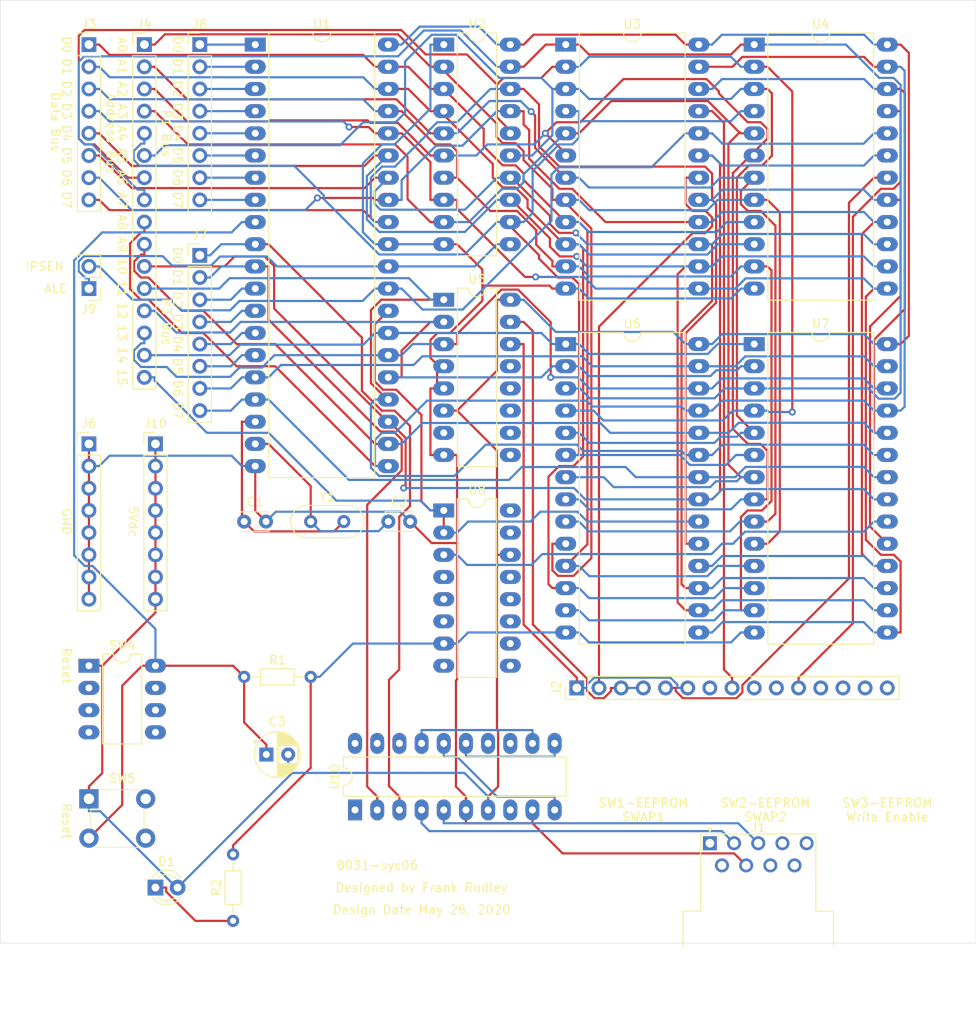
<source format=kicad_pcb>
(kicad_pcb (version 20171130) (host pcbnew "(5.1.5)-3")
  (layers (0 F.Cu signal) (31 B.Cu signal) (34 B.Paste user) (35 F.Paste user) (36 B.SilkS user) (37 F.SilkS user) (38 B.Mask user) (39 F.Mask user) (44 Edge.Cuts user))
  (net 0 "")
  (net 1 "Net-(J1-Pad1)")
  (net 2 "Net-(J1-Pad2)")
  (net 3 "Net-(J1-Pad3)")
  (net 4 "Net-(J1-Pad4)")
  (net 5 "Net-(J1-Pad5)")
  (net 6 "Net-(J1-Pad6)")
  (net 7 "Net-(J1-Pad8)")
  (net 8 "Net-(J1-Pad9)")
  (net 9 "Net-(U5-Pad9)")
  (net 10 "Net-(U5-Pad10)")
  (net 11 "Net-(U5-Pad11)")
  (net 12 "Net-(U5-Pad12)")
  (net 13 "Net-(U5-Pad13)")
  (net 14 "Net-(U5-Pad7)")
  (net 15 "Net-(U7-Pad20)")
  (net 16 "Net-(U10-Pad1)")
  (net 17 "Net-(U10-Pad11)")
  (net 18 "Net-(U10-Pad12)")
  (net 19 "Net-(U10-Pad13)")
  (net 20 "Net-(U10-Pad14)")
  (net 21 "Net-(U10-Pad8)")
  (net 22 "Net-(U10-Pad18)")
  (net 23 "Net-(U10-Pad19)")
  (net 24 "Net-(U10-Pad10)")
  (net 25 "Net-(U10-Pad20)")
  (net 26 /D7)
  (net 27 /D6)
  (net 28 /D5)
  (net 29 /D4)
  (net 30 /D3)
  (net 31 /D2)
  (net 32 /D1)
  (net 33 /D0)
  (net 34 "Net-(C1-Pad1)")
  (net 35 GND)
  (net 36 "Net-(C2-Pad1)")
  (net 37 "Net-(C3-Pad1)")
  (net 38 +5V)
  (net 39 "Net-(J2-Pad1)")
  (net 40 "Net-(J2-Pad2)")
  (net 41 "Net-(J2-Pad3)")
  (net 42 "Net-(J2-Pad5)")
  (net 43 "Net-(J2-Pad7)")
  (net 44 "Net-(J2-Pad8)")
  (net 45 "Net-(J2-Pad9)")
  (net 46 "Net-(J2-Pad10)")
  (net 47 "Net-(J2-Pad11)")
  (net 48 "Net-(J2-Pad12)")
  (net 49 "Net-(J2-Pad13)")
  (net 50 "Net-(J2-Pad14)")
  (net 51 "Net-(J2-Pad15)")
  (net 52 "Net-(SW4-Pad5)")
  (net 53 "Net-(SW4-Pad2)")
  (net 54 "Net-(SW4-Pad6)")
  (net 55 "Net-(SW4-Pad3)")
  (net 56 "Net-(SW4-Pad7)")
  (net 57 "Net-(SW4-Pad4)")
  (net 58 /A8)
  (net 59 /A9)
  (net 60 /A10)
  (net 61 /A11)
  (net 62 /A12)
  (net 63 /A13)
  (net 64 /A14)
  (net 65 !CS)
  (net 66 RXD)
  (net 67 TXD)
  (net 68 !WE)
  (net 69 !OE)
  (net 70 /A7)
  (net 71 /A3)
  (net 72 /A6)
  (net 73 /A2)
  (net 74 /A5)
  (net 75 /A1)
  (net 76 /A4)
  (net 77 /A0)
  (net 78 !INT0)
  (net 79 !INT1)
  (net 80 T0)
  (net 81 T1)
  (net 82 "Net-(J8-Pad8)")
  (net 83 "Net-(J8-Pad7)")
  (net 84 "Net-(J8-Pad6)")
  (net 85 "Net-(J8-Pad5)")
  (net 86 "Net-(J8-Pad4)")
  (net 87 "Net-(J8-Pad3)")
  (net 88 "Net-(J8-Pad2)")
  (net 89 "Net-(J8-Pad1)")
  (net 90 "Net-(J9-Pad1)")
  (net 91 "Net-(D1-Pad1)")
  (net 92 "Net-(SW5-Pad2)")
  (net 93 "Net-(SW5-Pad4)")
  (net 94 "Net-(J9-Pad2)")
  (module MountingHole:MountingHole_6.4mm_M6 (layer F.Cu) (at 135.89 149.86)
    (fp_text reference REF7 hide)
    (fp_text value MountingHole_6.4mm_M6 hide)
    (pad 1 np_thru_hole circle (at 0 0) (size 6.4 6.4) (drill 6.4) (layers *.Cu *.Mask))
  )
  (module MountingHole:MountingHole_6.4mm_M6 (layer F.Cu) (at 121.92 149.86)
    (fp_text reference REF6 hide)
    (fp_text value MountingHole_6.4mm_M6 hide)
    (pad 1 np_thru_hole circle (at 0 0) (size 6.4 6.4) (drill 6.4) (layers *.Cu *.Mask))
  )
  (module MountingHole:MountingHole_6.4mm_M6 (layer F.Cu) (at 107.95 149.86)
    (fp_text reference REF5 hide)
    (fp_text value MountingHole_6.4mm_M6 hide)
    (pad 1 np_thru_hole circle (at 0 0) (size 6.4 6.4) (drill 6.4) (layers *.Cu *.Mask))
  )
  (module MountingHole:MountingHole_3.2mm_M3 (layer F.Cu) (at 38.1 166.37)
    (fp_text reference REF4 hide)
    (fp_text value MountingHole_3.2mm_M3 hide)
    (pad 1 np_thru_hole circle (at 0 0) (size 3.2 3.2) (drill 3.2) (layers *.Cu *.Mask))
  )
  (module MountingHole:MountingHole_3.2mm_M3 (layer F.Cu) (at 142.24 166.37)
    (fp_text reference REF3 hide)
    (fp_text value MountingHole_3.2mm_M3 hide)
    (pad 1 np_thru_hole circle (at 0 0) (size 3.2 3.2) (drill 3.2) (layers *.Cu *.Mask))
  )
  (module MountingHole:MountingHole_3.2mm_M3 (layer F.Cu) (at 142.24 66.04)
    (fp_text reference REF2 hide)
    (fp_text value MountingHole_3.2mm_M3 hide)
    (pad 1 np_thru_hole circle (at 0 0) (size 3.2 3.2) (drill 3.2) (layers *.Cu *.Mask))
  )
  (module MountingHole:MountingHole_3.2mm_M3 (layer F.Cu) (at 38.1 66.04)
    (fp_text reference REF1 hide)
    (fp_text value MountingHole_3.2mm_M3 hide)
    (pad 1 np_thru_hole circle (at 0 0) (size 3.2 3.2) (drill 3.2) (layers *.Cu *.Mask))
  )
  (module Connector_Dsub:DSUB-9_Male_Horizontal_P2.77x2.54mm_EdgePinOffset9.40mm (layer F.Cu) (at 115.57 158.75)
    (fp_text reference J1 (at 5.54 -1.8) (layer F.SilkS))
    (fp_text value RS232)
    (pad 1 thru_hole rect (at 0 0) (size 1.6 1.6) (drill 1) (layers *.Cu *.Mask) (net 1 "Net-(J1-Pad1)"))
    (pad 2 thru_hole circle (at 2.77 0) (size 1.6 1.6) (drill 1) (layers *.Cu *.Mask) (net 2 "Net-(J1-Pad2)"))
    (pad 3 thru_hole circle (at 5.54 0) (size 1.6 1.6) (drill 1) (layers *.Cu *.Mask) (net 3 "Net-(J1-Pad3)"))
    (pad 4 thru_hole circle (at 8.31 0) (size 1.6 1.6) (drill 1) (layers *.Cu *.Mask) (net 4 "Net-(J1-Pad4)"))
    (pad 5 thru_hole circle (at 11.08 0) (size 1.6 1.6) (drill 1) (layers *.Cu *.Mask) (net 5 "Net-(J1-Pad5)"))
    (pad 6 thru_hole circle (at 1.385 2.54) (size 1.6 1.6) (drill 1) (layers *.Cu *.Mask) (net 6 "Net-(J1-Pad6)"))
    (pad 7 thru_hole circle (at 4.155 2.54) (size 1.6 1.6) (drill 1) (layers *.Cu *.Mask) (net 35 GND))
    (pad 8 thru_hole circle (at 6.925 2.54) (size 1.6 1.6) (drill 1) (layers *.Cu *.Mask) (net 7 "Net-(J1-Pad8)"))
    (pad 9 thru_hole circle (at 9.695 2.54) (size 1.6 1.6) (drill 1) (layers *.Cu *.Mask) (net 8 "Net-(J1-Pad9)"))
  )
  (module Package_DIP:DIP-40_W15.24mm_LongPads (layer F.Cu) (at 63.5 67.31)
    (fp_text reference U1 (at 7.62 -2.33) (layer F.SilkS))
    (fp_text value 8031)
    (pad 1 thru_hole rect (at 0 0) (size 2.4 1.6) (drill 0.8) (layers *.Cu *.Mask) (net 89 "Net-(J8-Pad1)"))
    (pad 21 thru_hole oval (at 15.24 48.26) (size 2.4 1.6) (drill 0.8) (layers *.Cu *.Mask) (net 58 /A8))
    (pad 2 thru_hole oval (at 0 2.54) (size 2.4 1.6) (drill 0.8) (layers *.Cu *.Mask) (net 88 "Net-(J8-Pad2)"))
    (pad 22 thru_hole oval (at 15.24 45.72) (size 2.4 1.6) (drill 0.8) (layers *.Cu *.Mask) (net 59 /A9))
    (pad 3 thru_hole oval (at 0 5.08) (size 2.4 1.6) (drill 0.8) (layers *.Cu *.Mask) (net 87 "Net-(J8-Pad3)"))
    (pad 23 thru_hole oval (at 15.24 43.18) (size 2.4 1.6) (drill 0.8) (layers *.Cu *.Mask) (net 60 /A10))
    (pad 4 thru_hole oval (at 0 7.62) (size 2.4 1.6) (drill 0.8) (layers *.Cu *.Mask) (net 86 "Net-(J8-Pad4)"))
    (pad 24 thru_hole oval (at 15.24 40.64) (size 2.4 1.6) (drill 0.8) (layers *.Cu *.Mask) (net 61 /A11))
    (pad 5 thru_hole oval (at 0 10.16) (size 2.4 1.6) (drill 0.8) (layers *.Cu *.Mask) (net 85 "Net-(J8-Pad5)"))
    (pad 25 thru_hole oval (at 15.24 38.1) (size 2.4 1.6) (drill 0.8) (layers *.Cu *.Mask) (net 62 /A12))
    (pad 6 thru_hole oval (at 0 12.7) (size 2.4 1.6) (drill 0.8) (layers *.Cu *.Mask) (net 84 "Net-(J8-Pad6)"))
    (pad 26 thru_hole oval (at 15.24 35.56) (size 2.4 1.6) (drill 0.8) (layers *.Cu *.Mask) (net 63 /A13))
    (pad 7 thru_hole oval (at 0 15.24) (size 2.4 1.6) (drill 0.8) (layers *.Cu *.Mask) (net 83 "Net-(J8-Pad7)"))
    (pad 27 thru_hole oval (at 15.24 33.02) (size 2.4 1.6) (drill 0.8) (layers *.Cu *.Mask) (net 64 /A14))
    (pad 8 thru_hole oval (at 0 17.78) (size 2.4 1.6) (drill 0.8) (layers *.Cu *.Mask) (net 82 "Net-(J8-Pad8)"))
    (pad 28 thru_hole oval (at 15.24 30.48) (size 2.4 1.6) (drill 0.8) (layers *.Cu *.Mask) (net 65 !CS))
    (pad 9 thru_hole oval (at 0 20.32) (size 2.4 1.6) (drill 0.8) (layers *.Cu *.Mask) (net 37 "Net-(C3-Pad1)"))
    (pad 29 thru_hole oval (at 15.24 27.94) (size 2.4 1.6) (drill 0.8) (layers *.Cu *.Mask) (net 94 "Net-(J9-Pad2)"))
    (pad 10 thru_hole oval (at 0 22.86) (size 2.4 1.6) (drill 0.8) (layers *.Cu *.Mask) (net 66 RXD))
    (pad 30 thru_hole oval (at 15.24 25.4) (size 2.4 1.6) (drill 0.8) (layers *.Cu *.Mask) (net 90 "Net-(J9-Pad1)"))
    (pad 11 thru_hole oval (at 0 25.4) (size 2.4 1.6) (drill 0.8) (layers *.Cu *.Mask) (net 67 TXD))
    (pad 31 thru_hole oval (at 15.24 22.86) (size 2.4 1.6) (drill 0.8) (layers *.Cu *.Mask) (net 35 GND))
    (pad 12 thru_hole oval (at 0 27.94) (size 2.4 1.6) (drill 0.8) (layers *.Cu *.Mask) (net 78 !INT0))
    (pad 32 thru_hole oval (at 15.24 20.32) (size 2.4 1.6) (drill 0.8) (layers *.Cu *.Mask) (net 26 /D7))
    (pad 13 thru_hole oval (at 0 30.48) (size 2.4 1.6) (drill 0.8) (layers *.Cu *.Mask) (net 79 !INT1))
    (pad 33 thru_hole oval (at 15.24 17.78) (size 2.4 1.6) (drill 0.8) (layers *.Cu *.Mask) (net 27 /D6))
    (pad 14 thru_hole oval (at 0 33.02) (size 2.4 1.6) (drill 0.8) (layers *.Cu *.Mask) (net 80 T0))
    (pad 34 thru_hole oval (at 15.24 15.24) (size 2.4 1.6) (drill 0.8) (layers *.Cu *.Mask) (net 28 /D5))
    (pad 15 thru_hole oval (at 0 35.56) (size 2.4 1.6) (drill 0.8) (layers *.Cu *.Mask) (net 81 T1))
    (pad 35 thru_hole oval (at 15.24 12.7) (size 2.4 1.6) (drill 0.8) (layers *.Cu *.Mask) (net 29 /D4))
    (pad 16 thru_hole oval (at 0 38.1) (size 2.4 1.6) (drill 0.8) (layers *.Cu *.Mask) (net 68 !WE))
    (pad 36 thru_hole oval (at 15.24 10.16) (size 2.4 1.6) (drill 0.8) (layers *.Cu *.Mask) (net 30 /D3))
    (pad 17 thru_hole oval (at 0 40.64) (size 2.4 1.6) (drill 0.8) (layers *.Cu *.Mask) (net 69 !OE))
    (pad 37 thru_hole oval (at 15.24 7.62) (size 2.4 1.6) (drill 0.8) (layers *.Cu *.Mask) (net 31 /D2))
    (pad 18 thru_hole oval (at 0 43.18) (size 2.4 1.6) (drill 0.8) (layers *.Cu *.Mask) (net 34 "Net-(C1-Pad1)"))
    (pad 38 thru_hole oval (at 15.24 5.08) (size 2.4 1.6) (drill 0.8) (layers *.Cu *.Mask) (net 32 /D1))
    (pad 19 thru_hole oval (at 0 45.72) (size 2.4 1.6) (drill 0.8) (layers *.Cu *.Mask) (net 36 "Net-(C2-Pad1)"))
    (pad 39 thru_hole oval (at 15.24 2.54) (size 2.4 1.6) (drill 0.8) (layers *.Cu *.Mask) (net 33 /D0))
    (pad 20 thru_hole oval (at 0 48.26) (size 2.4 1.6) (drill 0.8) (layers *.Cu *.Mask) (net 35 GND))
    (pad 40 thru_hole oval (at 15.24 0) (size 2.4 1.6) (drill 0.8) (layers *.Cu *.Mask) (net 38 +5V))
  )
  (module Package_DIP:DIP-20_W7.62mm_LongPads (layer F.Cu) (at 85.09 67.31)
    (fp_text reference U2 (at 3.81 -2.33) (layer F.SilkS))
    (fp_text value 74LS373)
    (pad 20 thru_hole oval (at 7.62 0) (size 2.4 1.6) (drill 0.8) (layers *.Cu *.Mask) (net 38 +5V))
    (pad 10 thru_hole oval (at 0 22.86) (size 2.4 1.6) (drill 0.8) (layers *.Cu *.Mask) (net 35 GND))
    (pad 19 thru_hole oval (at 7.62 2.54) (size 2.4 1.6) (drill 0.8) (layers *.Cu *.Mask) (net 70 /A7))
    (pad 9 thru_hole oval (at 0 20.32) (size 2.4 1.6) (drill 0.8) (layers *.Cu *.Mask) (net 71 /A3))
    (pad 18 thru_hole oval (at 7.62 5.08) (size 2.4 1.6) (drill 0.8) (layers *.Cu *.Mask) (net 26 /D7))
    (pad 8 thru_hole oval (at 0 17.78) (size 2.4 1.6) (drill 0.8) (layers *.Cu *.Mask) (net 30 /D3))
    (pad 17 thru_hole oval (at 7.62 7.62) (size 2.4 1.6) (drill 0.8) (layers *.Cu *.Mask) (net 27 /D6))
    (pad 7 thru_hole oval (at 0 15.24) (size 2.4 1.6) (drill 0.8) (layers *.Cu *.Mask) (net 31 /D2))
    (pad 16 thru_hole oval (at 7.62 10.16) (size 2.4 1.6) (drill 0.8) (layers *.Cu *.Mask) (net 72 /A6))
    (pad 6 thru_hole oval (at 0 12.7) (size 2.4 1.6) (drill 0.8) (layers *.Cu *.Mask) (net 73 /A2))
    (pad 15 thru_hole oval (at 7.62 12.7) (size 2.4 1.6) (drill 0.8) (layers *.Cu *.Mask) (net 74 /A5))
    (pad 5 thru_hole oval (at 0 10.16) (size 2.4 1.6) (drill 0.8) (layers *.Cu *.Mask) (net 75 /A1))
    (pad 14 thru_hole oval (at 7.62 15.24) (size 2.4 1.6) (drill 0.8) (layers *.Cu *.Mask) (net 28 /D5))
    (pad 4 thru_hole oval (at 0 7.62) (size 2.4 1.6) (drill 0.8) (layers *.Cu *.Mask) (net 32 /D1))
    (pad 13 thru_hole oval (at 7.62 17.78) (size 2.4 1.6) (drill 0.8) (layers *.Cu *.Mask) (net 29 /D4))
    (pad 3 thru_hole oval (at 0 5.08) (size 2.4 1.6) (drill 0.8) (layers *.Cu *.Mask) (net 33 /D0))
    (pad 12 thru_hole oval (at 7.62 20.32) (size 2.4 1.6) (drill 0.8) (layers *.Cu *.Mask) (net 76 /A4))
    (pad 2 thru_hole oval (at 0 2.54) (size 2.4 1.6) (drill 0.8) (layers *.Cu *.Mask) (net 77 /A0))
    (pad 11 thru_hole oval (at 7.62 22.86) (size 2.4 1.6) (drill 0.8) (layers *.Cu *.Mask) (net 90 "Net-(J9-Pad1)"))
    (pad 1 thru_hole rect (at 0 0) (size 2.4 1.6) (drill 0.8) (layers *.Cu *.Mask) (net 35 GND))
  )
  (module Package_DIP:DIP-24_W15.24mm_LongPads (layer F.Cu) (at 99.06 67.31)
    (fp_text reference U3 (at 7.62 -2.33) (layer F.SilkS))
    (fp_text value AT28C16)
    (pad 1 thru_hole rect (at 0 0) (size 2.4 1.6) (drill 0.8) (layers *.Cu *.Mask) (net 70 /A7))
    (pad 13 thru_hole oval (at 15.24 27.94) (size 2.4 1.6) (drill 0.8) (layers *.Cu *.Mask) (net 30 /D3))
    (pad 2 thru_hole oval (at 0 2.54) (size 2.4 1.6) (drill 0.8) (layers *.Cu *.Mask) (net 72 /A6))
    (pad 14 thru_hole oval (at 15.24 25.4) (size 2.4 1.6) (drill 0.8) (layers *.Cu *.Mask) (net 29 /D4))
    (pad 3 thru_hole oval (at 0 5.08) (size 2.4 1.6) (drill 0.8) (layers *.Cu *.Mask) (net 74 /A5))
    (pad 15 thru_hole oval (at 15.24 22.86) (size 2.4 1.6) (drill 0.8) (layers *.Cu *.Mask) (net 28 /D5))
    (pad 4 thru_hole oval (at 0 7.62) (size 2.4 1.6) (drill 0.8) (layers *.Cu *.Mask) (net 76 /A4))
    (pad 16 thru_hole oval (at 15.24 20.32) (size 2.4 1.6) (drill 0.8) (layers *.Cu *.Mask) (net 27 /D6))
    (pad 5 thru_hole oval (at 0 10.16) (size 2.4 1.6) (drill 0.8) (layers *.Cu *.Mask) (net 71 /A3))
    (pad 17 thru_hole oval (at 15.24 17.78) (size 2.4 1.6) (drill 0.8) (layers *.Cu *.Mask) (net 26 /D7))
    (pad 6 thru_hole oval (at 0 12.7) (size 2.4 1.6) (drill 0.8) (layers *.Cu *.Mask) (net 73 /A2))
    (pad 18 thru_hole oval (at 15.24 15.24) (size 2.4 1.6) (drill 0.8) (layers *.Cu *.Mask) (net 40 "Net-(J2-Pad2)"))
    (pad 7 thru_hole oval (at 0 15.24) (size 2.4 1.6) (drill 0.8) (layers *.Cu *.Mask) (net 75 /A1))
    (pad 19 thru_hole oval (at 15.24 12.7) (size 2.4 1.6) (drill 0.8) (layers *.Cu *.Mask) (net 60 /A10))
    (pad 8 thru_hole oval (at 0 17.78) (size 2.4 1.6) (drill 0.8) (layers *.Cu *.Mask) (net 77 /A0))
    (pad 20 thru_hole oval (at 15.24 10.16) (size 2.4 1.6) (drill 0.8) (layers *.Cu *.Mask) (net 94 "Net-(J9-Pad2)"))
    (pad 9 thru_hole oval (at 0 20.32) (size 2.4 1.6) (drill 0.8) (layers *.Cu *.Mask) (net 33 /D0))
    (pad 21 thru_hole oval (at 15.24 7.62) (size 2.4 1.6) (drill 0.8) (layers *.Cu *.Mask) (net 44 "Net-(J2-Pad8)"))
    (pad 10 thru_hole oval (at 0 22.86) (size 2.4 1.6) (drill 0.8) (layers *.Cu *.Mask) (net 32 /D1))
    (pad 22 thru_hole oval (at 15.24 5.08) (size 2.4 1.6) (drill 0.8) (layers *.Cu *.Mask) (net 59 /A9))
    (pad 11 thru_hole oval (at 0 25.4) (size 2.4 1.6) (drill 0.8) (layers *.Cu *.Mask) (net 31 /D2))
    (pad 23 thru_hole oval (at 15.24 2.54) (size 2.4 1.6) (drill 0.8) (layers *.Cu *.Mask) (net 58 /A8))
    (pad 12 thru_hole oval (at 0 27.94) (size 2.4 1.6) (drill 0.8) (layers *.Cu *.Mask) (net 35 GND))
    (pad 24 thru_hole oval (at 15.24 0) (size 2.4 1.6) (drill 0.8) (layers *.Cu *.Mask) (net 38 +5V))
  )
  (module Package_DIP:DIP-24_W15.24mm_LongPads (layer F.Cu) (at 120.65 67.31)
    (fp_text reference U4 (at 7.62 -2.33) (layer F.SilkS))
    (fp_text value AT28C16)
    (pad 24 thru_hole oval (at 15.24 0) (size 2.4 1.6) (drill 0.8) (layers *.Cu *.Mask) (net 38 +5V))
    (pad 12 thru_hole oval (at 0 27.94) (size 2.4 1.6) (drill 0.8) (layers *.Cu *.Mask) (net 35 GND))
    (pad 23 thru_hole oval (at 15.24 2.54) (size 2.4 1.6) (drill 0.8) (layers *.Cu *.Mask) (net 58 /A8))
    (pad 11 thru_hole oval (at 0 25.4) (size 2.4 1.6) (drill 0.8) (layers *.Cu *.Mask) (net 31 /D2))
    (pad 22 thru_hole oval (at 15.24 5.08) (size 2.4 1.6) (drill 0.8) (layers *.Cu *.Mask) (net 59 /A9))
    (pad 10 thru_hole oval (at 0 22.86) (size 2.4 1.6) (drill 0.8) (layers *.Cu *.Mask) (net 32 /D1))
    (pad 21 thru_hole oval (at 15.24 7.62) (size 2.4 1.6) (drill 0.8) (layers *.Cu *.Mask) (net 47 "Net-(J2-Pad11)"))
    (pad 9 thru_hole oval (at 0 20.32) (size 2.4 1.6) (drill 0.8) (layers *.Cu *.Mask) (net 33 /D0))
    (pad 20 thru_hole oval (at 15.24 10.16) (size 2.4 1.6) (drill 0.8) (layers *.Cu *.Mask) (net 94 "Net-(J9-Pad2)"))
    (pad 8 thru_hole oval (at 0 17.78) (size 2.4 1.6) (drill 0.8) (layers *.Cu *.Mask) (net 77 /A0))
    (pad 19 thru_hole oval (at 15.24 12.7) (size 2.4 1.6) (drill 0.8) (layers *.Cu *.Mask) (net 60 /A10))
    (pad 7 thru_hole oval (at 0 15.24) (size 2.4 1.6) (drill 0.8) (layers *.Cu *.Mask) (net 75 /A1))
    (pad 18 thru_hole oval (at 15.24 15.24) (size 2.4 1.6) (drill 0.8) (layers *.Cu *.Mask) (net 42 "Net-(J2-Pad5)"))
    (pad 6 thru_hole oval (at 0 12.7) (size 2.4 1.6) (drill 0.8) (layers *.Cu *.Mask) (net 73 /A2))
    (pad 17 thru_hole oval (at 15.24 17.78) (size 2.4 1.6) (drill 0.8) (layers *.Cu *.Mask) (net 26 /D7))
    (pad 5 thru_hole oval (at 0 10.16) (size 2.4 1.6) (drill 0.8) (layers *.Cu *.Mask) (net 71 /A3))
    (pad 16 thru_hole oval (at 15.24 20.32) (size 2.4 1.6) (drill 0.8) (layers *.Cu *.Mask) (net 27 /D6))
    (pad 4 thru_hole oval (at 0 7.62) (size 2.4 1.6) (drill 0.8) (layers *.Cu *.Mask) (net 76 /A4))
    (pad 15 thru_hole oval (at 15.24 22.86) (size 2.4 1.6) (drill 0.8) (layers *.Cu *.Mask) (net 28 /D5))
    (pad 3 thru_hole oval (at 0 5.08) (size 2.4 1.6) (drill 0.8) (layers *.Cu *.Mask) (net 74 /A5))
    (pad 14 thru_hole oval (at 15.24 25.4) (size 2.4 1.6) (drill 0.8) (layers *.Cu *.Mask) (net 29 /D4))
    (pad 2 thru_hole oval (at 0 2.54) (size 2.4 1.6) (drill 0.8) (layers *.Cu *.Mask) (net 72 /A6))
    (pad 13 thru_hole oval (at 15.24 27.94) (size 2.4 1.6) (drill 0.8) (layers *.Cu *.Mask) (net 30 /D3))
    (pad 1 thru_hole rect (at 0 0) (size 2.4 1.6) (drill 0.8) (layers *.Cu *.Mask) (net 70 /A7))
  )
  (module Package_DIP:DIP-16_W7.62mm_LongPads (layer F.Cu) (at 85.09 96.52)
    (fp_text reference U5 (at 3.81 -2.33) (layer F.SilkS))
    (fp_text value 74LS138)
    (pad 1 thru_hole rect (at 0 0) (size 2.4 1.6) (drill 0.8) (layers *.Cu *.Mask) (net 61 /A11))
    (pad 9 thru_hole oval (at 7.62 17.78) (size 2.4 1.6) (drill 0.8) (layers *.Cu *.Mask) (net 9 "Net-(U5-Pad9)"))
    (pad 2 thru_hole oval (at 0 2.54) (size 2.4 1.6) (drill 0.8) (layers *.Cu *.Mask) (net 62 /A12))
    (pad 10 thru_hole oval (at 7.62 15.24) (size 2.4 1.6) (drill 0.8) (layers *.Cu *.Mask) (net 10 "Net-(U5-Pad10)"))
    (pad 3 thru_hole oval (at 0 5.08) (size 2.4 1.6) (drill 0.8) (layers *.Cu *.Mask) (net 63 /A13))
    (pad 11 thru_hole oval (at 7.62 12.7) (size 2.4 1.6) (drill 0.8) (layers *.Cu *.Mask) (net 11 "Net-(U5-Pad11)"))
    (pad 4 thru_hole oval (at 0 7.62) (size 2.4 1.6) (drill 0.8) (layers *.Cu *.Mask) (net 35 GND))
    (pad 12 thru_hole oval (at 7.62 10.16) (size 2.4 1.6) (drill 0.8) (layers *.Cu *.Mask) (net 12 "Net-(U5-Pad12)"))
    (pad 5 thru_hole oval (at 0 10.16) (size 2.4 1.6) (drill 0.8) (layers *.Cu *.Mask) (net 35 GND))
    (pad 13 thru_hole oval (at 7.62 7.62) (size 2.4 1.6) (drill 0.8) (layers *.Cu *.Mask) (net 13 "Net-(U5-Pad13)"))
    (pad 6 thru_hole oval (at 0 12.7) (size 2.4 1.6) (drill 0.8) (layers *.Cu *.Mask) (net 38 +5V))
    (pad 14 thru_hole oval (at 7.62 5.08) (size 2.4 1.6) (drill 0.8) (layers *.Cu *.Mask) (net 39 "Net-(J2-Pad1)"))
    (pad 7 thru_hole oval (at 0 15.24) (size 2.4 1.6) (drill 0.8) (layers *.Cu *.Mask) (net 14 "Net-(U5-Pad7)"))
    (pad 15 thru_hole oval (at 7.62 2.54) (size 2.4 1.6) (drill 0.8) (layers *.Cu *.Mask) (net 41 "Net-(J2-Pad3)"))
    (pad 8 thru_hole oval (at 0 17.78) (size 2.4 1.6) (drill 0.8) (layers *.Cu *.Mask) (net 35 GND))
    (pad 16 thru_hole oval (at 7.62 0) (size 2.4 1.6) (drill 0.8) (layers *.Cu *.Mask) (net 38 +5V))
  )
  (module Package_DIP:DIP-28_W15.24mm_LongPads (layer F.Cu) (at 99.06 101.6)
    (fp_text reference U6 (at 7.62 -2.33) (layer F.SilkS))
    (fp_text value 62C256)
    (pad 1 thru_hole rect (at 0 0) (size 2.4 1.6) (drill 0.8) (layers *.Cu *.Mask) (net 64 /A14))
    (pad 15 thru_hole oval (at 15.24 33.02) (size 2.4 1.6) (drill 0.8) (layers *.Cu *.Mask) (net 30 /D3))
    (pad 2 thru_hole oval (at 0 2.54) (size 2.4 1.6) (drill 0.8) (layers *.Cu *.Mask) (net 62 /A12))
    (pad 16 thru_hole oval (at 15.24 30.48) (size 2.4 1.6) (drill 0.8) (layers *.Cu *.Mask) (net 29 /D4))
    (pad 3 thru_hole oval (at 0 5.08) (size 2.4 1.6) (drill 0.8) (layers *.Cu *.Mask) (net 70 /A7))
    (pad 17 thru_hole oval (at 15.24 27.94) (size 2.4 1.6) (drill 0.8) (layers *.Cu *.Mask) (net 28 /D5))
    (pad 4 thru_hole oval (at 0 7.62) (size 2.4 1.6) (drill 0.8) (layers *.Cu *.Mask) (net 72 /A6))
    (pad 18 thru_hole oval (at 15.24 25.4) (size 2.4 1.6) (drill 0.8) (layers *.Cu *.Mask) (net 27 /D6))
    (pad 5 thru_hole oval (at 0 10.16) (size 2.4 1.6) (drill 0.8) (layers *.Cu *.Mask) (net 74 /A5))
    (pad 19 thru_hole oval (at 15.24 22.86) (size 2.4 1.6) (drill 0.8) (layers *.Cu *.Mask) (net 26 /D7))
    (pad 6 thru_hole oval (at 0 12.7) (size 2.4 1.6) (drill 0.8) (layers *.Cu *.Mask) (net 76 /A4))
    (pad 20 thru_hole oval (at 15.24 20.32) (size 2.4 1.6) (drill 0.8) (layers *.Cu *.Mask) (net 65 !CS))
    (pad 7 thru_hole oval (at 0 15.24) (size 2.4 1.6) (drill 0.8) (layers *.Cu *.Mask) (net 71 /A3))
    (pad 21 thru_hole oval (at 15.24 17.78) (size 2.4 1.6) (drill 0.8) (layers *.Cu *.Mask) (net 60 /A10))
    (pad 8 thru_hole oval (at 0 17.78) (size 2.4 1.6) (drill 0.8) (layers *.Cu *.Mask) (net 73 /A2))
    (pad 22 thru_hole oval (at 15.24 15.24) (size 2.4 1.6) (drill 0.8) (layers *.Cu *.Mask) (net 69 !OE))
    (pad 9 thru_hole oval (at 0 20.32) (size 2.4 1.6) (drill 0.8) (layers *.Cu *.Mask) (net 75 /A1))
    (pad 23 thru_hole oval (at 15.24 12.7) (size 2.4 1.6) (drill 0.8) (layers *.Cu *.Mask) (net 61 /A11))
    (pad 10 thru_hole oval (at 0 22.86) (size 2.4 1.6) (drill 0.8) (layers *.Cu *.Mask) (net 77 /A0))
    (pad 24 thru_hole oval (at 15.24 10.16) (size 2.4 1.6) (drill 0.8) (layers *.Cu *.Mask) (net 59 /A9))
    (pad 11 thru_hole oval (at 0 25.4) (size 2.4 1.6) (drill 0.8) (layers *.Cu *.Mask) (net 33 /D0))
    (pad 25 thru_hole oval (at 15.24 7.62) (size 2.4 1.6) (drill 0.8) (layers *.Cu *.Mask) (net 58 /A8))
    (pad 12 thru_hole oval (at 0 27.94) (size 2.4 1.6) (drill 0.8) (layers *.Cu *.Mask) (net 32 /D1))
    (pad 26 thru_hole oval (at 15.24 5.08) (size 2.4 1.6) (drill 0.8) (layers *.Cu *.Mask) (net 63 /A13))
    (pad 13 thru_hole oval (at 0 30.48) (size 2.4 1.6) (drill 0.8) (layers *.Cu *.Mask) (net 31 /D2))
    (pad 27 thru_hole oval (at 15.24 2.54) (size 2.4 1.6) (drill 0.8) (layers *.Cu *.Mask) (net 68 !WE))
    (pad 14 thru_hole oval (at 0 33.02) (size 2.4 1.6) (drill 0.8) (layers *.Cu *.Mask) (net 35 GND))
    (pad 28 thru_hole oval (at 15.24 0) (size 2.4 1.6) (drill 0.8) (layers *.Cu *.Mask) (net 38 +5V))
  )
  (module Package_DIP:DIP-28_W15.24mm_LongPads (layer F.Cu) (at 120.65 101.6)
    (fp_text reference U7 (at 7.62 -2.33) (layer F.SilkS))
    (fp_text value 62C256)
    (pad 28 thru_hole oval (at 15.24 0) (size 2.4 1.6) (drill 0.8) (layers *.Cu *.Mask) (net 38 +5V))
    (pad 14 thru_hole oval (at 0 33.02) (size 2.4 1.6) (drill 0.8) (layers *.Cu *.Mask) (net 35 GND))
    (pad 27 thru_hole oval (at 15.24 2.54) (size 2.4 1.6) (drill 0.8) (layers *.Cu *.Mask) (net 68 !WE))
    (pad 13 thru_hole oval (at 0 30.48) (size 2.4 1.6) (drill 0.8) (layers *.Cu *.Mask) (net 31 /D2))
    (pad 26 thru_hole oval (at 15.24 5.08) (size 2.4 1.6) (drill 0.8) (layers *.Cu *.Mask) (net 63 /A13))
    (pad 12 thru_hole oval (at 0 27.94) (size 2.4 1.6) (drill 0.8) (layers *.Cu *.Mask) (net 32 /D1))
    (pad 25 thru_hole oval (at 15.24 7.62) (size 2.4 1.6) (drill 0.8) (layers *.Cu *.Mask) (net 58 /A8))
    (pad 11 thru_hole oval (at 0 25.4) (size 2.4 1.6) (drill 0.8) (layers *.Cu *.Mask) (net 33 /D0))
    (pad 24 thru_hole oval (at 15.24 10.16) (size 2.4 1.6) (drill 0.8) (layers *.Cu *.Mask) (net 59 /A9))
    (pad 10 thru_hole oval (at 0 22.86) (size 2.4 1.6) (drill 0.8) (layers *.Cu *.Mask) (net 77 /A0))
    (pad 23 thru_hole oval (at 15.24 12.7) (size 2.4 1.6) (drill 0.8) (layers *.Cu *.Mask) (net 61 /A11))
    (pad 9 thru_hole oval (at 0 20.32) (size 2.4 1.6) (drill 0.8) (layers *.Cu *.Mask) (net 75 /A1))
    (pad 22 thru_hole oval (at 15.24 15.24) (size 2.4 1.6) (drill 0.8) (layers *.Cu *.Mask) (net 69 !OE))
    (pad 8 thru_hole oval (at 0 17.78) (size 2.4 1.6) (drill 0.8) (layers *.Cu *.Mask) (net 73 /A2))
    (pad 21 thru_hole oval (at 15.24 17.78) (size 2.4 1.6) (drill 0.8) (layers *.Cu *.Mask) (net 60 /A10))
    (pad 7 thru_hole oval (at 0 15.24) (size 2.4 1.6) (drill 0.8) (layers *.Cu *.Mask) (net 71 /A3))
    (pad 20 thru_hole oval (at 15.24 20.32) (size 2.4 1.6) (drill 0.8) (layers *.Cu *.Mask) (net 15 "Net-(U7-Pad20)"))
    (pad 6 thru_hole oval (at 0 12.7) (size 2.4 1.6) (drill 0.8) (layers *.Cu *.Mask) (net 76 /A4))
    (pad 19 thru_hole oval (at 15.24 22.86) (size 2.4 1.6) (drill 0.8) (layers *.Cu *.Mask) (net 26 /D7))
    (pad 5 thru_hole oval (at 0 10.16) (size 2.4 1.6) (drill 0.8) (layers *.Cu *.Mask) (net 74 /A5))
    (pad 18 thru_hole oval (at 15.24 25.4) (size 2.4 1.6) (drill 0.8) (layers *.Cu *.Mask) (net 27 /D6))
    (pad 4 thru_hole oval (at 0 7.62) (size 2.4 1.6) (drill 0.8) (layers *.Cu *.Mask) (net 72 /A6))
    (pad 17 thru_hole oval (at 15.24 27.94) (size 2.4 1.6) (drill 0.8) (layers *.Cu *.Mask) (net 28 /D5))
    (pad 3 thru_hole oval (at 0 5.08) (size 2.4 1.6) (drill 0.8) (layers *.Cu *.Mask) (net 70 /A7))
    (pad 16 thru_hole oval (at 15.24 30.48) (size 2.4 1.6) (drill 0.8) (layers *.Cu *.Mask) (net 29 /D4))
    (pad 2 thru_hole oval (at 0 2.54) (size 2.4 1.6) (drill 0.8) (layers *.Cu *.Mask) (net 62 /A12))
    (pad 15 thru_hole oval (at 15.24 33.02) (size 2.4 1.6) (drill 0.8) (layers *.Cu *.Mask) (net 30 /D3))
    (pad 1 thru_hole rect (at 0 0) (size 2.4 1.6) (drill 0.8) (layers *.Cu *.Mask) (net 64 /A14))
  )
  (module Package_DIP:DIP-16_W7.62mm_LongPads (layer F.Cu) (at 85.09 120.65)
    (fp_text reference U8 (at 3.81 -2.33) (layer F.SilkS))
    (fp_text value 74LS00)
    (pad 16 thru_hole oval (at 7.62 0) (size 2.4 1.6) (drill 0.8) (layers *.Cu *.Mask))
    (pad 8 thru_hole oval (at 0 17.78) (size 2.4 1.6) (drill 0.8) (layers *.Cu *.Mask))
    (pad 15 thru_hole oval (at 7.62 2.54) (size 2.4 1.6) (drill 0.8) (layers *.Cu *.Mask))
    (pad 7 thru_hole oval (at 0 15.24) (size 2.4 1.6) (drill 0.8) (layers *.Cu *.Mask) (net 35 GND))
    (pad 14 thru_hole oval (at 7.62 5.08) (size 2.4 1.6) (drill 0.8) (layers *.Cu *.Mask) (net 38 +5V))
    (pad 6 thru_hole oval (at 0 12.7) (size 2.4 1.6) (drill 0.8) (layers *.Cu *.Mask))
    (pad 13 thru_hole oval (at 7.62 7.62) (size 2.4 1.6) (drill 0.8) (layers *.Cu *.Mask))
    (pad 5 thru_hole oval (at 0 10.16) (size 2.4 1.6) (drill 0.8) (layers *.Cu *.Mask))
    (pad 12 thru_hole oval (at 7.62 10.16) (size 2.4 1.6) (drill 0.8) (layers *.Cu *.Mask))
    (pad 4 thru_hole oval (at 0 7.62) (size 2.4 1.6) (drill 0.8) (layers *.Cu *.Mask))
    (pad 11 thru_hole oval (at 7.62 12.7) (size 2.4 1.6) (drill 0.8) (layers *.Cu *.Mask))
    (pad 3 thru_hole oval (at 0 5.08) (size 2.4 1.6) (drill 0.8) (layers *.Cu *.Mask) (net 15 "Net-(U7-Pad20)"))
    (pad 10 thru_hole oval (at 7.62 15.24) (size 2.4 1.6) (drill 0.8) (layers *.Cu *.Mask))
    (pad 2 thru_hole oval (at 0 2.54) (size 2.4 1.6) (drill 0.8) (layers *.Cu *.Mask) (net 65 !CS))
    (pad 9 thru_hole oval (at 7.62 17.78) (size 2.4 1.6) (drill 0.8) (layers *.Cu *.Mask))
    (pad 1 thru_hole rect (at 0 0) (size 2.4 1.6) (drill 0.8) (layers *.Cu *.Mask) (net 65 !CS))
  )
  (module Package_DIP:DIP-20_W7.62mm_LongPads (layer F.Cu) (at 74.93 154.94 90)
    (fp_text reference U10 (at 3.81 -2.33 90) (layer F.SilkS))
    (fp_text value MAX233)
    (pad 1 thru_hole rect (at 0 0 90) (size 2.4 1.6) (drill 0.8) (layers *.Cu *.Mask) (net 16 "Net-(U10-Pad1)"))
    (pad 11 thru_hole oval (at 7.62 22.86 90) (size 2.4 1.6) (drill 0.8) (layers *.Cu *.Mask) (net 17 "Net-(U10-Pad11)"))
    (pad 2 thru_hole oval (at 0 2.54 90) (size 2.4 1.6) (drill 0.8) (layers *.Cu *.Mask) (net 67 TXD))
    (pad 12 thru_hole oval (at 7.62 20.32 90) (size 2.4 1.6) (drill 0.8) (layers *.Cu *.Mask) (net 18 "Net-(U10-Pad12)"))
    (pad 3 thru_hole oval (at 0 5.08 90) (size 2.4 1.6) (drill 0.8) (layers *.Cu *.Mask) (net 66 RXD))
    (pad 13 thru_hole oval (at 7.62 17.78 90) (size 2.4 1.6) (drill 0.8) (layers *.Cu *.Mask) (net 19 "Net-(U10-Pad13)"))
    (pad 4 thru_hole oval (at 0 7.62 90) (size 2.4 1.6) (drill 0.8) (layers *.Cu *.Mask) (net 2 "Net-(J1-Pad2)"))
    (pad 14 thru_hole oval (at 7.62 15.24 90) (size 2.4 1.6) (drill 0.8) (layers *.Cu *.Mask) (net 20 "Net-(U10-Pad14)"))
    (pad 5 thru_hole oval (at 0 10.16 90) (size 2.4 1.6) (drill 0.8) (layers *.Cu *.Mask) (net 3 "Net-(J1-Pad3)"))
    (pad 15 thru_hole oval (at 7.62 12.7 90) (size 2.4 1.6) (drill 0.8) (layers *.Cu *.Mask) (net 17 "Net-(U10-Pad11)"))
    (pad 6 thru_hole oval (at 0 12.7 90) (size 2.4 1.6) (drill 0.8) (layers *.Cu *.Mask) (net 35 GND))
    (pad 16 thru_hole oval (at 7.62 10.16 90) (size 2.4 1.6) (drill 0.8) (layers *.Cu *.Mask) (net 24 "Net-(U10-Pad10)"))
    (pad 7 thru_hole oval (at 0 15.24 90) (size 2.4 1.6) (drill 0.8) (layers *.Cu *.Mask) (net 38 +5V))
    (pad 17 thru_hole oval (at 7.62 7.62 90) (size 2.4 1.6) (drill 0.8) (layers *.Cu *.Mask) (net 18 "Net-(U10-Pad12)"))
    (pad 8 thru_hole oval (at 0 17.78 90) (size 2.4 1.6) (drill 0.8) (layers *.Cu *.Mask) (net 21 "Net-(U10-Pad8)"))
    (pad 18 thru_hole oval (at 7.62 5.08 90) (size 2.4 1.6) (drill 0.8) (layers *.Cu *.Mask) (net 22 "Net-(U10-Pad18)"))
    (pad 9 thru_hole oval (at 0 20.32 90) (size 2.4 1.6) (drill 0.8) (layers *.Cu *.Mask) (net 35 GND))
    (pad 19 thru_hole oval (at 7.62 2.54 90) (size 2.4 1.6) (drill 0.8) (layers *.Cu *.Mask) (net 23 "Net-(U10-Pad19)"))
    (pad 10 thru_hole oval (at 0 22.86 90) (size 2.4 1.6) (drill 0.8) (layers *.Cu *.Mask) (net 24 "Net-(U10-Pad10)"))
    (pad 20 thru_hole oval (at 7.62 0 90) (size 2.4 1.6) (drill 0.8) (layers *.Cu *.Mask) (net 25 "Net-(U10-Pad20)"))
  )
  (module Capacitor_THT:C_Disc_D3.0mm_W2.0mm_P2.50mm (layer F.Cu) (at 62.23 121.92)
    (fp_text reference C1 (at 1.25 -2.25) (layer F.SilkS))
    (fp_text value 30pf)
    (pad 1 thru_hole circle (at 0 0) (size 1.6 1.6) (drill 0.8) (layers *.Cu *.Mask) (net 34 "Net-(C1-Pad1)"))
    (pad 2 thru_hole circle (at 2.5 0) (size 1.6 1.6) (drill 0.8) (layers *.Cu *.Mask) (net 35 GND))
  )
  (module Capacitor_THT:C_Disc_D3.0mm_W2.0mm_P2.50mm (layer F.Cu) (at 78.74 121.92)
    (fp_text reference C2 (at 1.25 -2.25) (layer F.SilkS))
    (fp_text value 30pf)
    (pad 2 thru_hole circle (at 2.5 0) (size 1.6 1.6) (drill 0.8) (layers *.Cu *.Mask) (net 35 GND))
    (pad 1 thru_hole circle (at 0 0) (size 1.6 1.6) (drill 0.8) (layers *.Cu *.Mask) (net 36 "Net-(C2-Pad1)"))
  )
  (module Connector_PinHeader_2.54mm:PinHeader_1x15_P2.54mm_Vertical (layer F.Cu) (at 100.33 140.97 90)
    (fp_text reference J2 (at 0 -2.33 90) (layer F.SilkS))
    (fp_text value Switches)
    (pad 1 thru_hole rect (at 0 0 90) (size 1.7 1.7) (drill 1) (layers *.Cu *.Mask) (net 39 "Net-(J2-Pad1)"))
    (pad 2 thru_hole oval (at 0 2.54 90) (size 1.7 1.7) (drill 1) (layers *.Cu *.Mask) (net 40 "Net-(J2-Pad2)"))
    (pad 3 thru_hole oval (at 0 5.08 90) (size 1.7 1.7) (drill 1) (layers *.Cu *.Mask) (net 41 "Net-(J2-Pad3)"))
    (pad 4 thru_hole oval (at 0 7.62 90) (size 1.7 1.7) (drill 1) (layers *.Cu *.Mask) (net 41 "Net-(J2-Pad3)"))
    (pad 5 thru_hole oval (at 0 10.16 90) (size 1.7 1.7) (drill 1) (layers *.Cu *.Mask) (net 42 "Net-(J2-Pad5)"))
    (pad 6 thru_hole oval (at 0 12.7 90) (size 1.7 1.7) (drill 1) (layers *.Cu *.Mask) (net 39 "Net-(J2-Pad1)"))
    (pad 7 thru_hole oval (at 0 15.24 90) (size 1.7 1.7) (drill 1) (layers *.Cu *.Mask) (net 43 "Net-(J2-Pad7)"))
    (pad 8 thru_hole oval (at 0 17.78 90) (size 1.7 1.7) (drill 1) (layers *.Cu *.Mask) (net 44 "Net-(J2-Pad8)"))
    (pad 9 thru_hole oval (at 0 20.32 90) (size 1.7 1.7) (drill 1) (layers *.Cu *.Mask) (net 45 "Net-(J2-Pad9)"))
    (pad 10 thru_hole oval (at 0 22.86 90) (size 1.7 1.7) (drill 1) (layers *.Cu *.Mask) (net 46 "Net-(J2-Pad10)"))
    (pad 11 thru_hole oval (at 0 25.4 90) (size 1.7 1.7) (drill 1) (layers *.Cu *.Mask) (net 47 "Net-(J2-Pad11)"))
    (pad 12 thru_hole oval (at 0 27.94 90) (size 1.7 1.7) (drill 1) (layers *.Cu *.Mask) (net 48 "Net-(J2-Pad12)"))
    (pad 13 thru_hole oval (at 0 30.48 90) (size 1.7 1.7) (drill 1) (layers *.Cu *.Mask) (net 49 "Net-(J2-Pad13)"))
    (pad 14 thru_hole oval (at 0 33.02 90) (size 1.7 1.7) (drill 1) (layers *.Cu *.Mask) (net 50 "Net-(J2-Pad14)"))
    (pad 15 thru_hole oval (at 0 35.56 90) (size 1.7 1.7) (drill 1) (layers *.Cu *.Mask) (net 51 "Net-(J2-Pad15)"))
  )
  (module Resistor_THT:R_Axial_DIN0204_L3.6mm_D1.6mm_P7.62mm_Horizontal (layer F.Cu) (at 62.23 139.7)
    (fp_text reference R1 (at 3.81 -1.92) (layer F.SilkS))
    (fp_text value 8.2K)
    (pad 1 thru_hole circle (at 0 0) (size 1.4 1.4) (drill 0.7) (layers *.Cu *.Mask) (net 37 "Net-(C3-Pad1)"))
    (pad 2 thru_hole oval (at 7.62 0) (size 1.4 1.4) (drill 0.7) (layers *.Cu *.Mask) (net 35 GND))
  )
  (module Package_DIP:DIP-8_W7.62mm_LongPads (layer F.Cu) (at 44.45 138.43)
    (fp_text reference SW4 (at 3.81 -2.33) (layer F.SilkS))
    (fp_text value SW_DIP_x04)
    (pad 1 thru_hole rect (at 0 0) (size 2.4 1.6) (drill 0.8) (layers *.Cu *.Mask) (net 38 +5V))
    (pad 5 thru_hole oval (at 7.62 7.62) (size 2.4 1.6) (drill 0.8) (layers *.Cu *.Mask) (net 52 "Net-(SW4-Pad5)"))
    (pad 2 thru_hole oval (at 0 2.54) (size 2.4 1.6) (drill 0.8) (layers *.Cu *.Mask) (net 53 "Net-(SW4-Pad2)"))
    (pad 6 thru_hole oval (at 7.62 5.08) (size 2.4 1.6) (drill 0.8) (layers *.Cu *.Mask) (net 54 "Net-(SW4-Pad6)"))
    (pad 3 thru_hole oval (at 0 5.08) (size 2.4 1.6) (drill 0.8) (layers *.Cu *.Mask) (net 55 "Net-(SW4-Pad3)"))
    (pad 7 thru_hole oval (at 7.62 2.54) (size 2.4 1.6) (drill 0.8) (layers *.Cu *.Mask) (net 56 "Net-(SW4-Pad7)"))
    (pad 4 thru_hole oval (at 0 7.62) (size 2.4 1.6) (drill 0.8) (layers *.Cu *.Mask) (net 57 "Net-(SW4-Pad4)"))
    (pad 8 thru_hole oval (at 7.62 0) (size 2.4 1.6) (drill 0.8) (layers *.Cu *.Mask) (net 37 "Net-(C3-Pad1)"))
  )
  (module Crystal:Crystal_HC52-6mm_Vertical (layer F.Cu) (at 69.85 121.92)
    (fp_text reference Y1 (at 1.9 -2.85) (layer F.SilkS))
    (fp_text value 11.059MHz)
    (pad 1 thru_hole circle (at 0 0) (size 1.5 1.5) (drill 0.8) (layers *.Cu *.Mask) (net 36 "Net-(C2-Pad1)"))
    (pad 2 thru_hole circle (at 3.8 0) (size 1.5 1.5) (drill 0.8) (layers *.Cu *.Mask) (net 34 "Net-(C1-Pad1)"))
  )
  (module Connector_PinHeader_2.54mm:PinHeader_1x08_P2.54mm_Vertical (layer F.Cu) (at 44.45 67.31)
    (fp_text reference J3 (at 0 -2.33) (layer F.SilkS))
    (fp_text value "Data Bus")
    (pad 8 thru_hole oval (at 0 17.78) (size 1.7 1.7) (drill 1) (layers *.Cu *.Mask) (net 26 /D7))
    (pad 7 thru_hole oval (at 0 15.24) (size 1.7 1.7) (drill 1) (layers *.Cu *.Mask) (net 27 /D6))
    (pad 6 thru_hole oval (at 0 12.7) (size 1.7 1.7) (drill 1) (layers *.Cu *.Mask) (net 28 /D5))
    (pad 5 thru_hole oval (at 0 10.16) (size 1.7 1.7) (drill 1) (layers *.Cu *.Mask) (net 29 /D4))
    (pad 4 thru_hole oval (at 0 7.62) (size 1.7 1.7) (drill 1) (layers *.Cu *.Mask) (net 30 /D3))
    (pad 3 thru_hole oval (at 0 5.08) (size 1.7 1.7) (drill 1) (layers *.Cu *.Mask) (net 31 /D2))
    (pad 2 thru_hole oval (at 0 2.54) (size 1.7 1.7) (drill 1) (layers *.Cu *.Mask) (net 32 /D1))
    (pad 1 thru_hole rect (at 0 0) (size 1.7 1.7) (drill 1) (layers *.Cu *.Mask) (net 33 /D0))
  )
  (module Connector_PinHeader_2.54mm:PinHeader_1x16_P2.54mm_Vertical (layer F.Cu) (at 50.8 67.31)
    (fp_text reference J4 (at 0 -2.33) (layer F.SilkS))
    (fp_text value "Address Bus")
    (pad 1 thru_hole rect (at 0 0) (size 1.7 1.7) (drill 1) (layers *.Cu *.Mask) (net 77 /A0))
    (pad 2 thru_hole oval (at 0 2.54) (size 1.7 1.7) (drill 1) (layers *.Cu *.Mask) (net 75 /A1))
    (pad 3 thru_hole oval (at 0 5.08) (size 1.7 1.7) (drill 1) (layers *.Cu *.Mask) (net 73 /A2))
    (pad 4 thru_hole oval (at 0 7.62) (size 1.7 1.7) (drill 1) (layers *.Cu *.Mask) (net 71 /A3))
    (pad 5 thru_hole oval (at 0 10.16) (size 1.7 1.7) (drill 1) (layers *.Cu *.Mask) (net 76 /A4))
    (pad 6 thru_hole oval (at 0 12.7) (size 1.7 1.7) (drill 1) (layers *.Cu *.Mask) (net 74 /A5))
    (pad 7 thru_hole oval (at 0 15.24) (size 1.7 1.7) (drill 1) (layers *.Cu *.Mask) (net 72 /A6))
    (pad 8 thru_hole oval (at 0 17.78) (size 1.7 1.7) (drill 1) (layers *.Cu *.Mask) (net 70 /A7))
    (pad 9 thru_hole oval (at 0 20.32) (size 1.7 1.7) (drill 1) (layers *.Cu *.Mask) (net 58 /A8))
    (pad 10 thru_hole oval (at 0 22.86) (size 1.7 1.7) (drill 1) (layers *.Cu *.Mask) (net 59 /A9))
    (pad 11 thru_hole oval (at 0 25.4) (size 1.7 1.7) (drill 1) (layers *.Cu *.Mask) (net 60 /A10))
    (pad 12 thru_hole oval (at 0 27.94) (size 1.7 1.7) (drill 1) (layers *.Cu *.Mask) (net 61 /A11))
    (pad 13 thru_hole oval (at 0 30.48) (size 1.7 1.7) (drill 1) (layers *.Cu *.Mask) (net 62 /A12))
    (pad 14 thru_hole oval (at 0 33.02) (size 1.7 1.7) (drill 1) (layers *.Cu *.Mask) (net 63 /A13))
    (pad 15 thru_hole oval (at 0 35.56) (size 1.7 1.7) (drill 1) (layers *.Cu *.Mask) (net 64 /A14))
    (pad 16 thru_hole oval (at 0 38.1) (size 1.7 1.7) (drill 1) (layers *.Cu *.Mask) (net 65 !CS))
  )
  (module Connector_PinHeader_2.54mm:PinHeader_1x08_P2.54mm_Vertical (layer F.Cu) (at 44.45 113.03)
    (fp_text reference J6 (at 0 -2.33) (layer F.SilkS))
    (fp_text value "GND Bus")
    (pad 1 thru_hole rect (at 0 0) (size 1.7 1.7) (drill 1) (layers *.Cu *.Mask) (net 35 GND))
    (pad 2 thru_hole oval (at 0 2.54) (size 1.7 1.7) (drill 1) (layers *.Cu *.Mask) (net 35 GND))
    (pad 3 thru_hole oval (at 0 5.08) (size 1.7 1.7) (drill 1) (layers *.Cu *.Mask) (net 35 GND))
    (pad 4 thru_hole oval (at 0 7.62) (size 1.7 1.7) (drill 1) (layers *.Cu *.Mask) (net 35 GND))
    (pad 5 thru_hole oval (at 0 10.16) (size 1.7 1.7) (drill 1) (layers *.Cu *.Mask) (net 35 GND))
    (pad 6 thru_hole oval (at 0 12.7) (size 1.7 1.7) (drill 1) (layers *.Cu *.Mask) (net 35 GND))
    (pad 7 thru_hole oval (at 0 15.24) (size 1.7 1.7) (drill 1) (layers *.Cu *.Mask) (net 35 GND))
    (pad 8 thru_hole oval (at 0 17.78) (size 1.7 1.7) (drill 1) (layers *.Cu *.Mask) (net 35 GND))
  )
  (module Connector_PinHeader_2.54mm:PinHeader_1x08_P2.54mm_Vertical (layer F.Cu) (at 57.15 91.44)
    (fp_text reference J7 (at 0 -2.33) (layer F.SilkS))
    (fp_text value "P3 Bus")
    (pad 1 thru_hole rect (at 0 0) (size 1.7 1.7) (drill 1) (layers *.Cu *.Mask) (net 66 RXD))
    (pad 2 thru_hole oval (at 0 2.54) (size 1.7 1.7) (drill 1) (layers *.Cu *.Mask) (net 67 TXD))
    (pad 3 thru_hole oval (at 0 5.08) (size 1.7 1.7) (drill 1) (layers *.Cu *.Mask) (net 78 !INT0))
    (pad 4 thru_hole oval (at 0 7.62) (size 1.7 1.7) (drill 1) (layers *.Cu *.Mask) (net 79 !INT1))
    (pad 5 thru_hole oval (at 0 10.16) (size 1.7 1.7) (drill 1) (layers *.Cu *.Mask) (net 80 T0))
    (pad 6 thru_hole oval (at 0 12.7) (size 1.7 1.7) (drill 1) (layers *.Cu *.Mask) (net 81 T1))
    (pad 7 thru_hole oval (at 0 15.24) (size 1.7 1.7) (drill 1) (layers *.Cu *.Mask) (net 68 !WE))
    (pad 8 thru_hole oval (at 0 17.78) (size 1.7 1.7) (drill 1) (layers *.Cu *.Mask) (net 69 !OE))
  )
  (module Connector_PinHeader_2.54mm:PinHeader_1x08_P2.54mm_Vertical (layer F.Cu) (at 57.15 67.31)
    (fp_text reference J8 (at 0 -2.33) (layer F.SilkS))
    (fp_text value "P1 Bus")
    (pad 8 thru_hole oval (at 0 17.78) (size 1.7 1.7) (drill 1) (layers *.Cu *.Mask) (net 82 "Net-(J8-Pad8)"))
    (pad 7 thru_hole oval (at 0 15.24) (size 1.7 1.7) (drill 1) (layers *.Cu *.Mask) (net 83 "Net-(J8-Pad7)"))
    (pad 6 thru_hole oval (at 0 12.7) (size 1.7 1.7) (drill 1) (layers *.Cu *.Mask) (net 84 "Net-(J8-Pad6)"))
    (pad 5 thru_hole oval (at 0 10.16) (size 1.7 1.7) (drill 1) (layers *.Cu *.Mask) (net 85 "Net-(J8-Pad5)"))
    (pad 4 thru_hole oval (at 0 7.62) (size 1.7 1.7) (drill 1) (layers *.Cu *.Mask) (net 86 "Net-(J8-Pad4)"))
    (pad 3 thru_hole oval (at 0 5.08) (size 1.7 1.7) (drill 1) (layers *.Cu *.Mask) (net 87 "Net-(J8-Pad3)"))
    (pad 2 thru_hole oval (at 0 2.54) (size 1.7 1.7) (drill 1) (layers *.Cu *.Mask) (net 88 "Net-(J8-Pad2)"))
    (pad 1 thru_hole rect (at 0 0) (size 1.7 1.7) (drill 1) (layers *.Cu *.Mask) (net 89 "Net-(J8-Pad1)"))
  )
  (module Connector_PinHeader_2.54mm:PinHeader_1x02_P2.54mm_Vertical (layer F.Cu) (at 44.45 95.25 180)
    (fp_text reference J9 (at 0 -2.33) (layer F.SilkS))
    (fp_text value "CNTL Bus")
    (pad 1 thru_hole rect (at 0 0 180) (size 1.7 1.7) (drill 1) (layers *.Cu *.Mask) (net 90 "Net-(J9-Pad1)"))
    (pad 2 thru_hole oval (at 0 2.54 180) (size 1.7 1.7) (drill 1) (layers *.Cu *.Mask) (net 94 "Net-(J9-Pad2)"))
  )
  (module LED_THT:LED_D3.0mm (layer F.Cu) (at 52.07 163.83)
    (fp_text reference D1 (at 1.27 -2.96) (layer F.SilkS))
    (fp_text value LED)
    (pad 1 thru_hole rect (at 0 0) (size 1.8 1.8) (drill 0.9) (layers *.Cu *.Mask) (net 91 "Net-(D1-Pad1)"))
    (pad 2 thru_hole circle (at 2.54 0) (size 1.8 1.8) (drill 0.9) (layers *.Cu *.Mask) (net 38 +5V))
  )
  (module Connector_PinHeader_2.54mm:PinHeader_1x08_P2.54mm_Vertical (layer F.Cu) (at 52.07 113.03)
    (fp_text reference J10 (at 0 -2.33) (layer F.SilkS))
    (fp_text value "5V Bus")
    (pad 1 thru_hole rect (at 0 0) (size 1.7 1.7) (drill 1) (layers *.Cu *.Mask) (net 38 +5V))
    (pad 2 thru_hole oval (at 0 2.54) (size 1.7 1.7) (drill 1) (layers *.Cu *.Mask) (net 38 +5V))
    (pad 3 thru_hole oval (at 0 5.08) (size 1.7 1.7) (drill 1) (layers *.Cu *.Mask) (net 38 +5V))
    (pad 4 thru_hole oval (at 0 7.62) (size 1.7 1.7) (drill 1) (layers *.Cu *.Mask) (net 38 +5V))
    (pad 5 thru_hole oval (at 0 10.16) (size 1.7 1.7) (drill 1) (layers *.Cu *.Mask) (net 38 +5V))
    (pad 6 thru_hole oval (at 0 12.7) (size 1.7 1.7) (drill 1) (layers *.Cu *.Mask) (net 38 +5V))
    (pad 7 thru_hole oval (at 0 15.24) (size 1.7 1.7) (drill 1) (layers *.Cu *.Mask) (net 38 +5V))
    (pad 8 thru_hole oval (at 0 17.78) (size 1.7 1.7) (drill 1) (layers *.Cu *.Mask) (net 38 +5V))
  )
  (module Resistor_THT:R_Axial_DIN0204_L3.6mm_D1.6mm_P7.62mm_Horizontal (layer F.Cu) (at 60.96 167.64 90)
    (fp_text reference R2 (at 3.81 -1.92 90) (layer F.SilkS))
    (fp_text value 220)
    (pad 1 thru_hole circle (at 0 0 90) (size 1.4 1.4) (drill 0.7) (layers *.Cu *.Mask) (net 91 "Net-(D1-Pad1)"))
    (pad 2 thru_hole oval (at 7.62 0 90) (size 1.4 1.4) (drill 0.7) (layers *.Cu *.Mask) (net 35 GND))
  )
  (module digikey-footprints:Switch_Tactile_THT_6x6mm (layer F.Cu) (at 44.45 153.67)
    (fp_text reference SW5 (at 3.81 -2.3368) (layer F.SilkS))
    (fp_text value Reset)
    (pad 1 thru_hole rect (at 0 0) (size 2.2 2.2) (drill 1.2) (layers *.Cu *.Mask) (net 38 +5V))
    (pad 2 thru_hole circle (at 6.5 0) (size 2.2 2.2) (drill 1.2) (layers *.Cu *.Mask) (net 92 "Net-(SW5-Pad2)"))
    (pad 4 thru_hole circle (at 6.5 4.5) (size 2.2 2.2) (drill 1.2) (layers *.Cu *.Mask) (net 93 "Net-(SW5-Pad4)"))
    (pad 3 thru_hole circle (at 0 4.5) (size 2.2 2.2) (drill 1.2) (layers *.Cu *.Mask) (net 37 "Net-(C3-Pad1)"))
  )
  (module Capacitor_THT:CP_Radial_D5.0mm_P2.50mm (layer F.Cu) (at 64.77 148.59)
    (fp_text reference C3 (at 1.25 -3.75) (layer F.SilkS))
    (fp_text value 10uf)
    (pad 1 thru_hole rect (at 0 0) (size 1.6 1.6) (drill 0.8) (layers *.Cu *.Mask) (net 37 "Net-(C3-Pad1)"))
    (pad 2 thru_hole circle (at 2.5 0) (size 1.6 1.6) (drill 0.8) (layers *.Cu *.Mask) (net 38 +5V))
  )
  (gr_text !PSEN (at 39.37 92.71) (layer F.SilkS) (effects (font (size 1 1))))
  (gr_text ALE (at 40.64 95.25) (layer F.SilkS) (effects (font (size 1 1))))
  (gr_text 5Vdc (at 49.53 121.92 270) (layer F.SilkS) (effects (font (size 1 1))))
  (gr_text GND (at 41.91 121.92 270) (layer F.SilkS) (effects (font (size 1 1))))
  (gr_text D7 (at 54.61 109.22 270) (layer F.SilkS) (effects (font (size 1 1))))
  (gr_text D6 (at 54.61 106.68 270) (layer F.SilkS) (effects (font (size 1 1))))
  (gr_text D5 (at 54.61 104.14 270) (layer F.SilkS) (effects (font (size 1 1))))
  (gr_text D4 (at 54.61 101.6 270) (layer F.SilkS) (effects (font (size 1 1))))
  (gr_text D3 (at 54.61 99.06 270) (layer F.SilkS) (effects (font (size 1 1))))
  (gr_text D2 (at 54.61 96.52 270) (layer F.SilkS) (effects (font (size 1 1))))
  (gr_text D1 (at 54.61 93.98 270) (layer F.SilkS) (effects (font (size 1 1))))
  (gr_text D0 (at 54.61 91.44 270) (layer F.SilkS) (effects (font (size 1 1))))
  (gr_text "P3 Bus" (at 53.34 99.06 270) (layer F.SilkS) (effects (font (size 1 1))))
  (gr_text D7 (at 54.61 85.09 270) (layer F.SilkS) (effects (font (size 1 1))))
  (gr_text D6 (at 54.61 82.55 270) (layer F.SilkS) (effects (font (size 1 1))))
  (gr_text D5 (at 54.61 80.01 270) (layer F.SilkS) (effects (font (size 1 1))))
  (gr_text D4 (at 54.61 77.47 270) (layer F.SilkS) (effects (font (size 1 1))))
  (gr_text D3 (at 54.61 74.93 270) (layer F.SilkS) (effects (font (size 1 1))))
  (gr_text D2 (at 54.61 72.39 270) (layer F.SilkS) (effects (font (size 1 1))))
  (gr_text D1 (at 54.61 69.85 270) (layer F.SilkS) (effects (font (size 1 1))))
  (gr_text D0 (at 54.61 67.31 270) (layer F.SilkS) (effects (font (size 1 1))))
  (gr_text "P1 Bus" (at 53.34 77.47 270) (layer F.SilkS) (effects (font (size 1 1))))
  (gr_text 15 (at 48.26 105.41 270) (layer F.SilkS) (effects (font (size 1 1))))
  (gr_text 14 (at 48.26 102.87 270) (layer F.SilkS) (effects (font (size 1 1))))
  (gr_text 13 (at 48.26 100.33 270) (layer F.SilkS) (effects (font (size 1 1))))
  (gr_text 12 (at 48.26 97.79 270) (layer F.SilkS) (effects (font (size 1 1))))
  (gr_text 11 (at 48.26 95.25 270) (layer F.SilkS) (effects (font (size 1 1))))
  (gr_text 10 (at 48.26 92.71 270) (layer F.SilkS) (effects (font (size 1 1))))
  (gr_text A9 (at 48.26 90.17 270) (layer F.SilkS) (effects (font (size 1 1))))
  (gr_text A8 (at 48.26 87.63 270) (layer F.SilkS) (effects (font (size 1 1))))
  (gr_text A7 (at 48.26 85.09 270) (layer F.SilkS) (effects (font (size 1 1))))
  (gr_text A6 (at 48.26 82.55 270) (layer F.SilkS) (effects (font (size 1 1))))
  (gr_text A5 (at 48.26 80.01 270) (layer F.SilkS) (effects (font (size 1 1))))
  (gr_text A4 (at 48.26 77.47 270) (layer F.SilkS) (effects (font (size 1 1))))
  (gr_text A3 (at 48.26 74.93 270) (layer F.SilkS) (effects (font (size 1 1))))
  (gr_text A2 (at 48.26 72.39 270) (layer F.SilkS) (effects (font (size 1 1))))
  (gr_text A1 (at 48.26 69.85 270) (layer F.SilkS) (effects (font (size 1 1))))
  (gr_text A0 (at 48.26 67.31 270) (layer F.SilkS) (effects (font (size 1 1))))
  (gr_text "Address Bus" (at 46.99 77.47 270) (layer F.SilkS) (effects (font (size 1 1))))
  (gr_text D7 (at 41.91 85.09 270) (layer F.SilkS) (effects (font (size 1 1))))
  (gr_text D6 (at 41.91 82.55 270) (layer F.SilkS) (effects (font (size 1 1))))
  (gr_text D5 (at 41.91 80.01 270) (layer F.SilkS) (effects (font (size 1 1))))
  (gr_text D4 (at 41.91 77.47 270) (layer F.SilkS) (effects (font (size 1 1))))
  (gr_text D3 (at 41.91 74.93 270) (layer F.SilkS) (effects (font (size 1 1))))
  (gr_text D2 (at 41.91 72.39 270) (layer F.SilkS) (effects (font (size 1 1))))
  (gr_text D1 (at 41.91 69.85 270) (layer F.SilkS) (effects (font (size 1 1))))
  (gr_text D0 (at 41.91 67.31 270) (layer F.SilkS) (effects (font (size 1 1))))
  (gr_text "Data Bus" (at 40.64 76.2 270) (layer F.SilkS) (effects (font (size 1 1))))
  (gr_text Reset (at 41.91 138.43 270) (layer F.SilkS) (effects (font (size 1 1))))
  (gr_text Reset (at 41.91 156.21 270) (layer F.SilkS) (effects (font (size 1 1))))
  (gr_text "SW3-EEPROM\nWrite Enable" (at 135.89 154.94) (layer F.SilkS) (effects (font (size 1 1))))
  (gr_text "SW2-EEPROM\nSWAP2" (at 121.92 154.94) (layer F.SilkS) (effects (font (size 1 1))))
  (gr_text "SW1-EEPROM\nSWAP1" (at 107.95 154.94) (layer F.SilkS) (effects (font (size 1 1))))
  (gr_text "Design Date May 26, 2020" (at 82.55 166.37) (layer F.SilkS) (effects (font (size 1 1))))
  (gr_text "Designed by Frank Rudley" (at 82.55 163.83) (layer F.SilkS) (effects (font (size 1 1))))
  (gr_text 8031-sys06 (at 77.47 161.29) (layer F.SilkS) (effects (font (size 1 1))))
  (gr_line (start 34.29 170.18) (end 34.29 62.23) (layer Edge.Cuts) (width 0.05))
  (gr_line (start 146.05 170.18) (end 34.29 170.18) (layer Edge.Cuts) (width 0.05))
  (gr_line (start 146.05 62.23) (end 146.05 170.18) (layer Edge.Cuts) (width 0.05))
  (gr_line (start 34.29 62.23) (end 146.05 62.23) (layer Edge.Cuts) (width 0.05))
  (segment (start 82.55 156.4653) (end 83.4507 157.366) (width 0.25) (layer B.Cu) (net 2))
  (segment (start 83.4507 157.366) (end 116.956 157.366) (width 0.25) (layer B.Cu) (net 2))
  (segment (start 116.956 157.366) (end 118.34 158.75) (width 0.25) (layer B.Cu) (net 2))
  (segment (start 82.55 154.94) (end 82.55 156.4653) (width 0.25) (layer B.Cu) (net 2))
  (segment (start 85.09 154.94) (end 85.09 156.4653) (width 0.25) (layer B.Cu) (net 3))
  (segment (start 85.09 156.4653) (end 118.8253 156.4653) (width 0.25) (layer B.Cu) (net 3))
  (segment (start 118.8253 156.4653) (end 121.11 158.75) (width 0.25) (layer B.Cu) (net 3))
  (segment (start 135.89 121.92) (end 134.3647 121.92) (width 0.25) (layer B.Cu) (net 15))
  (segment (start 85.09 125.73) (end 86.6153 125.73) (width 0.25) (layer B.Cu) (net 15))
  (segment (start 86.6153 125.73) (end 87.7728 126.8875) (width 0.25) (layer B.Cu) (net 15))
  (segment (start 87.7728 126.8875) (end 95.1357 126.8875) (width 0.25) (layer B.Cu) (net 15))
  (segment (start 95.1357 126.8875) (end 96.3816 125.6416) (width 0.25) (layer B.Cu) (net 15))
  (segment (start 96.3816 125.6416) (end 115.7736 125.6416) (width 0.25) (layer B.Cu) (net 15))
  (segment (start 115.7736 125.6416) (end 116.9552 124.46) (width 0.25) (layer B.Cu) (net 15))
  (segment (start 116.9552 124.46) (end 118.2171 124.46) (width 0.25) (layer B.Cu) (net 15))
  (segment (start 118.2171 124.46) (end 119.5995 123.0776) (width 0.25) (layer B.Cu) (net 15))
  (segment (start 119.5995 123.0776) (end 133.2071 123.0776) (width 0.25) (layer B.Cu) (net 15))
  (segment (start 133.2071 123.0776) (end 134.3647 121.92) (width 0.25) (layer B.Cu) (net 15))
  (segment (start 87.63 147.32) (end 87.63 148.8453) (width 0.25) (layer B.Cu) (net 17))
  (segment (start 97.79 147.32) (end 97.79 148.8453) (width 0.25) (layer B.Cu) (net 17))
  (segment (start 87.63 148.8453) (end 97.79 148.8453) (width 0.25) (layer B.Cu) (net 17))
  (segment (start 95.25 147.32) (end 95.25 145.7947) (width 0.25) (layer B.Cu) (net 18))
  (segment (start 82.55 147.32) (end 82.55 145.7947) (width 0.25) (layer B.Cu) (net 18))
  (segment (start 82.55 145.7947) (end 95.25 145.7947) (width 0.25) (layer B.Cu) (net 18))
  (segment (start 85.09 147.32) (end 85.09 148.8453) (width 0.25) (layer B.Cu) (net 24))
  (segment (start 97.79 154.94) (end 97.79 153.4147) (width 0.25) (layer B.Cu) (net 24))
  (segment (start 97.79 153.4147) (end 91.1847 153.4147) (width 0.25) (layer B.Cu) (net 24))
  (segment (start 91.1847 153.4147) (end 86.6153 148.8453) (width 0.25) (layer B.Cu) (net 24))
  (segment (start 86.6153 148.8453) (end 85.09 148.8453) (width 0.25) (layer B.Cu) (net 24))
  (segment (start 115.8253 85.09) (end 115.8253 82.0817) (width 0.25) (layer F.Cu) (net 26))
  (segment (start 115.8253 82.0817) (end 115.0236 81.28) (width 0.25) (layer F.Cu) (net 26))
  (segment (start 115.0236 81.28) (end 98.3279 81.28) (width 0.25) (layer F.Cu) (net 26))
  (segment (start 98.3279 81.28) (end 96.0016 78.9537) (width 0.25) (layer F.Cu) (net 26))
  (segment (start 96.0016 78.9537) (end 96.0016 74.1563) (width 0.25) (layer F.Cu) (net 26))
  (segment (start 96.0016 74.1563) (end 94.2353 72.39) (width 0.25) (layer F.Cu) (net 26))
  (segment (start 77.2147 87.63) (end 76.7302 87.1455) (width 0.25) (layer B.Cu) (net 26))
  (segment (start 76.7302 87.1455) (end 76.7302 82.5612) (width 0.25) (layer B.Cu) (net 26))
  (segment (start 76.7302 82.5612) (end 78.0114 81.28) (width 0.25) (layer B.Cu) (net 26))
  (segment (start 78.0114 81.28) (end 79.5017 81.28) (width 0.25) (layer B.Cu) (net 26))
  (segment (start 79.5017 81.28) (end 83.2792 77.5025) (width 0.25) (layer B.Cu) (net 26))
  (segment (start 83.2792 77.5025) (end 83.2792 77.2582) (width 0.25) (layer B.Cu) (net 26))
  (segment (start 83.2792 77.2582) (end 84.3374 76.2) (width 0.25) (layer B.Cu) (net 26))
  (segment (start 84.3374 76.2) (end 86.6154 76.2) (width 0.25) (layer B.Cu) (net 26))
  (segment (start 86.6154 76.2) (end 90.4254 72.39) (width 0.25) (layer B.Cu) (net 26))
  (segment (start 90.4254 72.39) (end 92.71 72.39) (width 0.25) (layer B.Cu) (net 26))
  (segment (start 78.74 87.63) (end 77.2147 87.63) (width 0.25) (layer B.Cu) (net 26))
  (segment (start 135.89 124.46) (end 133.9143 122.4843) (width 0.25) (layer F.Cu) (net 26))
  (segment (start 133.9143 122.4843) (end 133.9143 99.5788) (width 0.25) (layer F.Cu) (net 26))
  (segment (start 133.9143 99.5788) (end 137.4153 96.0778) (width 0.25) (layer F.Cu) (net 26))
  (segment (start 137.4153 96.0778) (end 137.4153 85.09) (width 0.25) (layer F.Cu) (net 26))
  (segment (start 135.89 85.09) (end 137.4153 85.09) (width 0.25) (layer F.Cu) (net 26))
  (segment (start 135.89 85.09) (end 134.3647 85.09) (width 0.25) (layer B.Cu) (net 26))
  (segment (start 114.3 85.09) (end 115.8253 85.09) (width 0.25) (layer B.Cu) (net 26))
  (segment (start 115.8253 85.09) (end 116.9988 83.9165) (width 0.25) (layer B.Cu) (net 26))
  (segment (start 116.9988 83.9165) (end 133.1912 83.9165) (width 0.25) (layer B.Cu) (net 26))
  (segment (start 133.1912 83.9165) (end 134.3647 85.09) (width 0.25) (layer B.Cu) (net 26))
  (segment (start 92.71 72.39) (end 94.2353 72.39) (width 0.25) (layer F.Cu) (net 26))
  (segment (start 114.3 124.46) (end 112.7747 124.46) (width 0.25) (layer F.Cu) (net 26))
  (segment (start 114.3 85.09) (end 115.8253 85.09) (width 0.25) (layer F.Cu) (net 26))
  (segment (start 115.8253 85.09) (end 116.281 85.5457) (width 0.25) (layer F.Cu) (net 26))
  (segment (start 116.281 85.5457) (end 116.281 96.8666) (width 0.25) (layer F.Cu) (net 26))
  (segment (start 116.281 96.8666) (end 112.7747 100.3729) (width 0.25) (layer F.Cu) (net 26))
  (segment (start 112.7747 100.3729) (end 112.7747 124.46) (width 0.25) (layer F.Cu) (net 26))
  (segment (start 78.74 87.63) (end 77.2147 87.63) (width 0.25) (layer F.Cu) (net 26))
  (segment (start 44.45 85.09) (end 45.6253 85.09) (width 0.25) (layer F.Cu) (net 26))
  (segment (start 45.6253 85.09) (end 46.8006 86.2653) (width 0.25) (layer F.Cu) (net 26))
  (segment (start 46.8006 86.2653) (end 75.85 86.2653) (width 0.25) (layer F.Cu) (net 26))
  (segment (start 75.85 86.2653) (end 77.2147 87.63) (width 0.25) (layer F.Cu) (net 26))
  (segment (start 92.71 74.93) (end 94.2353 74.93) (width 0.25) (layer F.Cu) (net 27))
  (segment (start 94.2353 74.93) (end 94.2353 76.4553) (width 0.25) (layer F.Cu) (net 27))
  (segment (start 94.2353 76.4553) (end 94.8759 77.0959) (width 0.25) (layer F.Cu) (net 27))
  (segment (start 94.8759 77.0959) (end 94.8759 80.3741) (width 0.25) (layer F.Cu) (net 27))
  (segment (start 94.8759 80.3741) (end 98.3218 83.82) (width 0.25) (layer F.Cu) (net 27))
  (segment (start 98.3218 83.82) (end 99.8075 83.82) (width 0.25) (layer F.Cu) (net 27))
  (segment (start 99.8075 83.82) (end 103.6175 87.63) (width 0.25) (layer F.Cu) (net 27))
  (segment (start 103.6175 87.63) (end 114.3 87.63) (width 0.25) (layer F.Cu) (net 27))
  (segment (start 92.71 74.93) (end 91.1847 74.93) (width 0.25) (layer B.Cu) (net 27))
  (segment (start 78.74 85.09) (end 80.2653 85.09) (width 0.25) (layer B.Cu) (net 27))
  (segment (start 80.2653 85.09) (end 80.2653 82.8282) (width 0.25) (layer B.Cu) (net 27))
  (segment (start 80.2653 82.8282) (end 84.2089 78.8846) (width 0.25) (layer B.Cu) (net 27))
  (segment (start 84.2089 78.8846) (end 87.2301 78.8846) (width 0.25) (layer B.Cu) (net 27))
  (segment (start 87.2301 78.8846) (end 91.1847 74.93) (width 0.25) (layer B.Cu) (net 27))
  (segment (start 44.45 82.55) (end 45.6253 82.55) (width 0.25) (layer B.Cu) (net 27))
  (segment (start 78.74 85.09) (end 77.2147 85.09) (width 0.25) (layer F.Cu) (net 27))
  (segment (start 70.616 84.8664) (end 76.9911 84.8664) (width 0.25) (layer F.Cu) (net 27))
  (segment (start 76.9911 84.8664) (end 77.2147 85.09) (width 0.25) (layer F.Cu) (net 27))
  (segment (start 45.6253 82.55) (end 49.3419 86.2666) (width 0.25) (layer B.Cu) (net 27))
  (segment (start 49.3419 86.2666) (end 69.2158 86.2666) (width 0.25) (layer B.Cu) (net 27))
  (segment (start 69.2158 86.2666) (end 70.616 84.8664) (width 0.25) (layer B.Cu) (net 27))
  (segment (start 134.3647 87.63) (end 132.9814 89.0133) (width 0.25) (layer F.Cu) (net 27))
  (segment (start 132.9814 89.0133) (end 132.9814 125.6167) (width 0.25) (layer F.Cu) (net 27))
  (segment (start 132.9814 125.6167) (end 134.3647 127) (width 0.25) (layer F.Cu) (net 27))
  (segment (start 114.3 127) (end 115.8253 127) (width 0.25) (layer B.Cu) (net 27))
  (segment (start 135.89 127) (end 134.3647 127) (width 0.25) (layer B.Cu) (net 27))
  (segment (start 134.3647 127) (end 133.2314 125.8667) (width 0.25) (layer B.Cu) (net 27))
  (segment (start 133.2314 125.8667) (end 116.9586 125.8667) (width 0.25) (layer B.Cu) (net 27))
  (segment (start 116.9586 125.8667) (end 115.8253 127) (width 0.25) (layer B.Cu) (net 27))
  (segment (start 114.7335 87.63) (end 114.3 87.63) (width 0.25) (layer B.Cu) (net 27))
  (segment (start 135.89 127) (end 134.3647 127) (width 0.25) (layer F.Cu) (net 27))
  (segment (start 135.89 87.63) (end 134.3647 87.63) (width 0.25) (layer F.Cu) (net 27))
  (segment (start 114.7335 87.63) (end 115.8253 87.63) (width 0.25) (layer B.Cu) (net 27))
  (segment (start 135.89 87.63) (end 134.3647 87.63) (width 0.25) (layer B.Cu) (net 27))
  (segment (start 134.3647 87.63) (end 133.2154 86.4807) (width 0.25) (layer B.Cu) (net 27))
  (segment (start 133.2154 86.4807) (end 116.9746 86.4807) (width 0.25) (layer B.Cu) (net 27))
  (segment (start 116.9746 86.4807) (end 115.8253 87.63) (width 0.25) (layer B.Cu) (net 27))
  (via (at 70.616 84.8664) (size 0.8) (layers F.Cu B.Cu) (net 27))
  (segment (start 92.71 82.55) (end 91.1847 82.55) (width 0.25) (layer B.Cu) (net 28))
  (segment (start 78.74 82.55) (end 77.1806 84.1094) (width 0.25) (layer B.Cu) (net 28))
  (segment (start 77.1806 84.1094) (end 77.1806 85.5573) (width 0.25) (layer B.Cu) (net 28))
  (segment (start 77.1806 85.5573) (end 77.8387 86.2154) (width 0.25) (layer B.Cu) (net 28))
  (segment (start 77.8387 86.2154) (end 87.5193 86.2154) (width 0.25) (layer B.Cu) (net 28))
  (segment (start 87.5193 86.2154) (end 91.1847 82.55) (width 0.25) (layer B.Cu) (net 28))
  (segment (start 92.71 82.55) (end 92.8882 82.55) (width 0.25) (layer F.Cu) (net 28))
  (segment (start 92.8882 82.55) (end 97.2656 86.9274) (width 0.25) (layer F.Cu) (net 28))
  (segment (start 97.2656 86.9274) (end 97.2656 87.8732) (width 0.25) (layer F.Cu) (net 28))
  (segment (start 97.2656 87.8732) (end 98.2597 88.8673) (width 0.25) (layer F.Cu) (net 28))
  (segment (start 98.2597 88.8673) (end 100.2167 88.8673) (width 0.25) (layer F.Cu) (net 28))
  (segment (start 112.7747 90.17) (end 101.5194 90.17) (width 0.25) (layer B.Cu) (net 28))
  (segment (start 101.5194 90.17) (end 100.2167 88.8673) (width 0.25) (layer B.Cu) (net 28))
  (segment (start 78.74 82.55) (end 77.2147 82.55) (width 0.25) (layer F.Cu) (net 28))
  (segment (start 44.45 80.01) (end 45.6253 80.01) (width 0.25) (layer F.Cu) (net 28))
  (segment (start 45.6253 80.01) (end 49.3558 83.7405) (width 0.25) (layer F.Cu) (net 28))
  (segment (start 49.3558 83.7405) (end 76.0242 83.7405) (width 0.25) (layer F.Cu) (net 28))
  (segment (start 76.0242 83.7405) (end 77.2147 82.55) (width 0.25) (layer F.Cu) (net 28))
  (segment (start 115.8253 90.17) (end 115.8253 96.6469) (width 0.25) (layer F.Cu) (net 28))
  (segment (start 115.8253 96.6469) (end 112.3244 100.1478) (width 0.25) (layer F.Cu) (net 28))
  (segment (start 112.3244 100.1478) (end 112.3244 129.0897) (width 0.25) (layer F.Cu) (net 28))
  (segment (start 112.3244 129.0897) (end 112.7747 129.54) (width 0.25) (layer F.Cu) (net 28))
  (segment (start 114.3 129.54) (end 112.7747 129.54) (width 0.25) (layer F.Cu) (net 28))
  (segment (start 114.3 90.17) (end 115.8253 90.17) (width 0.25) (layer F.Cu) (net 28))
  (segment (start 114.3 90.17) (end 112.7747 90.17) (width 0.25) (layer B.Cu) (net 28))
  (segment (start 135.89 90.17) (end 134.3647 90.17) (width 0.25) (layer B.Cu) (net 28))
  (segment (start 114.3 90.17) (end 115.8253 90.17) (width 0.25) (layer B.Cu) (net 28))
  (segment (start 115.8253 90.17) (end 116.9988 88.9965) (width 0.25) (layer B.Cu) (net 28))
  (segment (start 116.9988 88.9965) (end 133.1912 88.9965) (width 0.25) (layer B.Cu) (net 28))
  (segment (start 133.1912 88.9965) (end 134.3647 90.17) (width 0.25) (layer B.Cu) (net 28))
  (segment (start 114.3 129.54) (end 115.8253 129.54) (width 0.25) (layer B.Cu) (net 28))
  (segment (start 135.89 129.54) (end 134.3647 129.54) (width 0.25) (layer B.Cu) (net 28))
  (segment (start 134.3647 129.54) (end 133.2154 128.3907) (width 0.25) (layer B.Cu) (net 28))
  (segment (start 133.2154 128.3907) (end 116.9746 128.3907) (width 0.25) (layer B.Cu) (net 28))
  (segment (start 116.9746 128.3907) (end 115.8253 129.54) (width 0.25) (layer B.Cu) (net 28))
  (via (at 100.2167 88.8673) (size 0.8) (layers F.Cu B.Cu) (net 28))
  (segment (start 92.71 85.09) (end 91.1847 85.09) (width 0.25) (layer B.Cu) (net 29))
  (segment (start 78.74 80.01) (end 78.6445 80.01) (width 0.25) (layer B.Cu) (net 29))
  (segment (start 78.6445 80.01) (end 76.2776 82.3769) (width 0.25) (layer B.Cu) (net 29))
  (segment (start 76.2776 82.3769) (end 76.2776 87.3327) (width 0.25) (layer B.Cu) (net 29))
  (segment (start 76.2776 87.3327) (end 77.7053 88.7604) (width 0.25) (layer B.Cu) (net 29))
  (segment (start 77.7053 88.7604) (end 87.5143 88.7604) (width 0.25) (layer B.Cu) (net 29))
  (segment (start 87.5143 88.7604) (end 91.1847 85.09) (width 0.25) (layer B.Cu) (net 29))
  (segment (start 112.7747 92.71) (end 111.8741 93.6106) (width 0.25) (layer F.Cu) (net 29))
  (segment (start 111.8741 93.6106) (end 111.8741 131.1794) (width 0.25) (layer F.Cu) (net 29))
  (segment (start 111.8741 131.1794) (end 112.7747 132.08) (width 0.25) (layer F.Cu) (net 29))
  (segment (start 92.71 85.09) (end 92.8501 85.09) (width 0.25) (layer F.Cu) (net 29))
  (segment (start 92.8501 85.09) (end 97.2501 89.49) (width 0.25) (layer F.Cu) (net 29))
  (segment (start 97.2501 89.49) (end 97.2501 90.4443) (width 0.25) (layer F.Cu) (net 29))
  (segment (start 97.2501 90.4443) (end 98.3718 91.566) (width 0.25) (layer F.Cu) (net 29))
  (segment (start 98.3718 91.566) (end 100.3237 91.566) (width 0.25) (layer F.Cu) (net 29))
  (segment (start 112.7747 92.71) (end 101.4677 92.71) (width 0.25) (layer B.Cu) (net 29))
  (segment (start 101.4677 92.71) (end 100.3237 91.566) (width 0.25) (layer B.Cu) (net 29))
  (segment (start 114.3 132.08) (end 112.7747 132.08) (width 0.25) (layer F.Cu) (net 29))
  (segment (start 114.3 92.71) (end 112.7747 92.71) (width 0.25) (layer F.Cu) (net 29))
  (segment (start 77.2147 80.01) (end 76.0242 81.2005) (width 0.25) (layer F.Cu) (net 29))
  (segment (start 76.0242 81.2005) (end 49.3558 81.2005) (width 0.25) (layer F.Cu) (net 29))
  (segment (start 49.3558 81.2005) (end 45.6253 77.47) (width 0.25) (layer F.Cu) (net 29))
  (segment (start 78.74 80.01) (end 77.2147 80.01) (width 0.25) (layer F.Cu) (net 29))
  (segment (start 44.45 77.47) (end 45.6253 77.47) (width 0.25) (layer F.Cu) (net 29))
  (segment (start 114.3 92.71) (end 112.7747 92.71) (width 0.25) (layer B.Cu) (net 29))
  (segment (start 114.3 92.71) (end 115.8253 92.71) (width 0.25) (layer B.Cu) (net 29))
  (segment (start 135.89 92.71) (end 134.3647 92.71) (width 0.25) (layer B.Cu) (net 29))
  (segment (start 134.3647 92.71) (end 133.2154 91.5607) (width 0.25) (layer B.Cu) (net 29))
  (segment (start 133.2154 91.5607) (end 116.9746 91.5607) (width 0.25) (layer B.Cu) (net 29))
  (segment (start 116.9746 91.5607) (end 115.8253 92.71) (width 0.25) (layer B.Cu) (net 29))
  (segment (start 114.3 132.08) (end 115.8253 132.08) (width 0.25) (layer B.Cu) (net 29))
  (segment (start 135.89 132.08) (end 134.3647 132.08) (width 0.25) (layer B.Cu) (net 29))
  (segment (start 134.3647 132.08) (end 133.2154 130.9307) (width 0.25) (layer B.Cu) (net 29))
  (segment (start 133.2154 130.9307) (end 116.9746 130.9307) (width 0.25) (layer B.Cu) (net 29))
  (segment (start 116.9746 130.9307) (end 115.8253 132.08) (width 0.25) (layer B.Cu) (net 29))
  (via (at 100.3237 91.566) (size 0.8) (layers F.Cu B.Cu) (net 29))
  (segment (start 74.2402 76.7482) (end 76.4929 76.7482) (width 0.25) (layer F.Cu) (net 30))
  (segment (start 76.4929 76.7482) (end 77.2147 77.47) (width 0.25) (layer F.Cu) (net 30))
  (segment (start 45.6253 74.93) (end 46.8006 76.1053) (width 0.25) (layer B.Cu) (net 30))
  (segment (start 46.8006 76.1053) (end 73.5973 76.1053) (width 0.25) (layer B.Cu) (net 30))
  (segment (start 73.5973 76.1053) (end 74.2402 76.7482) (width 0.25) (layer B.Cu) (net 30))
  (segment (start 83.5647 85.09) (end 83.5647 80.7694) (width 0.25) (layer F.Cu) (net 30))
  (segment (start 83.5647 80.7694) (end 80.2653 77.47) (width 0.25) (layer F.Cu) (net 30))
  (segment (start 135.89 134.62) (end 137.4153 134.62) (width 0.25) (layer F.Cu) (net 30))
  (segment (start 135.89 95.25) (end 134.3647 95.25) (width 0.25) (layer F.Cu) (net 30))
  (segment (start 134.3647 95.25) (end 133.4318 96.1829) (width 0.25) (layer F.Cu) (net 30))
  (segment (start 133.4318 96.1829) (end 133.4318 124.0007) (width 0.25) (layer F.Cu) (net 30))
  (segment (start 133.4318 124.0007) (end 135.1611 125.73) (width 0.25) (layer F.Cu) (net 30))
  (segment (start 135.1611 125.73) (end 136.644 125.73) (width 0.25) (layer F.Cu) (net 30))
  (segment (start 136.644 125.73) (end 137.4153 126.5013) (width 0.25) (layer F.Cu) (net 30))
  (segment (start 137.4153 126.5013) (end 137.4153 134.62) (width 0.25) (layer F.Cu) (net 30))
  (segment (start 85.09 85.09) (end 86.6153 85.09) (width 0.25) (layer F.Cu) (net 30))
  (segment (start 95.6149 93.9111) (end 94.3889 93.9111) (width 0.25) (layer F.Cu) (net 30))
  (segment (start 94.3889 93.9111) (end 86.6153 86.1375) (width 0.25) (layer F.Cu) (net 30))
  (segment (start 86.6153 86.1375) (end 86.6153 85.09) (width 0.25) (layer F.Cu) (net 30))
  (segment (start 114.3 95.25) (end 102.4884 95.25) (width 0.25) (layer B.Cu) (net 30))
  (segment (start 102.4884 95.25) (end 101.1495 93.9111) (width 0.25) (layer B.Cu) (net 30))
  (segment (start 101.1495 93.9111) (end 95.6149 93.9111) (width 0.25) (layer B.Cu) (net 30))
  (segment (start 134.3647 95.25) (end 133.1872 94.0725) (width 0.25) (layer B.Cu) (net 30))
  (segment (start 133.1872 94.0725) (end 119.6653 94.0725) (width 0.25) (layer B.Cu) (net 30))
  (segment (start 119.6653 94.0725) (end 118.4878 95.25) (width 0.25) (layer B.Cu) (net 30))
  (segment (start 118.4878 95.25) (end 114.3 95.25) (width 0.25) (layer B.Cu) (net 30))
  (segment (start 85.09 85.09) (end 83.5647 85.09) (width 0.25) (layer F.Cu) (net 30))
  (segment (start 78.74 77.47) (end 80.2653 77.47) (width 0.25) (layer F.Cu) (net 30))
  (segment (start 78.6589 77.47) (end 78.74 77.47) (width 0.25) (layer F.Cu) (net 30))
  (segment (start 78.6589 77.47) (end 77.2147 77.47) (width 0.25) (layer F.Cu) (net 30))
  (segment (start 44.45 74.93) (end 45.6253 74.93) (width 0.25) (layer B.Cu) (net 30))
  (segment (start 135.89 95.25) (end 134.3647 95.25) (width 0.25) (layer B.Cu) (net 30))
  (segment (start 114.3 134.62) (end 115.8253 134.62) (width 0.25) (layer B.Cu) (net 30))
  (segment (start 135.89 134.62) (end 134.3647 134.62) (width 0.25) (layer B.Cu) (net 30))
  (segment (start 134.3647 134.62) (end 133.1742 133.4295) (width 0.25) (layer B.Cu) (net 30))
  (segment (start 133.1742 133.4295) (end 117.0158 133.4295) (width 0.25) (layer B.Cu) (net 30))
  (segment (start 117.0158 133.4295) (end 115.8253 134.62) (width 0.25) (layer B.Cu) (net 30))
  (via (at 95.6149 93.9111) (size 0.8) (layers F.Cu B.Cu) (net 30))
  (via (at 74.2402 76.7482) (size 0.8) (layers F.Cu B.Cu) (net 30))
  (segment (start 122.1753 92.71) (end 122.6256 93.1603) (width 0.25) (layer F.Cu) (net 31))
  (segment (start 122.6256 93.1603) (end 122.6256 119.5713) (width 0.25) (layer F.Cu) (net 31))
  (segment (start 122.6256 119.5713) (end 121.5469 120.65) (width 0.25) (layer F.Cu) (net 31))
  (segment (start 121.5469 120.65) (end 119.8815 120.65) (width 0.25) (layer F.Cu) (net 31))
  (segment (start 119.8815 120.65) (end 119.1247 121.4068) (width 0.25) (layer F.Cu) (net 31))
  (segment (start 119.1247 121.4068) (end 119.1247 132.08) (width 0.25) (layer F.Cu) (net 31))
  (segment (start 99.06 132.08) (end 100.5853 132.08) (width 0.25) (layer B.Cu) (net 31))
  (segment (start 120.65 132.08) (end 117.2353 132.08) (width 0.25) (layer B.Cu) (net 31))
  (segment (start 117.2353 132.08) (end 116.086 133.2293) (width 0.25) (layer B.Cu) (net 31))
  (segment (start 116.086 133.2293) (end 101.7346 133.2293) (width 0.25) (layer B.Cu) (net 31))
  (segment (start 101.7346 133.2293) (end 100.5853 132.08) (width 0.25) (layer B.Cu) (net 31))
  (segment (start 119.1247 92.71) (end 117.9754 93.8593) (width 0.25) (layer B.Cu) (net 31))
  (segment (start 117.9754 93.8593) (end 101.7346 93.8593) (width 0.25) (layer B.Cu) (net 31))
  (segment (start 101.7346 93.8593) (end 100.5853 92.71) (width 0.25) (layer B.Cu) (net 31))
  (segment (start 78.74 74.93) (end 77.2147 74.93) (width 0.25) (layer B.Cu) (net 31))
  (segment (start 44.45 72.39) (end 45.6253 72.39) (width 0.25) (layer B.Cu) (net 31))
  (segment (start 45.6253 72.39) (end 46.8006 73.5653) (width 0.25) (layer B.Cu) (net 31))
  (segment (start 46.8006 73.5653) (end 75.85 73.5653) (width 0.25) (layer B.Cu) (net 31))
  (segment (start 75.85 73.5653) (end 77.2147 74.93) (width 0.25) (layer B.Cu) (net 31))
  (segment (start 97.5347 92.71) (end 97.5347 92.0732) (width 0.25) (layer F.Cu) (net 31))
  (segment (start 97.5347 92.0732) (end 95.6769 90.2154) (width 0.25) (layer F.Cu) (net 31))
  (segment (start 95.6769 90.2154) (end 95.6769 88.5537) (width 0.25) (layer F.Cu) (net 31))
  (segment (start 95.6769 88.5537) (end 93.4832 86.36) (width 0.25) (layer F.Cu) (net 31))
  (segment (start 93.4832 86.36) (end 90.4253 86.36) (width 0.25) (layer F.Cu) (net 31))
  (segment (start 90.4253 86.36) (end 86.6153 82.55) (width 0.25) (layer F.Cu) (net 31))
  (segment (start 99.06 92.71) (end 97.5347 92.71) (width 0.25) (layer F.Cu) (net 31))
  (segment (start 85.09 82.55) (end 86.6153 82.55) (width 0.25) (layer F.Cu) (net 31))
  (segment (start 78.74 74.93) (end 80.2653 74.93) (width 0.25) (layer F.Cu) (net 31))
  (segment (start 80.2653 74.93) (end 84.0753 78.74) (width 0.25) (layer F.Cu) (net 31))
  (segment (start 84.0753 78.74) (end 85.8386 78.74) (width 0.25) (layer F.Cu) (net 31))
  (segment (start 85.8386 78.74) (end 86.6153 79.5167) (width 0.25) (layer F.Cu) (net 31))
  (segment (start 86.6153 79.5167) (end 86.6153 82.55) (width 0.25) (layer F.Cu) (net 31))
  (segment (start 120.65 132.08) (end 119.1247 132.08) (width 0.25) (layer F.Cu) (net 31))
  (segment (start 120.65 92.71) (end 122.1753 92.71) (width 0.25) (layer F.Cu) (net 31))
  (segment (start 120.65 92.71) (end 119.1247 92.71) (width 0.25) (layer B.Cu) (net 31))
  (segment (start 99.06 92.71) (end 100.5853 92.71) (width 0.25) (layer B.Cu) (net 31))
  (segment (start 100.5853 90.17) (end 101.0491 90.6338) (width 0.25) (layer F.Cu) (net 32))
  (segment (start 101.0491 90.6338) (end 101.0491 114.4786) (width 0.25) (layer F.Cu) (net 32))
  (segment (start 101.0491 114.4786) (end 99.9577 115.57) (width 0.25) (layer F.Cu) (net 32))
  (segment (start 99.9577 115.57) (end 98.2918 115.57) (width 0.25) (layer F.Cu) (net 32))
  (segment (start 98.2918 115.57) (end 97.0844 116.7774) (width 0.25) (layer F.Cu) (net 32))
  (segment (start 97.0844 116.7774) (end 97.0844 129.0897) (width 0.25) (layer F.Cu) (net 32))
  (segment (start 97.0844 129.0897) (end 97.5347 129.54) (width 0.25) (layer F.Cu) (net 32))
  (segment (start 99.06 129.54) (end 97.5347 129.54) (width 0.25) (layer F.Cu) (net 32))
  (segment (start 99.06 90.17) (end 100.5853 90.17) (width 0.25) (layer F.Cu) (net 32))
  (segment (start 84.6565 74.93) (end 90.7056 80.9791) (width 0.25) (layer F.Cu) (net 32))
  (segment (start 90.7056 80.9791) (end 90.7056 82.5412) (width 0.25) (layer F.Cu) (net 32))
  (segment (start 90.7056 82.5412) (end 91.8398 83.6754) (width 0.25) (layer F.Cu) (net 32))
  (segment (start 91.8398 83.6754) (end 93.2983 83.6754) (width 0.25) (layer F.Cu) (net 32))
  (segment (start 93.2983 83.6754) (end 94.6881 85.0652) (width 0.25) (layer F.Cu) (net 32))
  (segment (start 94.6881 85.0652) (end 94.6881 85.9896) (width 0.25) (layer F.Cu) (net 32))
  (segment (start 94.6881 85.9896) (end 98.8685 90.17) (width 0.25) (layer F.Cu) (net 32))
  (segment (start 98.8685 90.17) (end 99.06 90.17) (width 0.25) (layer F.Cu) (net 32))
  (segment (start 84.6565 74.93) (end 83.5647 74.93) (width 0.25) (layer F.Cu) (net 32))
  (segment (start 85.09 74.93) (end 84.6565 74.93) (width 0.25) (layer F.Cu) (net 32))
  (segment (start 78.74 72.39) (end 80.2653 72.39) (width 0.25) (layer F.Cu) (net 32))
  (segment (start 83.5647 74.93) (end 81.0247 72.39) (width 0.25) (layer F.Cu) (net 32))
  (segment (start 81.0247 72.39) (end 80.2653 72.39) (width 0.25) (layer F.Cu) (net 32))
  (segment (start 78.74 72.39) (end 77.2147 72.39) (width 0.25) (layer B.Cu) (net 32))
  (segment (start 44.45 69.85) (end 45.6253 69.85) (width 0.25) (layer B.Cu) (net 32))
  (segment (start 45.6253 69.85) (end 46.8272 71.0519) (width 0.25) (layer B.Cu) (net 32))
  (segment (start 46.8272 71.0519) (end 75.8766 71.0519) (width 0.25) (layer B.Cu) (net 32))
  (segment (start 75.8766 71.0519) (end 77.2147 72.39) (width 0.25) (layer B.Cu) (net 32))
  (segment (start 99.06 90.17) (end 100.5853 90.17) (width 0.25) (layer B.Cu) (net 32))
  (segment (start 100.5853 90.17) (end 101.7627 91.3474) (width 0.25) (layer B.Cu) (net 32))
  (segment (start 101.7627 91.3474) (end 115.2848 91.3474) (width 0.25) (layer B.Cu) (net 32))
  (segment (start 115.2848 91.3474) (end 116.4622 90.17) (width 0.25) (layer B.Cu) (net 32))
  (segment (start 116.4622 90.17) (end 120.65 90.17) (width 0.25) (layer B.Cu) (net 32))
  (segment (start 99.06 129.54) (end 100.5853 129.54) (width 0.25) (layer B.Cu) (net 32))
  (segment (start 120.65 129.54) (end 117.2353 129.54) (width 0.25) (layer B.Cu) (net 32))
  (segment (start 117.2353 129.54) (end 116.086 130.6893) (width 0.25) (layer B.Cu) (net 32))
  (segment (start 116.086 130.6893) (end 101.7346 130.6893) (width 0.25) (layer B.Cu) (net 32))
  (segment (start 101.7346 130.6893) (end 100.5853 129.54) (width 0.25) (layer B.Cu) (net 32))
  (segment (start 99.06 87.63) (end 100.5853 87.63) (width 0.25) (layer F.Cu) (net 33))
  (segment (start 99.06 127) (end 101.5436 124.5164) (width 0.25) (layer F.Cu) (net 33))
  (segment (start 101.5436 124.5164) (end 101.5436 88.5883) (width 0.25) (layer F.Cu) (net 33))
  (segment (start 101.5436 88.5883) (end 100.5853 87.63) (width 0.25) (layer F.Cu) (net 33))
  (segment (start 85.09 72.39) (end 89.6659 76.9659) (width 0.25) (layer F.Cu) (net 33))
  (segment (start 89.6659 76.9659) (end 89.6659 78.9607) (width 0.25) (layer F.Cu) (net 33))
  (segment (start 89.6659 78.9607) (end 91.8406 81.1354) (width 0.25) (layer F.Cu) (net 33))
  (segment (start 91.8406 81.1354) (end 93.3164 81.1354) (width 0.25) (layer F.Cu) (net 33))
  (segment (start 93.3164 81.1354) (end 94.2354 82.0544) (width 0.25) (layer F.Cu) (net 33))
  (segment (start 94.2354 82.0544) (end 94.2354 82.8054) (width 0.25) (layer F.Cu) (net 33))
  (segment (start 94.2354 82.8054) (end 99.06 87.63) (width 0.25) (layer F.Cu) (net 33))
  (segment (start 84.9982 72.39) (end 85.09 72.39) (width 0.25) (layer F.Cu) (net 33))
  (segment (start 84.9982 72.39) (end 83.5647 72.39) (width 0.25) (layer F.Cu) (net 33))
  (segment (start 83.5647 72.39) (end 81.0247 69.85) (width 0.25) (layer F.Cu) (net 33))
  (segment (start 81.0247 69.85) (end 80.2653 69.85) (width 0.25) (layer F.Cu) (net 33))
  (segment (start 99.06 127) (end 100.5853 127) (width 0.25) (layer B.Cu) (net 33))
  (segment (start 100.5853 127) (end 101.7627 128.1774) (width 0.25) (layer B.Cu) (net 33))
  (segment (start 101.7627 128.1774) (end 115.2848 128.1774) (width 0.25) (layer B.Cu) (net 33))
  (segment (start 115.2848 128.1774) (end 116.4622 127) (width 0.25) (layer B.Cu) (net 33))
  (segment (start 116.4622 127) (end 120.65 127) (width 0.25) (layer B.Cu) (net 33))
  (segment (start 120.65 87.63) (end 117.4989 87.63) (width 0.25) (layer B.Cu) (net 33))
  (segment (start 117.4989 87.63) (end 116.3629 88.766) (width 0.25) (layer B.Cu) (net 33))
  (segment (start 116.3629 88.766) (end 101.7213 88.766) (width 0.25) (layer B.Cu) (net 33))
  (segment (start 101.7213 88.766) (end 100.5853 87.63) (width 0.25) (layer B.Cu) (net 33))
  (segment (start 78.74 69.85) (end 77.2147 69.85) (width 0.25) (layer F.Cu) (net 33))
  (segment (start 44.45 67.31) (end 45.6253 67.31) (width 0.25) (layer F.Cu) (net 33))
  (segment (start 45.6253 67.31) (end 46.8006 68.4853) (width 0.25) (layer F.Cu) (net 33))
  (segment (start 46.8006 68.4853) (end 75.85 68.4853) (width 0.25) (layer F.Cu) (net 33))
  (segment (start 75.85 68.4853) (end 77.2147 69.85) (width 0.25) (layer F.Cu) (net 33))
  (segment (start 78.74 69.85) (end 80.2653 69.85) (width 0.25) (layer F.Cu) (net 33))
  (segment (start 99.06 87.63) (end 100.5853 87.63) (width 0.25) (layer B.Cu) (net 33))
  (segment (start 63.5 110.49) (end 61.9747 110.49) (width 0.25) (layer F.Cu) (net 34))
  (segment (start 61.9747 110.49) (end 61.9747 121.6647) (width 0.25) (layer F.Cu) (net 34))
  (segment (start 61.9747 121.6647) (end 62.23 121.92) (width 0.25) (layer F.Cu) (net 34))
  (segment (start 73.65 121.92) (end 72.5224 123.0476) (width 0.25) (layer F.Cu) (net 34))
  (segment (start 72.5224 123.0476) (end 63.3576 123.0476) (width 0.25) (layer F.Cu) (net 34))
  (segment (start 63.3576 123.0476) (end 62.23 121.92) (width 0.25) (layer F.Cu) (net 34))
  (segment (start 85.09 67.31) (end 83.5647 67.31) (width 0.25) (layer B.Cu) (net 35))
  (segment (start 78.74 90.17) (end 77.2147 90.17) (width 0.25) (layer B.Cu) (net 35))
  (segment (start 77.2147 90.17) (end 75.8272 88.7825) (width 0.25) (layer B.Cu) (net 35))
  (segment (start 75.8272 88.7825) (end 75.8272 80.9187) (width 0.25) (layer B.Cu) (net 35))
  (segment (start 75.8272 80.9187) (end 78.0059 78.74) (width 0.25) (layer B.Cu) (net 35))
  (segment (start 78.0059 78.74) (end 79.4624 78.74) (width 0.25) (layer B.Cu) (net 35))
  (segment (start 79.4624 78.74) (end 83.5647 74.6377) (width 0.25) (layer B.Cu) (net 35))
  (segment (start 83.5647 74.6377) (end 83.5647 67.31) (width 0.25) (layer B.Cu) (net 35))
  (segment (start 83.5647 90.17) (end 78.74 90.17) (width 0.25) (layer B.Cu) (net 35))
  (segment (start 64.73 121.92) (end 65.8553 120.7947) (width 0.25) (layer B.Cu) (net 35))
  (segment (start 65.8553 120.7947) (end 80.1147 120.7947) (width 0.25) (layer B.Cu) (net 35))
  (segment (start 80.1147 120.7947) (end 81.24 121.92) (width 0.25) (layer B.Cu) (net 35))
  (segment (start 89.5138 94.9091) (end 89.5138 93.0685) (width 0.25) (layer F.Cu) (net 35))
  (segment (start 89.5138 93.0685) (end 86.6153 90.17) (width 0.25) (layer F.Cu) (net 35))
  (segment (start 64.73 121.92) (end 63.5 120.69) (width 0.25) (layer F.Cu) (net 35))
  (segment (start 63.5 120.69) (end 63.5 115.57) (width 0.25) (layer F.Cu) (net 35))
  (segment (start 44.45 128.27) (end 44.45 125.73) (width 0.25) (layer F.Cu) (net 35))
  (segment (start 44.45 130.81) (end 44.45 128.27) (width 0.25) (layer F.Cu) (net 35))
  (segment (start 87.63 154.94) (end 87.63 156.4653) (width 0.25) (layer F.Cu) (net 35))
  (segment (start 87.63 156.4653) (end 95.25 156.4653) (width 0.25) (layer F.Cu) (net 35))
  (segment (start 87.63 154.5065) (end 87.63 154.94) (width 0.25) (layer F.Cu) (net 35))
  (segment (start 87.63 154.5065) (end 87.63 153.4147) (width 0.25) (layer F.Cu) (net 35))
  (segment (start 84.5181 104.14) (end 83.5647 103.1866) (width 0.25) (layer F.Cu) (net 35))
  (segment (start 83.5647 103.1866) (end 83.5647 101.1263) (width 0.25) (layer F.Cu) (net 35))
  (segment (start 83.5647 101.1263) (end 84.361 100.33) (width 0.25) (layer F.Cu) (net 35))
  (segment (start 84.361 100.33) (end 85.8116 100.33) (width 0.25) (layer F.Cu) (net 35))
  (segment (start 85.8116 100.33) (end 89.5138 96.6278) (width 0.25) (layer F.Cu) (net 35))
  (segment (start 89.5138 96.6278) (end 89.5138 94.9091) (width 0.25) (layer F.Cu) (net 35))
  (segment (start 97.5347 95.25) (end 97.1938 94.9091) (width 0.25) (layer F.Cu) (net 35))
  (segment (start 97.1938 94.9091) (end 89.5138 94.9091) (width 0.25) (layer F.Cu) (net 35))
  (segment (start 84.5181 104.14) (end 84.3274 104.14) (width 0.25) (layer F.Cu) (net 35))
  (segment (start 85.09 104.14) (end 84.5181 104.14) (width 0.25) (layer F.Cu) (net 35))
  (segment (start 87.63 153.4147) (end 86.4877 152.2724) (width 0.25) (layer F.Cu) (net 35))
  (segment (start 86.4877 152.2724) (end 86.4877 140.1345) (width 0.25) (layer F.Cu) (net 35))
  (segment (start 86.4877 140.1345) (end 86.6153 140.0069) (width 0.25) (layer F.Cu) (net 35))
  (segment (start 86.6153 140.0069) (end 86.6153 135.89) (width 0.25) (layer F.Cu) (net 35))
  (segment (start 85.09 135.89) (end 86.6153 135.89) (width 0.25) (layer F.Cu) (net 35))
  (segment (start 86.6153 124.3806) (end 86.6153 135.89) (width 0.25) (layer F.Cu) (net 35))
  (segment (start 81.24 121.92) (end 83.7006 124.3806) (width 0.25) (layer F.Cu) (net 35))
  (segment (start 83.7006 124.3806) (end 86.6153 124.3806) (width 0.25) (layer F.Cu) (net 35))
  (segment (start 86.6153 124.3806) (end 86.6153 114.3) (width 0.25) (layer F.Cu) (net 35))
  (segment (start 85.09 135.89) (end 86.6153 135.89) (width 0.25) (layer B.Cu) (net 35))
  (segment (start 86.6153 135.89) (end 87.8853 134.62) (width 0.25) (layer B.Cu) (net 35))
  (segment (start 87.8853 134.62) (end 99.06 134.62) (width 0.25) (layer B.Cu) (net 35))
  (segment (start 70.8753 139.7) (end 74.6853 135.89) (width 0.25) (layer B.Cu) (net 35))
  (segment (start 74.6853 135.89) (end 85.09 135.89) (width 0.25) (layer B.Cu) (net 35))
  (segment (start 69.85 139.7) (end 70.8753 139.7) (width 0.25) (layer B.Cu) (net 35))
  (segment (start 84.3274 90.17) (end 85.09 90.17) (width 0.25) (layer B.Cu) (net 35))
  (segment (start 120.65 95.25) (end 119.1247 95.25) (width 0.25) (layer B.Cu) (net 35))
  (segment (start 99.06 95.25) (end 100.5853 95.25) (width 0.25) (layer B.Cu) (net 35))
  (segment (start 100.5853 95.25) (end 101.7106 96.3753) (width 0.25) (layer B.Cu) (net 35))
  (segment (start 101.7106 96.3753) (end 117.9994 96.3753) (width 0.25) (layer B.Cu) (net 35))
  (segment (start 117.9994 96.3753) (end 119.1247 95.25) (width 0.25) (layer B.Cu) (net 35))
  (segment (start 120.65 134.62) (end 119.1247 134.62) (width 0.25) (layer B.Cu) (net 35))
  (segment (start 99.06 134.62) (end 100.5853 134.62) (width 0.25) (layer B.Cu) (net 35))
  (segment (start 100.5853 134.62) (end 101.7222 135.7569) (width 0.25) (layer B.Cu) (net 35))
  (segment (start 101.7222 135.7569) (end 117.9878 135.7569) (width 0.25) (layer B.Cu) (net 35))
  (segment (start 117.9878 135.7569) (end 119.1247 134.62) (width 0.25) (layer B.Cu) (net 35))
  (segment (start 99.06 95.25) (end 97.5347 95.25) (width 0.25) (layer F.Cu) (net 35))
  (segment (start 85.09 90.17) (end 86.6153 90.17) (width 0.25) (layer F.Cu) (net 35))
  (segment (start 83.5647 106.68) (end 83.5647 114.3) (width 0.25) (layer F.Cu) (net 35))
  (segment (start 85.09 114.3) (end 86.6153 114.3) (width 0.25) (layer F.Cu) (net 35))
  (segment (start 84.3274 106.68) (end 83.5647 106.68) (width 0.25) (layer F.Cu) (net 35))
  (segment (start 85.09 106.68) (end 84.3274 106.68) (width 0.25) (layer F.Cu) (net 35))
  (segment (start 84.3274 106.68) (end 84.3274 104.14) (width 0.25) (layer F.Cu) (net 35))
  (segment (start 63.5 115.57) (end 61.9747 115.57) (width 0.25) (layer B.Cu) (net 35))
  (segment (start 44.45 115.57) (end 45.6253 115.57) (width 0.25) (layer B.Cu) (net 35))
  (segment (start 45.6253 115.57) (end 46.8158 114.3795) (width 0.25) (layer B.Cu) (net 35))
  (segment (start 46.8158 114.3795) (end 60.7842 114.3795) (width 0.25) (layer B.Cu) (net 35))
  (segment (start 60.7842 114.3795) (end 61.9747 115.57) (width 0.25) (layer B.Cu) (net 35))
  (segment (start 95.25 154.94) (end 95.25 156.4653) (width 0.25) (layer F.Cu) (net 35))
  (segment (start 95.25 156.4653) (end 98.7013 159.9166) (width 0.25) (layer F.Cu) (net 35))
  (segment (start 98.7013 159.9166) (end 118.3516 159.9166) (width 0.25) (layer F.Cu) (net 35))
  (segment (start 118.3516 159.9166) (end 119.725 161.29) (width 0.25) (layer F.Cu) (net 35))
  (segment (start 84.3274 90.17) (end 83.5647 90.17) (width 0.25) (layer B.Cu) (net 35))
  (segment (start 85.09 114.3) (end 83.5647 114.3) (width 0.25) (layer F.Cu) (net 35))
  (segment (start 60.96 160.02) (end 60.96 158.9947) (width 0.25) (layer F.Cu) (net 35))
  (segment (start 60.96 158.9947) (end 69.85 150.1047) (width 0.25) (layer F.Cu) (net 35))
  (segment (start 69.85 150.1047) (end 69.85 139.7) (width 0.25) (layer F.Cu) (net 35))
  (segment (start 44.45 115.57) (end 44.45 113.03) (width 0.25) (layer F.Cu) (net 35))
  (segment (start 44.45 118.11) (end 44.45 115.57) (width 0.25) (layer F.Cu) (net 35))
  (segment (start 44.45 120.65) (end 44.45 118.11) (width 0.25) (layer F.Cu) (net 35))
  (segment (start 44.45 123.19) (end 44.45 120.65) (width 0.25) (layer F.Cu) (net 35))
  (segment (start 44.45 125.73) (end 44.45 123.19) (width 0.25) (layer F.Cu) (net 35))
  (segment (start 63.5 113.03) (end 65.0253 113.03) (width 0.25) (layer F.Cu) (net 36))
  (segment (start 69.85 121.92) (end 69.85 117.8547) (width 0.25) (layer F.Cu) (net 36))
  (segment (start 69.85 117.8547) (end 65.0253 113.03) (width 0.25) (layer F.Cu) (net 36))
  (segment (start 78.74 121.92) (end 77.6403 123.0197) (width 0.25) (layer B.Cu) (net 36))
  (segment (start 77.6403 123.0197) (end 70.9497 123.0197) (width 0.25) (layer B.Cu) (net 36))
  (segment (start 70.9497 123.0197) (end 69.85 121.92) (width 0.25) (layer B.Cu) (net 36))
  (segment (start 61.9747 87.63) (end 60.7894 88.8153) (width 0.25) (layer B.Cu) (net 37))
  (segment (start 60.7894 88.8153) (end 45.9683 88.8153) (width 0.25) (layer B.Cu) (net 37))
  (segment (start 45.9683 88.8153) (end 42.7596 92.024) (width 0.25) (layer B.Cu) (net 37))
  (segment (start 42.7596 92.024) (end 42.7596 125.7934) (width 0.25) (layer B.Cu) (net 37))
  (segment (start 42.7596 125.7934) (end 43.9662 127) (width 0.25) (layer B.Cu) (net 37))
  (segment (start 43.9662 127) (end 44.8556 127) (width 0.25) (layer B.Cu) (net 37))
  (segment (start 44.8556 127) (end 52.07 134.2144) (width 0.25) (layer B.Cu) (net 37))
  (segment (start 52.07 134.2144) (end 52.07 138.43) (width 0.25) (layer B.Cu) (net 37))
  (segment (start 63.5 87.63) (end 61.9747 87.63) (width 0.25) (layer B.Cu) (net 37))
  (segment (start 62.23 139.7) (end 60.96 138.43) (width 0.25) (layer F.Cu) (net 37))
  (segment (start 60.96 138.43) (end 53.5953 138.43) (width 0.25) (layer F.Cu) (net 37))
  (segment (start 52.07 138.43) (end 53.5953 138.43) (width 0.25) (layer F.Cu) (net 37))
  (segment (start 64.77 147.4647) (end 62.23 144.9247) (width 0.25) (layer F.Cu) (net 37))
  (segment (start 62.23 144.9247) (end 62.23 139.7) (width 0.25) (layer F.Cu) (net 37))
  (segment (start 52.07 138.43) (end 50.5447 138.43) (width 0.25) (layer F.Cu) (net 37))
  (segment (start 44.45 158.17) (end 48.26 154.36) (width 0.25) (layer F.Cu) (net 37))
  (segment (start 48.26 154.36) (end 48.26 140.7147) (width 0.25) (layer F.Cu) (net 37))
  (segment (start 48.26 140.7147) (end 50.5447 138.43) (width 0.25) (layer F.Cu) (net 37))
  (segment (start 64.77 148.59) (end 64.77 147.4647) (width 0.25) (layer F.Cu) (net 37))
  (segment (start 91.1847 125.73) (end 91.1846 125.73) (width 0.25) (layer F.Cu) (net 38))
  (segment (start 91.1846 125.73) (end 91.1846 113.7893) (width 0.25) (layer F.Cu) (net 38))
  (segment (start 91.1846 113.7893) (end 86.6153 109.22) (width 0.25) (layer F.Cu) (net 38))
  (segment (start 91.2973 125.73) (end 91.1847 125.73) (width 0.25) (layer F.Cu) (net 38))
  (segment (start 92.71 125.73) (end 91.2973 125.73) (width 0.25) (layer F.Cu) (net 38))
  (segment (start 90.17 154.94) (end 90.17 153.4147) (width 0.25) (layer F.Cu) (net 38))
  (segment (start 90.17 153.4147) (end 91.3123 152.2724) (width 0.25) (layer F.Cu) (net 38))
  (segment (start 91.3123 152.2724) (end 91.3123 145.9223) (width 0.25) (layer F.Cu) (net 38))
  (segment (start 91.3123 145.9223) (end 91.1847 145.7947) (width 0.25) (layer F.Cu) (net 38))
  (segment (start 91.1847 145.7947) (end 91.1847 125.73) (width 0.25) (layer F.Cu) (net 38))
  (segment (start 52.07 130.81) (end 52.07 128.27) (width 0.25) (layer F.Cu) (net 38))
  (segment (start 45.9753 138.43) (end 52.07 132.3353) (width 0.25) (layer F.Cu) (net 38))
  (segment (start 52.07 132.3353) (end 52.07 130.81) (width 0.25) (layer F.Cu) (net 38))
  (segment (start 92.71 96.52) (end 91.1847 96.52) (width 0.25) (layer F.Cu) (net 38))
  (segment (start 91.1847 96.52) (end 91.1847 104.6506) (width 0.25) (layer F.Cu) (net 38))
  (segment (start 91.1847 104.6506) (end 86.6153 109.22) (width 0.25) (layer F.Cu) (net 38))
  (segment (start 85.09 109.22) (end 86.6153 109.22) (width 0.25) (layer F.Cu) (net 38))
  (segment (start 91.1847 67.31) (end 89.1264 65.2517) (width 0.25) (layer B.Cu) (net 38))
  (segment (start 89.1264 65.2517) (end 82.3236 65.2517) (width 0.25) (layer B.Cu) (net 38))
  (segment (start 82.3236 65.2517) (end 80.2653 67.31) (width 0.25) (layer B.Cu) (net 38))
  (segment (start 137.4153 101.6) (end 138.3584 100.6569) (width 0.25) (layer F.Cu) (net 38))
  (segment (start 138.3584 100.6569) (end 138.3584 68.2531) (width 0.25) (layer F.Cu) (net 38))
  (segment (start 138.3584 68.2531) (end 137.4153 67.31) (width 0.25) (layer F.Cu) (net 38))
  (segment (start 135.89 67.31) (end 137.4153 67.31) (width 0.25) (layer F.Cu) (net 38))
  (segment (start 135.89 101.6) (end 137.4153 101.6) (width 0.25) (layer F.Cu) (net 38))
  (segment (start 92.71 67.31) (end 94.2353 67.31) (width 0.25) (layer F.Cu) (net 38))
  (segment (start 114.3 67.31) (end 112.7747 67.31) (width 0.25) (layer F.Cu) (net 38))
  (segment (start 112.7747 67.31) (end 111.6391 66.1744) (width 0.25) (layer F.Cu) (net 38))
  (segment (start 111.6391 66.1744) (end 95.3709 66.1744) (width 0.25) (layer F.Cu) (net 38))
  (segment (start 95.3709 66.1744) (end 94.2353 67.31) (width 0.25) (layer F.Cu) (net 38))
  (segment (start 112.7747 101.6) (end 111.3818 100.2071) (width 0.25) (layer B.Cu) (net 38))
  (segment (start 111.3818 100.2071) (end 97.9224 100.2071) (width 0.25) (layer B.Cu) (net 38))
  (segment (start 97.9224 100.2071) (end 94.2353 96.52) (width 0.25) (layer B.Cu) (net 38))
  (segment (start 114.3 101.6) (end 112.7747 101.6) (width 0.25) (layer B.Cu) (net 38))
  (segment (start 92.71 96.52) (end 94.2353 96.52) (width 0.25) (layer B.Cu) (net 38))
  (segment (start 78.74 67.31) (end 80.2653 67.31) (width 0.25) (layer B.Cu) (net 38))
  (segment (start 92.71 67.31) (end 91.1847 67.31) (width 0.25) (layer B.Cu) (net 38))
  (segment (start 135.89 101.6) (end 134.3647 101.6) (width 0.25) (layer B.Cu) (net 38))
  (segment (start 67.745 150.695) (end 87.4503 150.695) (width 0.25) (layer B.Cu) (net 38))
  (segment (start 87.4503 150.695) (end 90.17 153.4147) (width 0.25) (layer B.Cu) (net 38))
  (segment (start 67.27 148.59) (end 67.27 150.22) (width 0.25) (layer B.Cu) (net 38))
  (segment (start 67.27 150.22) (end 67.745 150.695) (width 0.25) (layer B.Cu) (net 38))
  (segment (start 67.745 150.695) (end 54.61 163.83) (width 0.25) (layer B.Cu) (net 38))
  (segment (start 90.17 154.94) (end 90.17 153.4147) (width 0.25) (layer B.Cu) (net 38))
  (segment (start 114.3 101.6) (end 115.8253 101.6) (width 0.25) (layer B.Cu) (net 38))
  (segment (start 115.8253 101.6) (end 116.9681 100.4572) (width 0.25) (layer B.Cu) (net 38))
  (segment (start 116.9681 100.4572) (end 133.2219 100.4572) (width 0.25) (layer B.Cu) (net 38))
  (segment (start 133.2219 100.4572) (end 134.3647 101.6) (width 0.25) (layer B.Cu) (net 38))
  (segment (start 114.3 67.31) (end 115.8253 67.31) (width 0.25) (layer B.Cu) (net 38))
  (segment (start 135.89 67.31) (end 134.3647 67.31) (width 0.25) (layer B.Cu) (net 38))
  (segment (start 134.3647 67.31) (end 133.2394 66.1847) (width 0.25) (layer B.Cu) (net 38))
  (segment (start 133.2394 66.1847) (end 116.9506 66.1847) (width 0.25) (layer B.Cu) (net 38))
  (segment (start 116.9506 66.1847) (end 115.8253 67.31) (width 0.25) (layer B.Cu) (net 38))
  (segment (start 54.61 163.83) (end 54.4867 163.83) (width 0.25) (layer B.Cu) (net 38))
  (segment (start 54.4867 163.83) (end 45.752 155.0953) (width 0.25) (layer B.Cu) (net 38))
  (segment (start 45.752 155.0953) (end 44.45 155.0953) (width 0.25) (layer B.Cu) (net 38))
  (segment (start 52.07 115.57) (end 52.07 113.03) (width 0.25) (layer F.Cu) (net 38))
  (segment (start 52.07 118.11) (end 52.07 115.57) (width 0.25) (layer F.Cu) (net 38))
  (segment (start 52.07 120.65) (end 52.07 118.11) (width 0.25) (layer F.Cu) (net 38))
  (segment (start 52.07 123.19) (end 52.07 120.65) (width 0.25) (layer F.Cu) (net 38))
  (segment (start 52.07 125.73) (end 52.07 123.19) (width 0.25) (layer F.Cu) (net 38))
  (segment (start 52.07 128.27) (end 52.07 125.73) (width 0.25) (layer F.Cu) (net 38))
  (segment (start 44.45 153.67) (end 44.45 155.0953) (width 0.25) (layer B.Cu) (net 38))
  (segment (start 44.45 138.43) (end 45.9753 138.43) (width 0.25) (layer F.Cu) (net 38))
  (segment (start 44.45 153.67) (end 44.45 152.2447) (width 0.25) (layer F.Cu) (net 38))
  (segment (start 44.45 152.2447) (end 45.9753 150.7194) (width 0.25) (layer F.Cu) (net 38))
  (segment (start 45.9753 150.7194) (end 45.9753 138.43) (width 0.25) (layer F.Cu) (net 38))
  (segment (start 92.71 101.6) (end 94.2353 101.6) (width 0.25) (layer F.Cu) (net 39))
  (segment (start 100.33 140.97) (end 100.33 139.7947) (width 0.25) (layer F.Cu) (net 39))
  (segment (start 100.33 139.7947) (end 94.2353 133.7) (width 0.25) (layer F.Cu) (net 39))
  (segment (start 94.2353 133.7) (end 94.2353 101.6) (width 0.25) (layer F.Cu) (net 39))
  (segment (start 100.33 140.97) (end 101.5053 140.97) (width 0.25) (layer B.Cu) (net 39))
  (segment (start 113.03 140.97) (end 111.8547 140.97) (width 0.25) (layer B.Cu) (net 39))
  (segment (start 111.8547 140.97) (end 111.8547 140.6027) (width 0.25) (layer B.Cu) (net 39))
  (segment (start 111.8547 140.6027) (end 111.0467 139.7947) (width 0.25) (layer B.Cu) (net 39))
  (segment (start 111.0467 139.7947) (end 102.3132 139.7947) (width 0.25) (layer B.Cu) (net 39))
  (segment (start 102.3132 139.7947) (end 101.5053 140.6026) (width 0.25) (layer B.Cu) (net 39))
  (segment (start 101.5053 140.6026) (end 101.5053 140.97) (width 0.25) (layer B.Cu) (net 39))
  (segment (start 114.3 82.55) (end 112.7747 82.55) (width 0.25) (layer F.Cu) (net 40))
  (segment (start 102.87 140.97) (end 102.87 99.6011) (width 0.25) (layer F.Cu) (net 40))
  (segment (start 102.87 99.6011) (end 113.5711 88.9) (width 0.25) (layer F.Cu) (net 40))
  (segment (start 113.5711 88.9) (end 115.031 88.9) (width 0.25) (layer F.Cu) (net 40))
  (segment (start 115.031 88.9) (end 115.8306 88.1004) (width 0.25) (layer F.Cu) (net 40))
  (segment (start 115.8306 88.1004) (end 115.8306 87.103) (width 0.25) (layer F.Cu) (net 40))
  (segment (start 115.8306 87.103) (end 115.0876 86.36) (width 0.25) (layer F.Cu) (net 40))
  (segment (start 115.0876 86.36) (end 113.5783 86.36) (width 0.25) (layer F.Cu) (net 40))
  (segment (start 113.5783 86.36) (end 112.7747 85.5564) (width 0.25) (layer F.Cu) (net 40))
  (segment (start 112.7747 85.5564) (end 112.7747 82.55) (width 0.25) (layer F.Cu) (net 40))
  (segment (start 92.71 99.06) (end 94.2353 99.06) (width 0.25) (layer F.Cu) (net 41))
  (segment (start 105.41 140.97) (end 104.2347 140.97) (width 0.25) (layer F.Cu) (net 41))
  (segment (start 104.2347 140.97) (end 104.2347 141.3373) (width 0.25) (layer F.Cu) (net 41))
  (segment (start 104.2347 141.3373) (end 103.4193 142.1527) (width 0.25) (layer F.Cu) (net 41))
  (segment (start 103.4193 142.1527) (end 102.3628 142.1527) (width 0.25) (layer F.Cu) (net 41))
  (segment (start 102.3628 142.1527) (end 101.5054 141.2953) (width 0.25) (layer F.Cu) (net 41))
  (segment (start 101.5054 141.2953) (end 101.5054 139.9204) (width 0.25) (layer F.Cu) (net 41))
  (segment (start 101.5054 139.9204) (end 95.2972 133.7122) (width 0.25) (layer F.Cu) (net 41))
  (segment (start 95.2972 133.7122) (end 95.2972 100.1219) (width 0.25) (layer F.Cu) (net 41))
  (segment (start 95.2972 100.1219) (end 94.2353 99.06) (width 0.25) (layer F.Cu) (net 41))
  (segment (start 107.95 140.97) (end 105.41 140.97) (width 0.25) (layer B.Cu) (net 41))
  (segment (start 135.89 82.55) (end 134.3647 82.55) (width 0.25) (layer F.Cu) (net 42))
  (segment (start 110.49 140.97) (end 111.6653 140.97) (width 0.25) (layer F.Cu) (net 42))
  (segment (start 111.6653 140.97) (end 111.6653 141.3373) (width 0.25) (layer F.Cu) (net 42))
  (segment (start 111.6653 141.3373) (end 112.482 142.154) (width 0.25) (layer F.Cu) (net 42))
  (segment (start 112.482 142.154) (end 118.6164 142.154) (width 0.25) (layer F.Cu) (net 42))
  (segment (start 118.6164 142.154) (end 119.2957 141.4747) (width 0.25) (layer F.Cu) (net 42))
  (segment (start 119.2957 141.4747) (end 119.2957 140.6348) (width 0.25) (layer F.Cu) (net 42))
  (segment (start 119.2957 140.6348) (end 131.4992 128.4313) (width 0.25) (layer F.Cu) (net 42))
  (segment (start 131.4992 128.4313) (end 131.4992 85.4155) (width 0.25) (layer F.Cu) (net 42))
  (segment (start 131.4992 85.4155) (end 134.3647 82.55) (width 0.25) (layer F.Cu) (net 42))
  (segment (start 118.11 139.7947) (end 117.1816 138.8663) (width 0.25) (layer F.Cu) (net 44))
  (segment (start 117.1816 138.8663) (end 117.1816 76.2863) (width 0.25) (layer F.Cu) (net 44))
  (segment (start 117.1816 76.2863) (end 115.8253 74.93) (width 0.25) (layer F.Cu) (net 44))
  (segment (start 114.3 74.93) (end 115.8253 74.93) (width 0.25) (layer F.Cu) (net 44))
  (segment (start 118.11 140.97) (end 118.11 139.7947) (width 0.25) (layer F.Cu) (net 44))
  (segment (start 135.89 74.93) (end 137.4153 74.93) (width 0.25) (layer F.Cu) (net 47))
  (segment (start 125.73 140.97) (end 125.73 139.7947) (width 0.25) (layer F.Cu) (net 47))
  (segment (start 125.73 139.7947) (end 131.9496 133.5751) (width 0.25) (layer F.Cu) (net 47))
  (segment (start 131.9496 133.5751) (end 131.9496 87.0315) (width 0.25) (layer F.Cu) (net 47))
  (segment (start 131.9496 87.0315) (end 135.1611 83.82) (width 0.25) (layer F.Cu) (net 47))
  (segment (start 135.1611 83.82) (end 136.6141 83.82) (width 0.25) (layer F.Cu) (net 47))
  (segment (start 136.6141 83.82) (end 137.4153 83.0188) (width 0.25) (layer F.Cu) (net 47))
  (segment (start 137.4153 83.0188) (end 137.4153 74.93) (width 0.25) (layer F.Cu) (net 47))
  (segment (start 135.89 69.85) (end 137.4153 69.85) (width 0.25) (layer B.Cu) (net 58))
  (segment (start 135.89 109.22) (end 137.4153 109.22) (width 0.25) (layer B.Cu) (net 58))
  (segment (start 137.4153 109.22) (end 137.8759 108.7594) (width 0.25) (layer B.Cu) (net 58))
  (segment (start 137.8759 108.7594) (end 137.8759 70.3106) (width 0.25) (layer B.Cu) (net 58))
  (segment (start 137.8759 70.3106) (end 137.4153 69.85) (width 0.25) (layer B.Cu) (net 58))
  (segment (start 135.4565 109.22) (end 135.89 109.22) (width 0.25) (layer B.Cu) (net 58))
  (segment (start 135.89 69.85) (end 134.3647 69.85) (width 0.25) (layer F.Cu) (net 58))
  (segment (start 134.3647 69.85) (end 133.2315 68.7168) (width 0.25) (layer F.Cu) (net 58))
  (segment (start 133.2315 68.7168) (end 119.2935 68.7168) (width 0.25) (layer F.Cu) (net 58))
  (segment (start 119.2935 68.7168) (end 118.1603 69.85) (width 0.25) (layer F.Cu) (net 58))
  (segment (start 118.1603 69.85) (end 114.3 69.85) (width 0.25) (layer F.Cu) (net 58))
  (segment (start 115.8253 109.22) (end 116.9746 108.0707) (width 0.25) (layer B.Cu) (net 58))
  (segment (start 116.9746 108.0707) (end 133.2154 108.0707) (width 0.25) (layer B.Cu) (net 58))
  (segment (start 133.2154 108.0707) (end 134.3647 109.22) (width 0.25) (layer B.Cu) (net 58))
  (segment (start 78.74 115.57) (end 77.2147 115.57) (width 0.25) (layer F.Cu) (net 58))
  (segment (start 50.8 87.63) (end 50.8 88.8053) (width 0.25) (layer F.Cu) (net 58))
  (segment (start 50.8 88.8053) (end 50.4327 88.8053) (width 0.25) (layer F.Cu) (net 58))
  (segment (start 50.4327 88.8053) (end 49.1621 90.0759) (width 0.25) (layer F.Cu) (net 58))
  (segment (start 49.1621 90.0759) (end 49.1621 95.305) (width 0.25) (layer F.Cu) (net 58))
  (segment (start 49.1621 95.305) (end 50.3771 96.52) (width 0.25) (layer F.Cu) (net 58))
  (segment (start 50.3771 96.52) (end 51.2971 96.52) (width 0.25) (layer F.Cu) (net 58))
  (segment (start 51.2971 96.52) (end 55.1071 100.33) (width 0.25) (layer F.Cu) (net 58))
  (segment (start 55.1071 100.33) (end 57.5568 100.33) (width 0.25) (layer F.Cu) (net 58))
  (segment (start 57.5568 100.33) (end 61.3668 104.14) (width 0.25) (layer F.Cu) (net 58))
  (segment (start 61.3668 104.14) (end 65.7847 104.14) (width 0.25) (layer F.Cu) (net 58))
  (segment (start 65.7847 104.14) (end 77.2147 115.57) (width 0.25) (layer F.Cu) (net 58))
  (segment (start 114.3 109.22) (end 112.7747 109.22) (width 0.25) (layer B.Cu) (net 58))
  (segment (start 78.74 115.57) (end 77.2147 115.57) (width 0.25) (layer B.Cu) (net 58))
  (segment (start 77.2147 115.57) (end 77.2147 112.5563) (width 0.25) (layer B.Cu) (net 58))
  (segment (start 77.2147 112.5563) (end 78.011 111.76) (width 0.25) (layer B.Cu) (net 58))
  (segment (start 78.011 111.76) (end 79.5018 111.76) (width 0.25) (layer B.Cu) (net 58))
  (segment (start 79.5018 111.76) (end 83.183 108.0788) (width 0.25) (layer B.Cu) (net 58))
  (segment (start 83.183 108.0788) (end 101.4467 108.0788) (width 0.25) (layer B.Cu) (net 58))
  (segment (start 101.4467 108.0788) (end 102.1216 108.7537) (width 0.25) (layer B.Cu) (net 58))
  (segment (start 102.1216 108.7537) (end 112.3084 108.7537) (width 0.25) (layer B.Cu) (net 58))
  (segment (start 112.3084 108.7537) (end 112.7747 109.22) (width 0.25) (layer B.Cu) (net 58))
  (segment (start 135.4565 109.22) (end 134.3647 109.22) (width 0.25) (layer B.Cu) (net 58))
  (segment (start 114.3 109.22) (end 115.8253 109.22) (width 0.25) (layer B.Cu) (net 58))
  (segment (start 114.3 72.39) (end 115.8253 72.39) (width 0.25) (layer B.Cu) (net 59))
  (segment (start 78.74 113.03) (end 77.2147 113.03) (width 0.25) (layer F.Cu) (net 59))
  (segment (start 50.8 90.17) (end 50.8 91.3453) (width 0.25) (layer F.Cu) (net 59))
  (segment (start 50.8 91.3453) (end 50.4327 91.3453) (width 0.25) (layer F.Cu) (net 59))
  (segment (start 50.4327 91.3453) (end 49.6125 92.1655) (width 0.25) (layer F.Cu) (net 59))
  (segment (start 49.6125 92.1655) (end 49.6125 93.1961) (width 0.25) (layer F.Cu) (net 59))
  (segment (start 49.6125 93.1961) (end 50.3964 93.98) (width 0.25) (layer F.Cu) (net 59))
  (segment (start 50.3964 93.98) (end 51.2682 93.98) (width 0.25) (layer F.Cu) (net 59))
  (segment (start 51.2682 93.98) (end 55.0782 97.79) (width 0.25) (layer F.Cu) (net 59))
  (segment (start 55.0782 97.79) (end 57.5646 97.79) (width 0.25) (layer F.Cu) (net 59))
  (segment (start 57.5646 97.79) (end 61.3746 101.6) (width 0.25) (layer F.Cu) (net 59))
  (segment (start 61.3746 101.6) (end 65.7847 101.6) (width 0.25) (layer F.Cu) (net 59))
  (segment (start 65.7847 101.6) (end 77.2147 113.03) (width 0.25) (layer F.Cu) (net 59))
  (segment (start 80.2653 113.03) (end 82.6611 110.6342) (width 0.25) (layer B.Cu) (net 59))
  (segment (start 82.6611 110.6342) (end 103.0221 110.6342) (width 0.25) (layer B.Cu) (net 59))
  (segment (start 103.0221 110.6342) (end 104.1479 111.76) (width 0.25) (layer B.Cu) (net 59))
  (segment (start 104.1479 111.76) (end 114.3 111.76) (width 0.25) (layer B.Cu) (net 59))
  (segment (start 78.74 113.03) (end 80.2653 113.03) (width 0.25) (layer B.Cu) (net 59))
  (segment (start 135.89 72.39) (end 137.4153 72.39) (width 0.25) (layer F.Cu) (net 59))
  (segment (start 135.89 111.76) (end 134.3647 111.76) (width 0.25) (layer F.Cu) (net 59))
  (segment (start 134.3647 111.76) (end 134.3647 101.1135) (width 0.25) (layer F.Cu) (net 59))
  (segment (start 134.3647 101.1135) (end 137.9081 97.5701) (width 0.25) (layer F.Cu) (net 59))
  (segment (start 137.9081 97.5701) (end 137.9081 72.8828) (width 0.25) (layer F.Cu) (net 59))
  (segment (start 137.9081 72.8828) (end 137.4153 72.39) (width 0.25) (layer F.Cu) (net 59))
  (segment (start 135.89 72.39) (end 134.3647 72.39) (width 0.25) (layer B.Cu) (net 59))
  (segment (start 134.3647 72.39) (end 133.2342 71.2595) (width 0.25) (layer B.Cu) (net 59))
  (segment (start 133.2342 71.2595) (end 116.9558 71.2595) (width 0.25) (layer B.Cu) (net 59))
  (segment (start 116.9558 71.2595) (end 115.8253 72.39) (width 0.25) (layer B.Cu) (net 59))
  (segment (start 115.0627 111.76) (end 114.3 111.76) (width 0.25) (layer B.Cu) (net 59))
  (segment (start 115.0627 111.76) (end 115.8253 111.76) (width 0.25) (layer B.Cu) (net 59))
  (segment (start 115.8253 111.76) (end 117.7147 111.76) (width 0.25) (layer B.Cu) (net 59))
  (segment (start 117.7147 111.76) (end 118.864 110.6107) (width 0.25) (layer B.Cu) (net 59))
  (segment (start 118.864 110.6107) (end 133.2154 110.6107) (width 0.25) (layer B.Cu) (net 59))
  (segment (start 133.2154 110.6107) (end 134.3647 111.76) (width 0.25) (layer B.Cu) (net 59))
  (segment (start 135.89 111.76) (end 134.3647 111.76) (width 0.25) (layer B.Cu) (net 59))
  (segment (start 135.89 80.01) (end 134.3647 80.01) (width 0.25) (layer B.Cu) (net 60))
  (segment (start 114.3 80.01) (end 115.8253 80.01) (width 0.25) (layer B.Cu) (net 60))
  (segment (start 115.8253 80.01) (end 116.9746 81.1593) (width 0.25) (layer B.Cu) (net 60))
  (segment (start 116.9746 81.1593) (end 133.2154 81.1593) (width 0.25) (layer B.Cu) (net 60))
  (segment (start 133.2154 81.1593) (end 134.3647 80.01) (width 0.25) (layer B.Cu) (net 60))
  (segment (start 78.74 110.49) (end 78.8696 110.49) (width 0.25) (layer F.Cu) (net 60))
  (segment (start 78.8696 110.49) (end 80.7217 112.3421) (width 0.25) (layer F.Cu) (net 60))
  (segment (start 80.7217 112.3421) (end 80.7217 117.8556) (width 0.25) (layer F.Cu) (net 60))
  (segment (start 80.7217 117.8556) (end 80.4953 118.082) (width 0.25) (layer F.Cu) (net 60))
  (segment (start 114.3 119.38) (end 101.299 119.38) (width 0.25) (layer B.Cu) (net 60))
  (segment (start 101.299 119.38) (end 100.001 118.082) (width 0.25) (layer B.Cu) (net 60))
  (segment (start 100.001 118.082) (end 80.4953 118.082) (width 0.25) (layer B.Cu) (net 60))
  (segment (start 78.74 110.49) (end 78.6186 110.49) (width 0.25) (layer F.Cu) (net 60))
  (segment (start 78.6186 110.49) (end 65.6622 97.5336) (width 0.25) (layer F.Cu) (net 60))
  (segment (start 65.6622 97.5336) (end 65.6622 92.6594) (width 0.25) (layer F.Cu) (net 60))
  (segment (start 65.6622 92.6594) (end 64.5722 91.5694) (width 0.25) (layer F.Cu) (net 60))
  (segment (start 64.5722 91.5694) (end 61.1249 91.5694) (width 0.25) (layer F.Cu) (net 60))
  (segment (start 61.1249 91.5694) (end 59.9843 92.71) (width 0.25) (layer F.Cu) (net 60))
  (segment (start 59.9843 92.71) (end 50.8 92.71) (width 0.25) (layer F.Cu) (net 60))
  (segment (start 115.8253 119.38) (end 116.7313 118.474) (width 0.25) (layer F.Cu) (net 60))
  (segment (start 116.7313 118.474) (end 116.7313 80.916) (width 0.25) (layer F.Cu) (net 60))
  (segment (start 116.7313 80.916) (end 115.8253 80.01) (width 0.25) (layer F.Cu) (net 60))
  (segment (start 114.3 80.01) (end 115.8253 80.01) (width 0.25) (layer F.Cu) (net 60))
  (segment (start 114.3 119.38) (end 115.8253 119.38) (width 0.25) (layer F.Cu) (net 60))
  (segment (start 115.0627 119.38) (end 115.8253 119.38) (width 0.25) (layer B.Cu) (net 60))
  (segment (start 114.3 119.38) (end 114.6233 119.38) (width 0.25) (layer B.Cu) (net 60))
  (segment (start 115.0627 119.38) (end 114.6233 119.38) (width 0.25) (layer B.Cu) (net 60))
  (segment (start 135.89 119.38) (end 134.3647 119.38) (width 0.25) (layer B.Cu) (net 60))
  (segment (start 115.8253 119.38) (end 116.9997 118.2056) (width 0.25) (layer B.Cu) (net 60))
  (segment (start 116.9997 118.2056) (end 133.1903 118.2056) (width 0.25) (layer B.Cu) (net 60))
  (segment (start 133.1903 118.2056) (end 134.3647 119.38) (width 0.25) (layer B.Cu) (net 60))
  (via (at 80.4953 118.082) (size 0.8) (layers F.Cu B.Cu) (net 60))
  (segment (start 85.09 96.52) (end 77.9382 96.52) (width 0.25) (layer F.Cu) (net 61))
  (segment (start 77.9382 96.52) (end 76.7493 97.7089) (width 0.25) (layer F.Cu) (net 61))
  (segment (start 76.7493 97.7089) (end 76.7493 106.0799) (width 0.25) (layer F.Cu) (net 61))
  (segment (start 76.7493 106.0799) (end 78.6194 107.95) (width 0.25) (layer F.Cu) (net 61))
  (segment (start 78.6194 107.95) (end 78.74 107.95) (width 0.25) (layer F.Cu) (net 61))
  (segment (start 85.09 96.52) (end 83.5647 96.52) (width 0.25) (layer B.Cu) (net 61))
  (segment (start 50.8 95.25) (end 59.375 95.25) (width 0.25) (layer B.Cu) (net 61))
  (segment (start 59.375 95.25) (end 60.5711 94.0539) (width 0.25) (layer B.Cu) (net 61))
  (segment (start 60.5711 94.0539) (end 81.0986 94.0539) (width 0.25) (layer B.Cu) (net 61))
  (segment (start 81.0986 94.0539) (end 83.5647 96.52) (width 0.25) (layer B.Cu) (net 61))
  (segment (start 114.3 114.3) (end 112.7747 114.3) (width 0.25) (layer B.Cu) (net 61))
  (segment (start 78.74 107.95) (end 77.2147 107.95) (width 0.25) (layer B.Cu) (net 61))
  (segment (start 77.2147 107.95) (end 76.7435 108.4212) (width 0.25) (layer B.Cu) (net 61))
  (segment (start 76.7435 108.4212) (end 76.7435 115.7606) (width 0.25) (layer B.Cu) (net 61))
  (segment (start 76.7435 115.7606) (end 77.6848 116.7019) (width 0.25) (layer B.Cu) (net 61))
  (segment (start 77.6848 116.7019) (end 86.31 116.7019) (width 0.25) (layer B.Cu) (net 61))
  (segment (start 86.31 116.7019) (end 89.8985 113.1134) (width 0.25) (layer B.Cu) (net 61))
  (segment (start 89.8985 113.1134) (end 100.3351 113.1134) (width 0.25) (layer B.Cu) (net 61))
  (segment (start 100.3351 113.1134) (end 101.0554 113.8337) (width 0.25) (layer B.Cu) (net 61))
  (segment (start 101.0554 113.8337) (end 112.3084 113.8337) (width 0.25) (layer B.Cu) (net 61))
  (segment (start 112.3084 113.8337) (end 112.7747 114.3) (width 0.25) (layer B.Cu) (net 61))
  (segment (start 115.0627 114.3) (end 114.3 114.3) (width 0.25) (layer B.Cu) (net 61))
  (segment (start 115.0627 114.3) (end 115.8253 114.3) (width 0.25) (layer B.Cu) (net 61))
  (segment (start 115.8253 114.3) (end 117.0028 113.1225) (width 0.25) (layer B.Cu) (net 61))
  (segment (start 117.0028 113.1225) (end 133.1872 113.1225) (width 0.25) (layer B.Cu) (net 61))
  (segment (start 133.1872 113.1225) (end 134.3647 114.3) (width 0.25) (layer B.Cu) (net 61))
  (segment (start 135.89 114.3) (end 134.3647 114.3) (width 0.25) (layer B.Cu) (net 61))
  (segment (start 78.74 105.41) (end 80.2653 105.41) (width 0.25) (layer F.Cu) (net 62))
  (segment (start 85.09 99.06) (end 83.5647 99.06) (width 0.25) (layer F.Cu) (net 62))
  (segment (start 83.5647 99.06) (end 80.2653 102.3594) (width 0.25) (layer F.Cu) (net 62))
  (segment (start 80.2653 102.3594) (end 80.2653 105.41) (width 0.25) (layer F.Cu) (net 62))
  (segment (start 120.65 104.14) (end 119.1247 104.14) (width 0.25) (layer B.Cu) (net 62))
  (segment (start 99.06 104.14) (end 100.5853 104.14) (width 0.25) (layer B.Cu) (net 62))
  (segment (start 100.5853 104.14) (end 101.7111 105.2658) (width 0.25) (layer B.Cu) (net 62))
  (segment (start 101.7111 105.2658) (end 115.6399 105.2658) (width 0.25) (layer B.Cu) (net 62))
  (segment (start 115.6399 105.2658) (end 116.2994 104.6063) (width 0.25) (layer B.Cu) (net 62))
  (segment (start 116.2994 104.6063) (end 118.6584 104.6063) (width 0.25) (layer B.Cu) (net 62))
  (segment (start 118.6584 104.6063) (end 119.1247 104.14) (width 0.25) (layer B.Cu) (net 62))
  (segment (start 98.2974 104.14) (end 99.06 104.14) (width 0.25) (layer B.Cu) (net 62))
  (segment (start 98.2974 104.14) (end 97.5347 104.14) (width 0.25) (layer B.Cu) (net 62))
  (segment (start 97.5347 104.14) (end 96.2647 105.41) (width 0.25) (layer B.Cu) (net 62))
  (segment (start 96.2647 105.41) (end 78.74 105.41) (width 0.25) (layer B.Cu) (net 62))
  (segment (start 50.8 97.79) (end 51.9753 97.79) (width 0.25) (layer B.Cu) (net 62))
  (segment (start 51.9753 97.79) (end 54.459 100.2737) (width 0.25) (layer B.Cu) (net 62))
  (segment (start 54.459 100.2737) (end 60.621 100.2737) (width 0.25) (layer B.Cu) (net 62))
  (segment (start 60.621 100.2737) (end 61.8347 99.06) (width 0.25) (layer B.Cu) (net 62))
  (segment (start 61.8347 99.06) (end 85.09 99.06) (width 0.25) (layer B.Cu) (net 62))
  (segment (start 50.8 100.33) (end 50.8 101.5053) (width 0.25) (layer B.Cu) (net 63))
  (segment (start 50.8 101.5053) (end 50.4327 101.5053) (width 0.25) (layer B.Cu) (net 63))
  (segment (start 50.4327 101.5053) (end 49.5936 102.3444) (width 0.25) (layer B.Cu) (net 63))
  (segment (start 49.5936 102.3444) (end 49.5936 103.3984) (width 0.25) (layer B.Cu) (net 63))
  (segment (start 49.5936 103.3984) (end 50.4194 104.2242) (width 0.25) (layer B.Cu) (net 63))
  (segment (start 50.4194 104.2242) (end 53.3588 104.2242) (width 0.25) (layer B.Cu) (net 63))
  (segment (start 53.3588 104.2242) (end 54.4883 105.3537) (width 0.25) (layer B.Cu) (net 63))
  (segment (start 54.4883 105.3537) (end 60.621 105.3537) (width 0.25) (layer B.Cu) (net 63))
  (segment (start 60.621 105.3537) (end 61.6901 104.2846) (width 0.25) (layer B.Cu) (net 63))
  (segment (start 61.6901 104.2846) (end 64.2858 104.2846) (width 0.25) (layer B.Cu) (net 63))
  (segment (start 64.2858 104.2846) (end 65.7004 102.87) (width 0.25) (layer B.Cu) (net 63))
  (segment (start 65.7004 102.87) (end 78.74 102.87) (width 0.25) (layer B.Cu) (net 63))
  (segment (start 114.3 106.68) (end 112.7747 106.68) (width 0.25) (layer B.Cu) (net 63))
  (segment (start 97.3366 105.41) (end 100.5121 105.41) (width 0.25) (layer B.Cu) (net 63))
  (segment (start 100.5121 105.41) (end 101.7821 106.68) (width 0.25) (layer B.Cu) (net 63))
  (segment (start 101.7821 106.68) (end 112.7747 106.68) (width 0.25) (layer B.Cu) (net 63))
  (segment (start 85.09 101.6) (end 86.6153 101.6) (width 0.25) (layer F.Cu) (net 63))
  (segment (start 86.6153 101.6) (end 86.6153 100.4382) (width 0.25) (layer F.Cu) (net 63))
  (segment (start 86.6153 100.4382) (end 91.6908 95.3627) (width 0.25) (layer F.Cu) (net 63))
  (segment (start 91.6908 95.3627) (end 93.6063 95.3627) (width 0.25) (layer F.Cu) (net 63))
  (segment (start 93.6063 95.3627) (end 97.3366 99.093) (width 0.25) (layer F.Cu) (net 63))
  (segment (start 97.3366 99.093) (end 97.3366 105.41) (width 0.25) (layer F.Cu) (net 63))
  (segment (start 114.3 106.68) (end 115.8253 106.68) (width 0.25) (layer B.Cu) (net 63))
  (segment (start 85.09 101.6) (end 81.5353 101.6) (width 0.25) (layer B.Cu) (net 63))
  (segment (start 81.5353 101.6) (end 80.2653 102.87) (width 0.25) (layer B.Cu) (net 63))
  (segment (start 135.89 106.68) (end 134.3647 106.68) (width 0.25) (layer B.Cu) (net 63))
  (segment (start 115.8253 106.68) (end 116.9746 105.5307) (width 0.25) (layer B.Cu) (net 63))
  (segment (start 116.9746 105.5307) (end 133.2154 105.5307) (width 0.25) (layer B.Cu) (net 63))
  (segment (start 133.2154 105.5307) (end 134.3647 106.68) (width 0.25) (layer B.Cu) (net 63))
  (segment (start 78.74 102.87) (end 80.2653 102.87) (width 0.25) (layer B.Cu) (net 63))
  (via (at 97.3366 105.41) (size 0.8) (layers F.Cu B.Cu) (net 63))
  (segment (start 78.74 100.33) (end 77.2147 100.33) (width 0.25) (layer B.Cu) (net 64))
  (segment (start 50.8 102.87) (end 60.5647 102.87) (width 0.25) (layer B.Cu) (net 64))
  (segment (start 60.5647 102.87) (end 61.7688 101.6659) (width 0.25) (layer B.Cu) (net 64))
  (segment (start 61.7688 101.6659) (end 75.8788 101.6659) (width 0.25) (layer B.Cu) (net 64))
  (segment (start 75.8788 101.6659) (end 77.2147 100.33) (width 0.25) (layer B.Cu) (net 64))
  (segment (start 99.06 101.6) (end 100.5853 101.6) (width 0.25) (layer B.Cu) (net 64))
  (segment (start 100.5853 101.6) (end 101.7107 102.7254) (width 0.25) (layer B.Cu) (net 64))
  (segment (start 101.7107 102.7254) (end 115.3368 102.7254) (width 0.25) (layer B.Cu) (net 64))
  (segment (start 115.3368 102.7254) (end 116.4622 101.6) (width 0.25) (layer B.Cu) (net 64))
  (segment (start 116.4622 101.6) (end 120.65 101.6) (width 0.25) (layer B.Cu) (net 64))
  (segment (start 98.2974 101.6) (end 99.06 101.6) (width 0.25) (layer B.Cu) (net 64))
  (segment (start 98.2974 101.6) (end 97.5347 101.6) (width 0.25) (layer B.Cu) (net 64))
  (segment (start 97.5347 101.6) (end 96.2647 100.33) (width 0.25) (layer B.Cu) (net 64))
  (segment (start 96.2647 100.33) (end 80.2653 100.33) (width 0.25) (layer B.Cu) (net 64))
  (segment (start 78.74 100.33) (end 80.2653 100.33) (width 0.25) (layer B.Cu) (net 64))
  (segment (start 85.09 120.65) (end 83.5647 120.65) (width 0.25) (layer B.Cu) (net 65))
  (segment (start 50.8 105.41) (end 51.9753 105.41) (width 0.25) (layer B.Cu) (net 65))
  (segment (start 51.9753 105.41) (end 51.9753 105.7773) (width 0.25) (layer B.Cu) (net 65))
  (segment (start 51.9753 105.7773) (end 57.958 111.76) (width 0.25) (layer B.Cu) (net 65))
  (segment (start 57.958 111.76) (end 65.0253 111.76) (width 0.25) (layer B.Cu) (net 65))
  (segment (start 65.0253 111.76) (end 72.79 119.5247) (width 0.25) (layer B.Cu) (net 65))
  (segment (start 72.79 119.5247) (end 82.4394 119.5247) (width 0.25) (layer B.Cu) (net 65))
  (segment (start 82.4394 119.5247) (end 83.5647 120.65) (width 0.25) (layer B.Cu) (net 65))
  (segment (start 85.09 120.65) (end 83.5647 120.65) (width 0.25) (layer F.Cu) (net 65))
  (segment (start 83.5647 120.65) (end 82.533 119.6183) (width 0.25) (layer F.Cu) (net 65))
  (segment (start 82.533 119.6183) (end 82.533 109.7095) (width 0.25) (layer F.Cu) (net 65))
  (segment (start 82.533 109.7095) (end 79.6481 106.8246) (width 0.25) (layer F.Cu) (net 65))
  (segment (start 79.6481 106.8246) (end 78.1309 106.8246) (width 0.25) (layer F.Cu) (net 65))
  (segment (start 78.1309 106.8246) (end 77.1997 105.8934) (width 0.25) (layer F.Cu) (net 65))
  (segment (start 77.1997 105.8934) (end 77.1997 99.3303) (width 0.25) (layer F.Cu) (net 65))
  (segment (start 77.1997 99.3303) (end 78.74 97.79) (width 0.25) (layer F.Cu) (net 65))
  (segment (start 85.09 123.19) (end 85.09 120.65) (width 0.25) (layer F.Cu) (net 65))
  (segment (start 114.3 121.92) (end 112.7747 121.92) (width 0.25) (layer B.Cu) (net 65))
  (segment (start 85.09 123.19) (end 86.6153 123.19) (width 0.25) (layer B.Cu) (net 65))
  (segment (start 86.6153 123.19) (end 87.8853 121.92) (width 0.25) (layer B.Cu) (net 65))
  (segment (start 87.8853 121.92) (end 95.0232 121.92) (width 0.25) (layer B.Cu) (net 65))
  (segment (start 95.0232 121.92) (end 96.1534 120.7898) (width 0.25) (layer B.Cu) (net 65))
  (segment (start 96.1534 120.7898) (end 100.4055 120.7898) (width 0.25) (layer B.Cu) (net 65))
  (segment (start 100.4055 120.7898) (end 101.5357 121.92) (width 0.25) (layer B.Cu) (net 65))
  (segment (start 101.5357 121.92) (end 112.7747 121.92) (width 0.25) (layer B.Cu) (net 65))
  (segment (start 80.01 154.94) (end 80.01 153.4147) (width 0.25) (layer F.Cu) (net 66))
  (segment (start 63.5 90.17) (end 65.0253 90.17) (width 0.25) (layer F.Cu) (net 66))
  (segment (start 65.0253 90.17) (end 75.717 100.8617) (width 0.25) (layer F.Cu) (net 66))
  (segment (start 75.717 100.8617) (end 75.717 106.9515) (width 0.25) (layer F.Cu) (net 66))
  (segment (start 75.717 106.9515) (end 77.9855 109.22) (width 0.25) (layer F.Cu) (net 66))
  (segment (start 77.9855 109.22) (end 79.4636 109.22) (width 0.25) (layer F.Cu) (net 66))
  (segment (start 79.4636 109.22) (end 81.2225 110.9789) (width 0.25) (layer F.Cu) (net 66))
  (segment (start 81.2225 110.9789) (end 81.2225 120.1373) (width 0.25) (layer F.Cu) (net 66))
  (segment (start 81.2225 120.1373) (end 79.99 121.3698) (width 0.25) (layer F.Cu) (net 66))
  (segment (start 79.99 121.3698) (end 79.99 138.8683) (width 0.25) (layer F.Cu) (net 66))
  (segment (start 79.99 138.8683) (end 78.8182 140.0401) (width 0.25) (layer F.Cu) (net 66))
  (segment (start 78.8182 140.0401) (end 78.8182 152.2229) (width 0.25) (layer F.Cu) (net 66))
  (segment (start 78.8182 152.2229) (end 80.01 153.4147) (width 0.25) (layer F.Cu) (net 66))
  (segment (start 57.15 91.44) (end 58.3253 91.44) (width 0.25) (layer B.Cu) (net 66))
  (segment (start 58.3253 91.44) (end 59.5953 90.17) (width 0.25) (layer B.Cu) (net 66))
  (segment (start 59.5953 90.17) (end 63.5 90.17) (width 0.25) (layer B.Cu) (net 66))
  (segment (start 77.47 154.94) (end 77.47 153.4147) (width 0.25) (layer F.Cu) (net 67))
  (segment (start 63.5 92.71) (end 65.0253 92.71) (width 0.25) (layer F.Cu) (net 67))
  (segment (start 65.0253 92.71) (end 65.0253 98.8057) (width 0.25) (layer F.Cu) (net 67))
  (segment (start 65.0253 98.8057) (end 77.835 111.6154) (width 0.25) (layer F.Cu) (net 67))
  (segment (start 77.835 111.6154) (end 79.3581 111.6154) (width 0.25) (layer F.Cu) (net 67))
  (segment (start 79.3581 111.6154) (end 80.2713 112.5286) (width 0.25) (layer F.Cu) (net 67))
  (segment (start 80.2713 112.5286) (end 80.2713 116.0516) (width 0.25) (layer F.Cu) (net 67))
  (segment (start 80.2713 116.0516) (end 76.3207 120.0022) (width 0.25) (layer F.Cu) (net 67))
  (segment (start 76.3207 120.0022) (end 76.3207 152.2654) (width 0.25) (layer F.Cu) (net 67))
  (segment (start 76.3207 152.2654) (end 77.47 153.4147) (width 0.25) (layer F.Cu) (net 67))
  (segment (start 63.5 92.71) (end 61.9747 92.71) (width 0.25) (layer B.Cu) (net 67))
  (segment (start 57.15 93.98) (end 58.3253 93.98) (width 0.25) (layer B.Cu) (net 67))
  (segment (start 58.3253 93.98) (end 59.5953 92.71) (width 0.25) (layer B.Cu) (net 67))
  (segment (start 59.5953 92.71) (end 61.9747 92.71) (width 0.25) (layer B.Cu) (net 67))
  (segment (start 65.0253 105.41) (end 66.4399 103.9954) (width 0.25) (layer B.Cu) (net 68))
  (segment (start 66.4399 103.9954) (end 81.6514 103.9954) (width 0.25) (layer B.Cu) (net 68))
  (segment (start 81.6514 103.9954) (end 82.647 102.9998) (width 0.25) (layer B.Cu) (net 68))
  (segment (start 82.647 102.9998) (end 100.9404 102.9998) (width 0.25) (layer B.Cu) (net 68))
  (segment (start 100.9404 102.9998) (end 102.0806 104.14) (width 0.25) (layer B.Cu) (net 68))
  (segment (start 102.0806 104.14) (end 114.3 104.14) (width 0.25) (layer B.Cu) (net 68))
  (segment (start 63.5 105.41) (end 61.9747 105.41) (width 0.25) (layer B.Cu) (net 68))
  (segment (start 57.15 106.68) (end 58.3253 106.68) (width 0.25) (layer B.Cu) (net 68))
  (segment (start 58.3253 106.68) (end 60.7047 106.68) (width 0.25) (layer B.Cu) (net 68))
  (segment (start 60.7047 106.68) (end 61.9747 105.41) (width 0.25) (layer B.Cu) (net 68))
  (segment (start 63.5 105.41) (end 65.0253 105.41) (width 0.25) (layer B.Cu) (net 68))
  (segment (start 134.3647 104.14) (end 133.2315 103.0068) (width 0.25) (layer B.Cu) (net 68))
  (segment (start 133.2315 103.0068) (end 119.621 103.0068) (width 0.25) (layer B.Cu) (net 68))
  (segment (start 119.621 103.0068) (end 118.4878 104.14) (width 0.25) (layer B.Cu) (net 68))
  (segment (start 118.4878 104.14) (end 114.3 104.14) (width 0.25) (layer B.Cu) (net 68))
  (segment (start 135.89 104.14) (end 134.3647 104.14) (width 0.25) (layer B.Cu) (net 68))
  (segment (start 114.3 116.84) (end 107.0832 116.84) (width 0.25) (layer B.Cu) (net 69))
  (segment (start 107.0832 116.84) (end 105.9217 115.6785) (width 0.25) (layer B.Cu) (net 69))
  (segment (start 105.9217 115.6785) (end 94.0317 115.6785) (width 0.25) (layer B.Cu) (net 69))
  (segment (start 94.0317 115.6785) (end 92.5579 117.1523) (width 0.25) (layer B.Cu) (net 69))
  (segment (start 92.5579 117.1523) (end 74.2276 117.1523) (width 0.25) (layer B.Cu) (net 69))
  (segment (start 74.2276 117.1523) (end 65.0253 107.95) (width 0.25) (layer B.Cu) (net 69))
  (segment (start 63.5 107.95) (end 65.0253 107.95) (width 0.25) (layer B.Cu) (net 69))
  (segment (start 115.0627 116.84) (end 114.3 116.84) (width 0.25) (layer B.Cu) (net 69))
  (segment (start 63.5 107.95) (end 61.9747 107.95) (width 0.25) (layer B.Cu) (net 69))
  (segment (start 57.15 109.22) (end 60.7047 109.22) (width 0.25) (layer B.Cu) (net 69))
  (segment (start 60.7047 109.22) (end 61.9747 107.95) (width 0.25) (layer B.Cu) (net 69))
  (segment (start 115.0627 116.84) (end 115.8253 116.84) (width 0.25) (layer B.Cu) (net 69))
  (segment (start 134.3647 116.84) (end 133.1872 115.6625) (width 0.25) (layer B.Cu) (net 69))
  (segment (start 133.1872 115.6625) (end 119.6653 115.6625) (width 0.25) (layer B.Cu) (net 69))
  (segment (start 119.6653 115.6625) (end 118.4878 116.84) (width 0.25) (layer B.Cu) (net 69))
  (segment (start 118.4878 116.84) (end 115.8253 116.84) (width 0.25) (layer B.Cu) (net 69))
  (segment (start 135.89 116.84) (end 134.3647 116.84) (width 0.25) (layer B.Cu) (net 69))
  (segment (start 92.71 69.85) (end 91.1847 69.85) (width 0.25) (layer B.Cu) (net 70))
  (segment (start 50.8 85.09) (end 50.8 83.9147) (width 0.25) (layer B.Cu) (net 70))
  (segment (start 50.8 83.9147) (end 50.0186 83.9147) (width 0.25) (layer B.Cu) (net 70))
  (segment (start 50.0186 83.9147) (end 44.8439 78.74) (width 0.25) (layer B.Cu) (net 70))
  (segment (start 44.8439 78.74) (end 43.9611 78.74) (width 0.25) (layer B.Cu) (net 70))
  (segment (start 43.9611 78.74) (end 43.235 78.0139) (width 0.25) (layer B.Cu) (net 70))
  (segment (start 43.235 78.0139) (end 43.235 69.3267) (width 0.25) (layer B.Cu) (net 70))
  (segment (start 43.235 69.3267) (end 43.9093 68.6524) (width 0.25) (layer B.Cu) (net 70))
  (segment (start 43.9093 68.6524) (end 79.8565 68.6524) (width 0.25) (layer B.Cu) (net 70))
  (segment (start 79.8565 68.6524) (end 82.8068 65.7021) (width 0.25) (layer B.Cu) (net 70))
  (segment (start 82.8068 65.7021) (end 87.0368 65.7021) (width 0.25) (layer B.Cu) (net 70))
  (segment (start 87.0368 65.7021) (end 91.1847 69.85) (width 0.25) (layer B.Cu) (net 70))
  (segment (start 120.65 67.31) (end 131.1498 67.31) (width 0.25) (layer B.Cu) (net 70))
  (segment (start 131.1498 67.31) (end 134.9598 71.12) (width 0.25) (layer B.Cu) (net 70))
  (segment (start 134.9598 71.12) (end 136.6115 71.12) (width 0.25) (layer B.Cu) (net 70))
  (segment (start 136.6115 71.12) (end 137.4153 71.9238) (width 0.25) (layer B.Cu) (net 70))
  (segment (start 137.4153 71.9238) (end 137.4153 107.1713) (width 0.25) (layer B.Cu) (net 70))
  (segment (start 137.4153 107.1713) (end 136.7292 107.8574) (width 0.25) (layer B.Cu) (net 70))
  (segment (start 136.7292 107.8574) (end 134.9052 107.8574) (width 0.25) (layer B.Cu) (net 70))
  (segment (start 134.9052 107.8574) (end 133.7278 106.68) (width 0.25) (layer B.Cu) (net 70))
  (segment (start 133.7278 106.68) (end 120.65 106.68) (width 0.25) (layer B.Cu) (net 70))
  (segment (start 119.1247 67.31) (end 117.9994 68.4353) (width 0.25) (layer F.Cu) (net 70))
  (segment (start 117.9994 68.4353) (end 101.7106 68.4353) (width 0.25) (layer F.Cu) (net 70))
  (segment (start 101.7106 68.4353) (end 100.5853 67.31) (width 0.25) (layer F.Cu) (net 70))
  (segment (start 120.65 106.68) (end 117.2353 106.68) (width 0.25) (layer B.Cu) (net 70))
  (segment (start 117.2353 106.68) (end 116.1055 107.8098) (width 0.25) (layer B.Cu) (net 70))
  (segment (start 116.1055 107.8098) (end 101.8146 107.8098) (width 0.25) (layer B.Cu) (net 70))
  (segment (start 101.8146 107.8098) (end 100.6848 106.68) (width 0.25) (layer B.Cu) (net 70))
  (segment (start 100.6848 106.68) (end 100.5853 106.68) (width 0.25) (layer B.Cu) (net 70))
  (segment (start 120.65 67.31) (end 120.4333 67.31) (width 0.25) (layer F.Cu) (net 70))
  (segment (start 120.4333 67.31) (end 119.1247 67.31) (width 0.25) (layer F.Cu) (net 70))
  (segment (start 99.06 106.68) (end 100.5853 106.68) (width 0.25) (layer B.Cu) (net 70))
  (segment (start 99.06 67.31) (end 100.5853 67.31) (width 0.25) (layer F.Cu) (net 70))
  (segment (start 94.2353 69.85) (end 96.7753 67.31) (width 0.25) (layer F.Cu) (net 70))
  (segment (start 96.7753 67.31) (end 99.06 67.31) (width 0.25) (layer F.Cu) (net 70))
  (segment (start 92.71 69.85) (end 94.2353 69.85) (width 0.25) (layer F.Cu) (net 70))
  (segment (start 85.09 87.63) (end 87.9698 87.63) (width 0.25) (layer B.Cu) (net 71))
  (segment (start 87.9698 87.63) (end 91.7798 83.82) (width 0.25) (layer B.Cu) (net 71))
  (segment (start 91.7798 83.82) (end 93.4813 83.82) (width 0.25) (layer B.Cu) (net 71))
  (segment (start 93.4813 83.82) (end 94.2353 83.066) (width 0.25) (layer B.Cu) (net 71))
  (segment (start 94.2353 83.066) (end 94.2353 82.167) (width 0.25) (layer B.Cu) (net 71))
  (segment (start 94.2353 82.167) (end 98.9323 77.47) (width 0.25) (layer B.Cu) (net 71))
  (segment (start 98.9323 77.47) (end 99.06 77.47) (width 0.25) (layer B.Cu) (net 71))
  (segment (start 83.5647 87.63) (end 80.941 85.0063) (width 0.25) (layer F.Cu) (net 71))
  (segment (start 80.941 85.0063) (end 80.941 80.1515) (width 0.25) (layer F.Cu) (net 71))
  (segment (start 80.941 80.1515) (end 79.5295 78.74) (width 0.25) (layer F.Cu) (net 71))
  (segment (start 79.5295 78.74) (end 55.7853 78.74) (width 0.25) (layer F.Cu) (net 71))
  (segment (start 55.7853 78.74) (end 51.9753 74.93) (width 0.25) (layer F.Cu) (net 71))
  (segment (start 100.5853 77.47) (end 104.2802 73.7751) (width 0.25) (layer F.Cu) (net 71))
  (segment (start 104.2802 73.7751) (end 115.3515 73.7751) (width 0.25) (layer F.Cu) (net 71))
  (segment (start 115.3515 73.7751) (end 118.958 77.3816) (width 0.25) (layer F.Cu) (net 71))
  (segment (start 118.958 77.3816) (end 117.6957 78.6439) (width 0.25) (layer F.Cu) (net 71))
  (segment (start 117.6957 78.6439) (end 117.6957 115.411) (width 0.25) (layer F.Cu) (net 71))
  (segment (start 117.6957 115.411) (end 119.1247 116.84) (width 0.25) (layer F.Cu) (net 71))
  (segment (start 120.65 116.84) (end 119.1247 116.84) (width 0.25) (layer F.Cu) (net 71))
  (segment (start 118.958 77.3816) (end 119.0363 77.3816) (width 0.25) (layer F.Cu) (net 71))
  (segment (start 119.0363 77.3816) (end 119.1247 77.47) (width 0.25) (layer F.Cu) (net 71))
  (segment (start 120.65 77.47) (end 119.1247 77.47) (width 0.25) (layer F.Cu) (net 71))
  (segment (start 99.06 77.47) (end 100.5853 77.47) (width 0.25) (layer F.Cu) (net 71))
  (segment (start 99.06 116.84) (end 103.4139 116.84) (width 0.25) (layer B.Cu) (net 71))
  (segment (start 103.4139 116.84) (end 104.5544 117.9805) (width 0.25) (layer B.Cu) (net 71))
  (segment (start 104.5544 117.9805) (end 115.6001 117.9805) (width 0.25) (layer B.Cu) (net 71))
  (segment (start 115.6001 117.9805) (end 116.2743 117.3063) (width 0.25) (layer B.Cu) (net 71))
  (segment (start 116.2743 117.3063) (end 118.6584 117.3063) (width 0.25) (layer B.Cu) (net 71))
  (segment (start 118.6584 117.3063) (end 119.1247 116.84) (width 0.25) (layer B.Cu) (net 71))
  (segment (start 85.09 87.63) (end 83.5647 87.63) (width 0.25) (layer F.Cu) (net 71))
  (segment (start 50.8 74.93) (end 51.9753 74.93) (width 0.25) (layer F.Cu) (net 71))
  (segment (start 120.65 116.84) (end 119.1247 116.84) (width 0.25) (layer B.Cu) (net 71))
  (segment (start 120.65 69.85) (end 119.1247 69.85) (width 0.25) (layer B.Cu) (net 72))
  (segment (start 99.06 69.85) (end 100.5853 69.85) (width 0.25) (layer B.Cu) (net 72))
  (segment (start 100.5853 69.85) (end 101.7345 68.7008) (width 0.25) (layer B.Cu) (net 72))
  (segment (start 101.7345 68.7008) (end 117.9755 68.7008) (width 0.25) (layer B.Cu) (net 72))
  (segment (start 117.9755 68.7008) (end 119.1247 69.85) (width 0.25) (layer B.Cu) (net 72))
  (segment (start 91.1776 71.8812) (end 91.1776 75.6324) (width 0.25) (layer F.Cu) (net 72))
  (segment (start 91.1776 75.6324) (end 92.71 77.1648) (width 0.25) (layer F.Cu) (net 72))
  (segment (start 92.71 77.1648) (end 92.71 77.47) (width 0.25) (layer F.Cu) (net 72))
  (segment (start 97.5347 69.85) (end 96.2647 71.12) (width 0.25) (layer F.Cu) (net 72))
  (segment (start 96.2647 71.12) (end 91.9388 71.12) (width 0.25) (layer F.Cu) (net 72))
  (segment (start 91.9388 71.12) (end 91.1776 71.8812) (width 0.25) (layer F.Cu) (net 72))
  (segment (start 50.8 82.55) (end 48.8902 82.55) (width 0.25) (layer F.Cu) (net 72))
  (segment (start 48.8902 82.55) (end 45.0802 78.74) (width 0.25) (layer F.Cu) (net 72))
  (segment (start 45.0802 78.74) (end 43.9516 78.74) (width 0.25) (layer F.Cu) (net 72))
  (segment (start 43.9516 78.74) (end 43.2746 78.063) (width 0.25) (layer F.Cu) (net 72))
  (segment (start 43.2746 78.063) (end 43.2746 66.3239) (width 0.25) (layer F.Cu) (net 72))
  (segment (start 43.2746 66.3239) (end 43.9568 65.6417) (width 0.25) (layer F.Cu) (net 72))
  (segment (start 43.9568 65.6417) (end 80.2228 65.6417) (width 0.25) (layer F.Cu) (net 72))
  (segment (start 80.2228 65.6417) (end 83.0165 68.4354) (width 0.25) (layer F.Cu) (net 72))
  (segment (start 83.0165 68.4354) (end 87.7318 68.4354) (width 0.25) (layer F.Cu) (net 72))
  (segment (start 87.7318 68.4354) (end 91.1776 71.8812) (width 0.25) (layer F.Cu) (net 72))
  (segment (start 99.06 69.85) (end 97.5347 69.85) (width 0.25) (layer F.Cu) (net 72))
  (segment (start 120.65 109.22) (end 122.1753 109.22) (width 0.25) (layer B.Cu) (net 72))
  (segment (start 120.65 69.85) (end 122.1753 69.85) (width 0.25) (layer F.Cu) (net 72))
  (segment (start 122.1753 69.85) (end 125.0095 72.6842) (width 0.25) (layer F.Cu) (net 72))
  (segment (start 125.0095 72.6842) (end 125.0095 109.3809) (width 0.25) (layer F.Cu) (net 72))
  (segment (start 122.1753 109.22) (end 122.3362 109.3809) (width 0.25) (layer B.Cu) (net 72))
  (segment (start 122.3362 109.3809) (end 125.0095 109.3809) (width 0.25) (layer B.Cu) (net 72))
  (segment (start 120.65 109.22) (end 118.18 109.22) (width 0.25) (layer B.Cu) (net 72))
  (segment (start 118.18 109.22) (end 117.0543 110.3457) (width 0.25) (layer B.Cu) (net 72))
  (segment (start 117.0543 110.3457) (end 103.3705 110.3457) (width 0.25) (layer B.Cu) (net 72))
  (segment (start 103.3705 110.3457) (end 102.2448 109.22) (width 0.25) (layer B.Cu) (net 72))
  (segment (start 102.2448 109.22) (end 99.06 109.22) (width 0.25) (layer B.Cu) (net 72))
  (via (at 125.0095 109.3809) (size 0.8) (layers F.Cu B.Cu) (net 72))
  (segment (start 96.727 77.4625) (end 97.9895 76.2) (width 0.25) (layer F.Cu) (net 73))
  (segment (start 97.9895 76.2) (end 100.7253 76.2) (width 0.25) (layer F.Cu) (net 73))
  (segment (start 100.7253 76.2) (end 105.6643 71.261) (width 0.25) (layer F.Cu) (net 73))
  (segment (start 105.6643 71.261) (end 115.1874 71.261) (width 0.25) (layer F.Cu) (net 73))
  (segment (start 115.1874 71.261) (end 116.6048 72.6784) (width 0.25) (layer F.Cu) (net 73))
  (segment (start 116.6048 72.6784) (end 116.6048 72.9012) (width 0.25) (layer F.Cu) (net 73))
  (segment (start 116.6048 72.9012) (end 119.9036 76.2) (width 0.25) (layer F.Cu) (net 73))
  (segment (start 119.9036 76.2) (end 121.3908 76.2) (width 0.25) (layer F.Cu) (net 73))
  (segment (start 121.3908 76.2) (end 122.1753 76.9845) (width 0.25) (layer F.Cu) (net 73))
  (segment (start 122.1753 76.9845) (end 122.1753 78.0512) (width 0.25) (layer F.Cu) (net 73))
  (segment (start 122.1753 78.0512) (end 120.2165 80.01) (width 0.25) (layer F.Cu) (net 73))
  (segment (start 99.06 80.01) (end 99.06 79.7955) (width 0.25) (layer F.Cu) (net 73))
  (segment (start 99.06 79.7955) (end 96.727 77.4625) (width 0.25) (layer F.Cu) (net 73))
  (segment (start 85.09 80.01) (end 88.8156 80.01) (width 0.25) (layer B.Cu) (net 73))
  (segment (start 88.8156 80.01) (end 90.0856 78.74) (width 0.25) (layer B.Cu) (net 73))
  (segment (start 90.0856 78.74) (end 95.4495 78.74) (width 0.25) (layer B.Cu) (net 73))
  (segment (start 95.4495 78.74) (end 96.727 77.4625) (width 0.25) (layer B.Cu) (net 73))
  (segment (start 83.5647 80.01) (end 79.8286 76.2739) (width 0.25) (layer F.Cu) (net 73))
  (segment (start 79.8286 76.2739) (end 76.6555 76.2739) (width 0.25) (layer F.Cu) (net 73))
  (segment (start 76.6555 76.2739) (end 76.3709 75.9893) (width 0.25) (layer F.Cu) (net 73))
  (segment (start 76.3709 75.9893) (end 65.137 75.9893) (width 0.25) (layer F.Cu) (net 73))
  (segment (start 65.137 75.9893) (end 65.0136 76.1127) (width 0.25) (layer F.Cu) (net 73))
  (segment (start 65.0136 76.1127) (end 55.698 76.1127) (width 0.25) (layer F.Cu) (net 73))
  (segment (start 55.698 76.1127) (end 51.9753 72.39) (width 0.25) (layer F.Cu) (net 73))
  (segment (start 85.09 80.01) (end 83.5647 80.01) (width 0.25) (layer F.Cu) (net 73))
  (segment (start 50.8 72.39) (end 51.9753 72.39) (width 0.25) (layer F.Cu) (net 73))
  (segment (start 120.65 119.38) (end 122.1753 119.38) (width 0.25) (layer F.Cu) (net 73))
  (segment (start 120.2165 80.01) (end 118.2016 82.0249) (width 0.25) (layer F.Cu) (net 73))
  (segment (start 118.2016 82.0249) (end 118.2016 111.3105) (width 0.25) (layer F.Cu) (net 73))
  (segment (start 118.2016 111.3105) (end 119.9211 113.03) (width 0.25) (layer F.Cu) (net 73))
  (segment (start 119.9211 113.03) (end 121.373 113.03) (width 0.25) (layer F.Cu) (net 73))
  (segment (start 121.373 113.03) (end 122.1753 113.8323) (width 0.25) (layer F.Cu) (net 73))
  (segment (start 122.1753 113.8323) (end 122.1753 119.38) (width 0.25) (layer F.Cu) (net 73))
  (segment (start 120.65 80.01) (end 120.2165 80.01) (width 0.25) (layer F.Cu) (net 73))
  (segment (start 120.65 119.38) (end 119.1247 119.38) (width 0.25) (layer B.Cu) (net 73))
  (segment (start 99.06 119.38) (end 100.5853 119.38) (width 0.25) (layer B.Cu) (net 73))
  (segment (start 119.1247 119.38) (end 117.9854 120.5193) (width 0.25) (layer B.Cu) (net 73))
  (segment (start 117.9854 120.5193) (end 101.7246 120.5193) (width 0.25) (layer B.Cu) (net 73))
  (segment (start 101.7246 120.5193) (end 100.5853 119.38) (width 0.25) (layer B.Cu) (net 73))
  (via (at 96.727 77.4625) (size 0.8) (layers F.Cu B.Cu) (net 73))
  (segment (start 94.2353 80.01) (end 95.2053 80.01) (width 0.25) (layer B.Cu) (net 74))
  (segment (start 95.2053 80.01) (end 97.5347 77.6806) (width 0.25) (layer B.Cu) (net 74))
  (segment (start 97.5347 77.6806) (end 97.5347 72.39) (width 0.25) (layer B.Cu) (net 74))
  (segment (start 97.5347 72.39) (end 96.2647 71.12) (width 0.25) (layer B.Cu) (net 74))
  (segment (start 96.2647 71.12) (end 91.4358 71.12) (width 0.25) (layer B.Cu) (net 74))
  (segment (start 91.4358 71.12) (end 86.5004 66.1846) (width 0.25) (layer B.Cu) (net 74))
  (segment (start 86.5004 66.1846) (end 83.7085 66.1846) (width 0.25) (layer B.Cu) (net 74))
  (segment (start 83.7085 66.1846) (end 80.6626 69.2305) (width 0.25) (layer B.Cu) (net 74))
  (segment (start 80.6626 69.2305) (end 80.6626 75.1135) (width 0.25) (layer B.Cu) (net 74))
  (segment (start 80.6626 75.1135) (end 79.5761 76.2) (width 0.25) (layer B.Cu) (net 74))
  (segment (start 79.5761 76.2) (end 75.854 76.2) (width 0.25) (layer B.Cu) (net 74))
  (segment (start 75.854 76.2) (end 73.2193 78.8347) (width 0.25) (layer B.Cu) (net 74))
  (segment (start 73.2193 78.8347) (end 53.1506 78.8347) (width 0.25) (layer B.Cu) (net 74))
  (segment (start 53.1506 78.8347) (end 51.9753 80.01) (width 0.25) (layer B.Cu) (net 74))
  (segment (start 120.65 72.39) (end 122.1753 72.39) (width 0.25) (layer F.Cu) (net 74))
  (segment (start 122.1753 72.39) (end 122.6731 72.8878) (width 0.25) (layer F.Cu) (net 74))
  (segment (start 122.6731 72.8878) (end 122.6731 80.0405) (width 0.25) (layer F.Cu) (net 74))
  (segment (start 122.6731 80.0405) (end 121.5782 81.1354) (width 0.25) (layer F.Cu) (net 74))
  (segment (start 121.5782 81.1354) (end 120.0605 81.1354) (width 0.25) (layer F.Cu) (net 74))
  (segment (start 120.0605 81.1354) (end 118.6625 82.5334) (width 0.25) (layer F.Cu) (net 74))
  (segment (start 118.6625 82.5334) (end 118.6625 109.7725) (width 0.25) (layer F.Cu) (net 74))
  (segment (start 118.6625 109.7725) (end 120.65 111.76) (width 0.25) (layer F.Cu) (net 74))
  (segment (start 50.8 80.01) (end 51.9753 80.01) (width 0.25) (layer B.Cu) (net 74))
  (segment (start 99.06 72.39) (end 97.5347 72.39) (width 0.25) (layer B.Cu) (net 74))
  (segment (start 99.06 72.39) (end 100.5853 72.39) (width 0.25) (layer B.Cu) (net 74))
  (segment (start 120.65 72.39) (end 119.1247 72.39) (width 0.25) (layer B.Cu) (net 74))
  (segment (start 119.1247 72.39) (end 117.9754 73.5393) (width 0.25) (layer B.Cu) (net 74))
  (segment (start 117.9754 73.5393) (end 101.7346 73.5393) (width 0.25) (layer B.Cu) (net 74))
  (segment (start 101.7346 73.5393) (end 100.5853 72.39) (width 0.25) (layer B.Cu) (net 74))
  (segment (start 99.06 111.76) (end 100.5853 111.76) (width 0.25) (layer B.Cu) (net 74))
  (segment (start 120.65 111.76) (end 119.1247 111.76) (width 0.25) (layer B.Cu) (net 74))
  (segment (start 119.1247 111.76) (end 118.6743 112.2104) (width 0.25) (layer B.Cu) (net 74))
  (segment (start 118.6743 112.2104) (end 116.7849 112.2104) (width 0.25) (layer B.Cu) (net 74))
  (segment (start 116.7849 112.2104) (end 116.082 112.9133) (width 0.25) (layer B.Cu) (net 74))
  (segment (start 116.082 112.9133) (end 101.7386 112.9133) (width 0.25) (layer B.Cu) (net 74))
  (segment (start 101.7386 112.9133) (end 100.5853 111.76) (width 0.25) (layer B.Cu) (net 74))
  (segment (start 92.71 80.01) (end 94.2353 80.01) (width 0.25) (layer B.Cu) (net 74))
  (segment (start 99.06 82.55) (end 98.961 82.55) (width 0.25) (layer F.Cu) (net 75))
  (segment (start 98.961 82.55) (end 95.5513 79.1403) (width 0.25) (layer F.Cu) (net 75))
  (segment (start 95.5513 79.1403) (end 95.5513 75.4288) (width 0.25) (layer F.Cu) (net 75))
  (segment (start 95.5513 75.4288) (end 95.101 74.9785) (width 0.25) (layer F.Cu) (net 75))
  (segment (start 86.6153 77.47) (end 90.3116 73.7737) (width 0.25) (layer B.Cu) (net 75))
  (segment (start 90.3116 73.7737) (end 93.8962 73.7737) (width 0.25) (layer B.Cu) (net 75))
  (segment (start 93.8962 73.7737) (end 95.101 74.9785) (width 0.25) (layer B.Cu) (net 75))
  (segment (start 120.65 121.92) (end 122.1753 121.92) (width 0.25) (layer F.Cu) (net 75))
  (segment (start 120.65 82.55) (end 119.1129 84.0871) (width 0.25) (layer F.Cu) (net 75))
  (segment (start 119.1129 84.0871) (end 119.1129 85.5676) (width 0.25) (layer F.Cu) (net 75))
  (segment (start 119.1129 85.5676) (end 119.9053 86.36) (width 0.25) (layer F.Cu) (net 75))
  (segment (start 119.9053 86.36) (end 121.3951 86.36) (width 0.25) (layer F.Cu) (net 75))
  (segment (start 121.3951 86.36) (end 123.0768 88.0417) (width 0.25) (layer F.Cu) (net 75))
  (segment (start 123.0768 88.0417) (end 123.0768 121.0185) (width 0.25) (layer F.Cu) (net 75))
  (segment (start 123.0768 121.0185) (end 122.1753 121.92) (width 0.25) (layer F.Cu) (net 75))
  (segment (start 99.06 121.92) (end 100.5853 121.92) (width 0.25) (layer B.Cu) (net 75))
  (segment (start 85.09 77.47) (end 83.5647 77.47) (width 0.25) (layer F.Cu) (net 75))
  (segment (start 50.8 69.85) (end 51.9753 69.85) (width 0.25) (layer F.Cu) (net 75))
  (segment (start 51.9753 69.85) (end 55.6999 73.5746) (width 0.25) (layer F.Cu) (net 75))
  (segment (start 55.6999 73.5746) (end 79.6693 73.5746) (width 0.25) (layer F.Cu) (net 75))
  (segment (start 79.6693 73.5746) (end 83.5647 77.47) (width 0.25) (layer F.Cu) (net 75))
  (segment (start 99.06 82.55) (end 100.5853 82.55) (width 0.25) (layer B.Cu) (net 75))
  (segment (start 100.5853 82.55) (end 101.7111 83.6758) (width 0.25) (layer B.Cu) (net 75))
  (segment (start 101.7111 83.6758) (end 115.6399 83.6758) (width 0.25) (layer B.Cu) (net 75))
  (segment (start 115.6399 83.6758) (end 116.7657 82.55) (width 0.25) (layer B.Cu) (net 75))
  (segment (start 116.7657 82.55) (end 120.65 82.55) (width 0.25) (layer B.Cu) (net 75))
  (segment (start 100.5853 121.92) (end 101.7118 123.0465) (width 0.25) (layer B.Cu) (net 75))
  (segment (start 101.7118 123.0465) (end 117.8757 123.0465) (width 0.25) (layer B.Cu) (net 75))
  (segment (start 117.8757 123.0465) (end 119.0022 121.92) (width 0.25) (layer B.Cu) (net 75))
  (segment (start 119.0022 121.92) (end 120.65 121.92) (width 0.25) (layer B.Cu) (net 75))
  (segment (start 85.09 77.47) (end 86.6153 77.47) (width 0.25) (layer B.Cu) (net 75))
  (via (at 95.101 74.9785) (size 0.8) (layers F.Cu B.Cu) (net 75))
  (segment (start 94.2353 87.63) (end 95.2678 86.5975) (width 0.25) (layer B.Cu) (net 76))
  (segment (start 95.2678 86.5975) (end 95.2678 81.782) (width 0.25) (layer B.Cu) (net 76))
  (segment (start 95.2678 81.782) (end 98.3098 78.74) (width 0.25) (layer B.Cu) (net 76))
  (segment (start 98.3098 78.74) (end 99.8216 78.74) (width 0.25) (layer B.Cu) (net 76))
  (segment (start 99.8216 78.74) (end 100.5853 77.9763) (width 0.25) (layer B.Cu) (net 76))
  (segment (start 100.5853 77.9763) (end 100.5853 76.0794) (width 0.25) (layer B.Cu) (net 76))
  (segment (start 91.1847 87.63) (end 87.4728 91.3419) (width 0.25) (layer B.Cu) (net 76))
  (segment (start 87.4728 91.3419) (end 77.6998 91.3419) (width 0.25) (layer B.Cu) (net 76))
  (segment (start 77.6998 91.3419) (end 71.3413 84.9834) (width 0.25) (layer B.Cu) (net 76))
  (segment (start 71.3413 84.9834) (end 71.3413 84.5659) (width 0.25) (layer B.Cu) (net 76))
  (segment (start 71.3413 84.5659) (end 67.9608 81.1854) (width 0.25) (layer B.Cu) (net 76))
  (segment (start 67.9608 81.1854) (end 50.2516 81.1854) (width 0.25) (layer B.Cu) (net 76))
  (segment (start 50.2516 81.1854) (end 49.573 80.5068) (width 0.25) (layer B.Cu) (net 76))
  (segment (start 49.573 80.5068) (end 49.573 79.505) (width 0.25) (layer B.Cu) (net 76))
  (segment (start 49.573 79.505) (end 50.4327 78.6453) (width 0.25) (layer B.Cu) (net 76))
  (segment (start 50.4327 78.6453) (end 50.8 78.6453) (width 0.25) (layer B.Cu) (net 76))
  (segment (start 92.71 87.63) (end 91.1847 87.63) (width 0.25) (layer B.Cu) (net 76))
  (segment (start 50.8 77.47) (end 50.8 78.6453) (width 0.25) (layer B.Cu) (net 76))
  (segment (start 100.5853 76.0794) (end 100.5853 74.93) (width 0.25) (layer B.Cu) (net 76))
  (segment (start 119.1247 74.93) (end 117.9753 76.0794) (width 0.25) (layer B.Cu) (net 76))
  (segment (start 117.9753 76.0794) (end 100.5853 76.0794) (width 0.25) (layer B.Cu) (net 76))
  (segment (start 120.65 74.93) (end 119.1247 74.93) (width 0.25) (layer B.Cu) (net 76))
  (segment (start 99.06 74.93) (end 100.5853 74.93) (width 0.25) (layer B.Cu) (net 76))
  (segment (start 92.71 87.63) (end 94.2353 87.63) (width 0.25) (layer B.Cu) (net 76))
  (segment (start 99.06 114.3) (end 100.5853 114.3) (width 0.25) (layer F.Cu) (net 76))
  (segment (start 92.71 87.63) (end 92.71 88.1257) (width 0.25) (layer F.Cu) (net 76))
  (segment (start 92.71 88.1257) (end 95.999 91.4147) (width 0.25) (layer F.Cu) (net 76))
  (segment (start 95.999 91.4147) (end 95.999 91.8156) (width 0.25) (layer F.Cu) (net 76))
  (segment (start 95.999 91.8156) (end 98.1634 93.98) (width 0.25) (layer F.Cu) (net 76))
  (segment (start 98.1634 93.98) (end 99.8286 93.98) (width 0.25) (layer F.Cu) (net 76))
  (segment (start 99.8286 93.98) (end 100.5853 94.7367) (width 0.25) (layer F.Cu) (net 76))
  (segment (start 100.5853 94.7367) (end 100.5853 114.3) (width 0.25) (layer F.Cu) (net 76))
  (segment (start 120.65 114.3) (end 118.5666 114.3) (width 0.25) (layer B.Cu) (net 76))
  (segment (start 118.5666 114.3) (end 117.4356 115.431) (width 0.25) (layer B.Cu) (net 76))
  (segment (start 117.4356 115.431) (end 113.2688 115.431) (width 0.25) (layer B.Cu) (net 76))
  (segment (start 113.2688 115.431) (end 112.1378 114.3) (width 0.25) (layer B.Cu) (net 76))
  (segment (start 112.1378 114.3) (end 99.06 114.3) (width 0.25) (layer B.Cu) (net 76))
  (segment (start 97.5347 124.46) (end 97.5347 127.5032) (width 0.25) (layer F.Cu) (net 77))
  (segment (start 97.5347 127.5032) (end 98.1708 128.1393) (width 0.25) (layer F.Cu) (net 77))
  (segment (start 98.1708 128.1393) (end 99.9634 128.1393) (width 0.25) (layer F.Cu) (net 77))
  (segment (start 99.9634 128.1393) (end 101.994 126.1087) (width 0.25) (layer F.Cu) (net 77))
  (segment (start 101.994 126.1087) (end 101.994 88.3722) (width 0.25) (layer F.Cu) (net 77))
  (segment (start 101.994 88.3722) (end 98.7118 85.09) (width 0.25) (layer F.Cu) (net 77))
  (segment (start 122.1753 124.46) (end 123.5825 123.0528) (width 0.25) (layer F.Cu) (net 77))
  (segment (start 123.5825 123.0528) (end 123.5825 86.4972) (width 0.25) (layer F.Cu) (net 77))
  (segment (start 123.5825 86.4972) (end 122.1753 85.09) (width 0.25) (layer F.Cu) (net 77))
  (segment (start 99.06 124.46) (end 97.5347 124.46) (width 0.25) (layer F.Cu) (net 77))
  (segment (start 98.7118 85.09) (end 97.5347 85.09) (width 0.25) (layer F.Cu) (net 77))
  (segment (start 99.06 85.09) (end 98.7118 85.09) (width 0.25) (layer F.Cu) (net 77))
  (segment (start 120.65 124.46) (end 122.1753 124.46) (width 0.25) (layer F.Cu) (net 77))
  (segment (start 120.65 85.09) (end 122.1753 85.09) (width 0.25) (layer F.Cu) (net 77))
  (segment (start 84.6565 69.85) (end 91.1422 76.3357) (width 0.25) (layer F.Cu) (net 77))
  (segment (start 91.1422 76.3357) (end 91.1422 77.8938) (width 0.25) (layer F.Cu) (net 77))
  (segment (start 91.1422 77.8938) (end 91.8438 78.5954) (width 0.25) (layer F.Cu) (net 77))
  (segment (start 91.8438 78.5954) (end 93.3018 78.5954) (width 0.25) (layer F.Cu) (net 77))
  (segment (start 93.3018 78.5954) (end 94.2354 79.529) (width 0.25) (layer F.Cu) (net 77))
  (segment (start 94.2354 79.529) (end 94.2354 80.5332) (width 0.25) (layer F.Cu) (net 77))
  (segment (start 94.2354 80.5332) (end 97.5347 83.8325) (width 0.25) (layer F.Cu) (net 77))
  (segment (start 97.5347 83.8325) (end 97.5347 85.09) (width 0.25) (layer F.Cu) (net 77))
  (segment (start 99.06 85.09) (end 100.5853 85.09) (width 0.25) (layer B.Cu) (net 77))
  (segment (start 100.5853 85.09) (end 101.7627 86.2674) (width 0.25) (layer B.Cu) (net 77))
  (segment (start 101.7627 86.2674) (end 115.2848 86.2674) (width 0.25) (layer B.Cu) (net 77))
  (segment (start 115.2848 86.2674) (end 116.4622 85.09) (width 0.25) (layer B.Cu) (net 77))
  (segment (start 116.4622 85.09) (end 120.65 85.09) (width 0.25) (layer B.Cu) (net 77))
  (segment (start 84.6565 69.85) (end 83.5647 69.85) (width 0.25) (layer F.Cu) (net 77))
  (segment (start 85.09 69.85) (end 84.6565 69.85) (width 0.25) (layer F.Cu) (net 77))
  (segment (start 50.8 67.31) (end 51.9753 67.31) (width 0.25) (layer F.Cu) (net 77))
  (segment (start 51.9753 67.31) (end 53.1544 66.1309) (width 0.25) (layer F.Cu) (net 77))
  (segment (start 53.1544 66.1309) (end 79.8456 66.1309) (width 0.25) (layer F.Cu) (net 77))
  (segment (start 79.8456 66.1309) (end 83.5647 69.85) (width 0.25) (layer F.Cu) (net 77))
  (segment (start 63.5 95.25) (end 61.9747 95.25) (width 0.25) (layer B.Cu) (net 78))
  (segment (start 57.15 96.52) (end 58.3253 96.52) (width 0.25) (layer B.Cu) (net 78))
  (segment (start 58.3253 96.52) (end 60.7047 96.52) (width 0.25) (layer B.Cu) (net 78))
  (segment (start 60.7047 96.52) (end 61.9747 95.25) (width 0.25) (layer B.Cu) (net 78))
  (segment (start 63.5 97.79) (end 61.9747 97.79) (width 0.25) (layer B.Cu) (net 79))
  (segment (start 57.15 99.06) (end 58.3253 99.06) (width 0.25) (layer B.Cu) (net 79))
  (segment (start 58.3253 99.06) (end 60.7047 99.06) (width 0.25) (layer B.Cu) (net 79))
  (segment (start 60.7047 99.06) (end 61.9747 97.79) (width 0.25) (layer B.Cu) (net 79))
  (segment (start 63.5 100.33) (end 61.9747 100.33) (width 0.25) (layer B.Cu) (net 80))
  (segment (start 57.15 101.6) (end 58.3253 101.6) (width 0.25) (layer B.Cu) (net 80))
  (segment (start 58.3253 101.6) (end 60.7047 101.6) (width 0.25) (layer B.Cu) (net 80))
  (segment (start 60.7047 101.6) (end 61.9747 100.33) (width 0.25) (layer B.Cu) (net 80))
  (segment (start 63.5 102.87) (end 61.9747 102.87) (width 0.25) (layer B.Cu) (net 81))
  (segment (start 57.15 104.14) (end 58.3253 104.14) (width 0.25) (layer B.Cu) (net 81))
  (segment (start 58.3253 104.14) (end 60.7047 104.14) (width 0.25) (layer B.Cu) (net 81))
  (segment (start 60.7047 104.14) (end 61.9747 102.87) (width 0.25) (layer B.Cu) (net 81))
  (segment (start 57.15 85.09) (end 63.5 85.09) (width 0.25) (layer B.Cu) (net 82))
  (segment (start 57.15 82.55) (end 63.5 82.55) (width 0.25) (layer B.Cu) (net 83))
  (segment (start 57.15 80.01) (end 63.5 80.01) (width 0.25) (layer B.Cu) (net 84))
  (segment (start 57.15 77.47) (end 63.5 77.47) (width 0.25) (layer B.Cu) (net 85))
  (segment (start 57.15 74.93) (end 63.5 74.93) (width 0.25) (layer B.Cu) (net 86))
  (segment (start 57.15 72.39) (end 63.5 72.39) (width 0.25) (layer B.Cu) (net 87))
  (segment (start 57.15 69.85) (end 63.5 69.85) (width 0.25) (layer B.Cu) (net 88))
  (segment (start 57.15 67.31) (end 63.5 67.31) (width 0.25) (layer B.Cu) (net 89))
  (segment (start 44.45 95.25) (end 44.45 94.0747) (width 0.25) (layer B.Cu) (net 90))
  (segment (start 44.45 94.0747) (end 44.0827 94.0747) (width 0.25) (layer B.Cu) (net 90))
  (segment (start 44.0827 94.0747) (end 43.2711 93.2631) (width 0.25) (layer B.Cu) (net 90))
  (segment (start 43.2711 93.2631) (end 43.2711 92.1494) (width 0.25) (layer B.Cu) (net 90))
  (segment (start 43.2711 92.1494) (end 43.8918 91.5287) (width 0.25) (layer B.Cu) (net 90))
  (segment (start 43.8918 91.5287) (end 52.8883 91.5287) (width 0.25) (layer B.Cu) (net 90))
  (segment (start 52.8883 91.5287) (end 53.975 92.6154) (width 0.25) (layer B.Cu) (net 90))
  (segment (start 53.975 92.6154) (end 58.4334 92.6154) (width 0.25) (layer B.Cu) (net 90))
  (segment (start 58.4334 92.6154) (end 59.4716 91.5772) (width 0.25) (layer B.Cu) (net 90))
  (segment (start 59.4716 91.5772) (end 64.849 91.5772) (width 0.25) (layer B.Cu) (net 90))
  (segment (start 64.849 91.5772) (end 65.9818 92.71) (width 0.25) (layer B.Cu) (net 90))
  (segment (start 65.9818 92.71) (end 78.74 92.71) (width 0.25) (layer B.Cu) (net 90))
  (segment (start 92.71 90.17) (end 91.1847 90.17) (width 0.25) (layer B.Cu) (net 90))
  (segment (start 78.74 92.71) (end 88.6447 92.71) (width 0.25) (layer B.Cu) (net 90))
  (segment (start 88.6447 92.71) (end 91.1847 90.17) (width 0.25) (layer B.Cu) (net 90))
  (segment (start 52.07 163.83) (end 53.2953 163.83) (width 0.25) (layer F.Cu) (net 91))
  (segment (start 53.2953 163.83) (end 53.2953 164.2895) (width 0.25) (layer F.Cu) (net 91))
  (segment (start 53.2953 164.2895) (end 56.6458 167.64) (width 0.25) (layer F.Cu) (net 91))
  (segment (start 56.6458 167.64) (end 60.96 167.64) (width 0.25) (layer F.Cu) (net 91))
  (segment (start 78.74 95.25) (end 80.2653 95.25) (width 0.25) (layer B.Cu) (net 94))
  (segment (start 80.2653 95.25) (end 82.6607 97.6454) (width 0.25) (layer B.Cu) (net 94))
  (segment (start 82.6607 97.6454) (end 87.2557 97.6454) (width 0.25) (layer B.Cu) (net 94))
  (segment (start 87.2557 97.6454) (end 97.4243 87.4768) (width 0.25) (layer B.Cu) (net 94))
  (segment (start 97.4243 87.4768) (end 97.4243 82.1903) (width 0.25) (layer B.Cu) (net 94))
  (segment (start 97.4243 82.1903) (end 98.2607 81.3539) (width 0.25) (layer B.Cu) (net 94))
  (segment (start 98.2607 81.3539) (end 108.8908 81.3539) (width 0.25) (layer B.Cu) (net 94))
  (segment (start 108.8908 81.3539) (end 112.7747 77.47) (width 0.25) (layer B.Cu) (net 94))
  (segment (start 78.645 95.25) (end 78.74 95.25) (width 0.25) (layer B.Cu) (net 94))
  (segment (start 114.3 77.47) (end 112.7747 77.47) (width 0.25) (layer B.Cu) (net 94))
  (segment (start 135.89 77.47) (end 134.3647 77.47) (width 0.25) (layer B.Cu) (net 94))
  (segment (start 114.3 77.47) (end 115.8253 77.47) (width 0.25) (layer B.Cu) (net 94))
  (segment (start 115.8253 77.47) (end 117.0158 78.6605) (width 0.25) (layer B.Cu) (net 94))
  (segment (start 117.0158 78.6605) (end 133.1742 78.6605) (width 0.25) (layer B.Cu) (net 94))
  (segment (start 133.1742 78.6605) (end 134.3647 77.47) (width 0.25) (layer B.Cu) (net 94))
  (segment (start 45.6253 92.71) (end 49.4353 96.52) (width 0.25) (layer B.Cu) (net 94))
  (segment (start 49.4353 96.52) (end 53.8371 96.52) (width 0.25) (layer B.Cu) (net 94))
  (segment (start 53.8371 96.52) (end 55.0508 97.7337) (width 0.25) (layer B.Cu) (net 94))
  (segment (start 55.0508 97.7337) (end 60.621 97.7337) (width 0.25) (layer B.Cu) (net 94))
  (segment (start 60.621 97.7337) (end 61.69 96.6647) (width 0.25) (layer B.Cu) (net 94))
  (segment (start 61.69 96.6647) (end 75.8 96.6647) (width 0.25) (layer B.Cu) (net 94))
  (segment (start 75.8 96.6647) (end 77.2147 95.25) (width 0.25) (layer B.Cu) (net 94))
  (segment (start 78.645 95.25) (end 77.2147 95.25) (width 0.25) (layer B.Cu) (net 94))
  (segment (start 44.45 92.71) (end 45.6253 92.71) (width 0.25) (layer B.Cu) (net 94))
)
</source>
